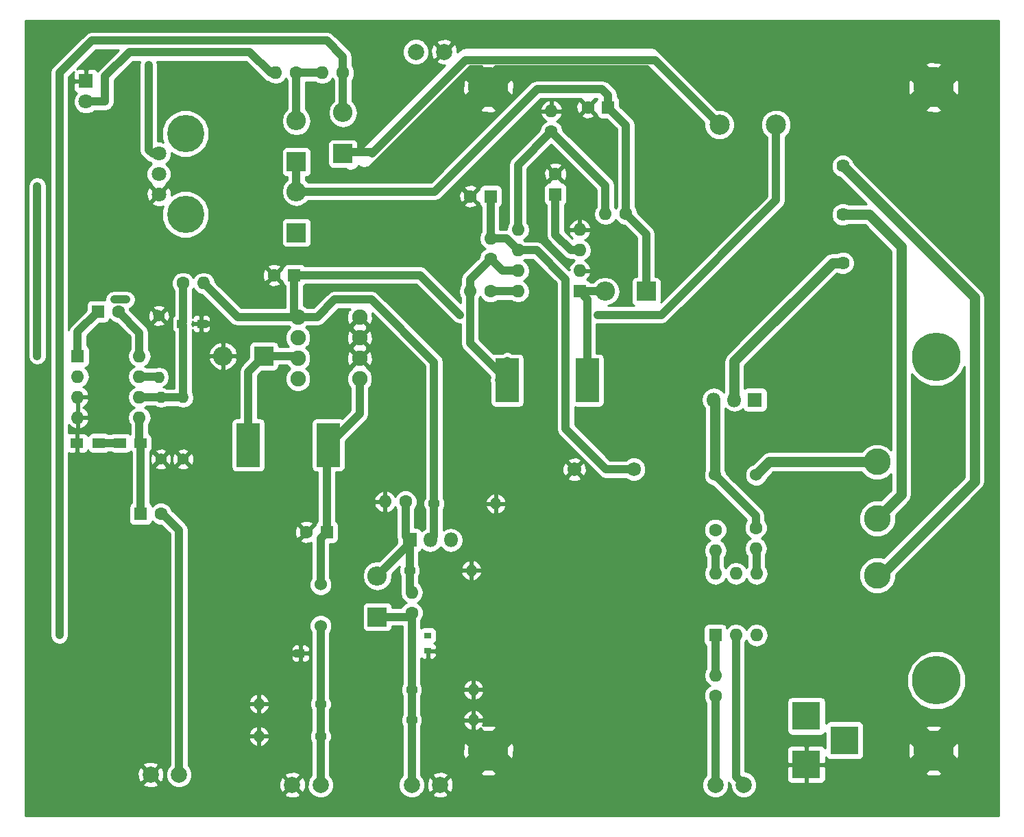
<source format=gbr>
G04 #@! TF.FileFunction,Copper,L1,Top,Signal*
%FSLAX46Y46*%
G04 Gerber Fmt 4.6, Leading zero omitted, Abs format (unit mm)*
G04 Created by KiCad (PCBNEW 4.0.5) date Friday, May 26, 2017 'AMt' 10:19:46 AM*
%MOMM*%
%LPD*%
G01*
G04 APERTURE LIST*
%ADD10C,0.100000*%
%ADD11R,1.600000X1.600000*%
%ADD12C,1.600000*%
%ADD13C,1.905000*%
%ADD14R,1.800000X1.800000*%
%ADD15C,1.800000*%
%ADD16C,1.400000*%
%ADD17O,1.400000X1.400000*%
%ADD18O,1.600000X1.600000*%
%ADD19R,1.500000X1.250000*%
%ADD20O,1.800000X1.800000*%
%ADD21R,0.900000X0.800000*%
%ADD22C,4.600000*%
%ADD23R,3.500000X3.500000*%
%ADD24R,1.000000X1.000000*%
%ADD25R,2.400000X2.400000*%
%ADD26O,2.400000X2.400000*%
%ADD27R,2.900680X5.400040*%
%ADD28C,2.000000*%
%ADD29C,1.724000*%
%ADD30R,1.500000X1.300000*%
%ADD31C,1.624000*%
%ADD32C,1.524000*%
%ADD33C,2.500000*%
%ADD34C,6.000000*%
%ADD35C,3.300000*%
%ADD36C,5.000000*%
%ADD37C,0.600000*%
%ADD38C,1.016000*%
%ADD39C,1.270000*%
%ADD40C,0.254000*%
G04 APERTURE END LIST*
D10*
D11*
X37296800Y35199200D03*
D12*
X34796800Y35199200D03*
D13*
X41356800Y54139200D03*
X41356800Y56679200D03*
X41356800Y59219200D03*
X41356800Y61759200D03*
X33736800Y61759200D03*
X33736800Y59219200D03*
X33736800Y56679200D03*
X33736800Y54139200D03*
D14*
X7546800Y90949200D03*
D15*
X7546800Y88409200D03*
D16*
X19546800Y44199200D03*
D17*
X19546800Y51819200D03*
D16*
X47796800Y15699200D03*
D17*
X55416800Y15699200D03*
D16*
X16796800Y44199200D03*
D17*
X16796800Y51819200D03*
D16*
X47796800Y11949200D03*
D17*
X55416800Y11949200D03*
D16*
X36546800Y13949200D03*
D17*
X28926800Y13949200D03*
D16*
X36546800Y9949200D03*
D17*
X28926800Y9949200D03*
D12*
X39296800Y91949200D03*
D18*
X36756800Y91949200D03*
D12*
X33546800Y91949200D03*
D18*
X31006800Y91949200D03*
D11*
X9046800Y62449200D03*
D12*
X11546800Y62449200D03*
D16*
X16546800Y61949200D03*
D17*
X16546800Y54329200D03*
D19*
X14296800Y46199200D03*
X11796800Y46199200D03*
D11*
X14296800Y37449200D03*
D12*
X16796800Y37449200D03*
D14*
X90196800Y51549200D03*
D20*
X87656800Y51549200D03*
X85116800Y51549200D03*
D21*
X49796800Y20499200D03*
X49796800Y22399200D03*
X47796800Y21449200D03*
D15*
X16546800Y76949200D03*
X16546800Y79449200D03*
X16546800Y81949200D03*
D22*
X19846800Y74449200D03*
X19846800Y84449200D03*
D11*
X6546800Y56949200D03*
D18*
X14166800Y49329200D03*
X6546800Y54409200D03*
X14166800Y51869200D03*
X6546800Y51869200D03*
X14166800Y54409200D03*
X6546800Y49329200D03*
X14166800Y56949200D03*
D11*
X33296800Y66949200D03*
D12*
X30796800Y66949200D03*
D23*
X96546800Y12449200D03*
X96546800Y6449200D03*
X101246800Y9449200D03*
D24*
X19296800Y60949200D03*
X21796800Y60949200D03*
X36546800Y20199200D03*
X34046800Y20199200D03*
D11*
X57546800Y76699200D03*
D12*
X55046800Y76699200D03*
D11*
X65546800Y76949200D03*
D12*
X65546800Y79449200D03*
D11*
X72046800Y87699200D03*
D12*
X69546800Y87699200D03*
D25*
X76756400Y64945000D03*
D26*
X71676400Y64945000D03*
D27*
X59596340Y53949200D03*
X69497260Y53949200D03*
D12*
X57546800Y68949200D03*
D18*
X57546800Y71489200D03*
D12*
X57546800Y64949200D03*
D18*
X55006800Y64949200D03*
D12*
X65046800Y84699200D03*
D18*
X65046800Y87239200D03*
D12*
X74269600Y74498200D03*
D18*
X71729600Y74498200D03*
D12*
X19546800Y65949200D03*
D18*
X22086800Y65949200D03*
D12*
X85296800Y35449200D03*
D18*
X85296800Y32909200D03*
D12*
X90296800Y35699200D03*
D18*
X90296800Y33159200D03*
D11*
X85296800Y22449200D03*
D18*
X90376800Y30069200D03*
X87836800Y22449200D03*
X87836800Y30069200D03*
X90376800Y22449200D03*
X85296800Y30069200D03*
D11*
X68546800Y64949200D03*
D18*
X60926800Y72569200D03*
X68546800Y67489200D03*
X60926800Y70029200D03*
X68546800Y70029200D03*
X60926800Y67489200D03*
X68546800Y72569200D03*
X60926800Y64949200D03*
D25*
X33546800Y80949200D03*
D26*
X33546800Y86029200D03*
D25*
X39296800Y81949200D03*
D26*
X39296800Y87029200D03*
D25*
X33546800Y72199200D03*
D26*
X33546800Y77279200D03*
D25*
X29546800Y56949200D03*
D26*
X24466800Y56949200D03*
D12*
X85296800Y14949200D03*
D18*
X85296800Y17489200D03*
D28*
X48296800Y94549200D03*
X51796800Y94549200D03*
X19046800Y5199200D03*
X15546800Y5199200D03*
D29*
X75216800Y42949200D03*
X67886800Y42949200D03*
D28*
X88796800Y3949200D03*
X85296800Y3949200D03*
D30*
X9146800Y46199200D03*
X6446800Y46199200D03*
D27*
X27596340Y45949200D03*
X37497260Y45949200D03*
D31*
X101046800Y74449200D03*
X101046800Y80449200D03*
X101046800Y68449200D03*
D32*
X36546800Y23599200D03*
X36546800Y28699200D03*
X85246800Y42249200D03*
X90346800Y42249200D03*
D28*
X47796800Y3949200D03*
X51296800Y3949200D03*
X36546800Y3949200D03*
X33046800Y3949200D03*
D16*
X50546800Y38699200D03*
D17*
X58166800Y38699200D03*
D16*
X47546800Y30449200D03*
D17*
X55166800Y30449200D03*
D25*
X43546800Y24699200D03*
D26*
X43546800Y29779200D03*
D12*
X47046800Y38949200D03*
D18*
X44506800Y38949200D03*
D12*
X47796800Y25199200D03*
D18*
X47796800Y27739200D03*
D14*
X47546800Y34199200D03*
D20*
X50086800Y34199200D03*
X52626800Y34199200D03*
D33*
X92796800Y85549200D03*
X85796800Y85549200D03*
D34*
X112596800Y56849200D03*
X112596800Y16849200D03*
D35*
X105296800Y36849200D03*
X105296800Y43849200D03*
X105296800Y29849200D03*
D36*
X57256800Y8169200D03*
X112256800Y8169200D03*
X112256800Y90169200D03*
X57256800Y90169200D03*
D37*
X33546800Y20199200D03*
X22296800Y60949200D03*
X70787400Y62024000D03*
X53744000Y62024000D03*
X4296800Y22449200D03*
X15296800Y92949200D03*
X1546800Y56949200D03*
X1546800Y77949200D03*
D38*
X11046800Y63949200D02*
X12546800Y63949200D01*
X34046800Y20199200D02*
X33546800Y20199200D01*
X21796800Y60949200D02*
X22296800Y60949200D01*
X16296800Y76699200D02*
X16546800Y76949200D01*
X16296800Y62199200D02*
X16546800Y61949200D01*
X33296800Y66949200D02*
X48818800Y66949200D01*
X92796800Y76210200D02*
X92796800Y85549200D01*
X78610600Y62024000D02*
X92796800Y76210200D01*
X70787400Y62024000D02*
X78610600Y62024000D01*
X48818800Y66949200D02*
X53744000Y62024000D01*
X33736800Y61759200D02*
X36106800Y61759200D01*
X50546800Y56199200D02*
X50546800Y38699200D01*
X42796800Y63949200D02*
X50546800Y56199200D01*
X38296800Y63949200D02*
X42796800Y63949200D01*
X36106800Y61759200D02*
X38296800Y63949200D01*
X33736800Y61759200D02*
X26276800Y61759200D01*
X26276800Y61759200D02*
X22086800Y65949200D01*
X33296800Y66949200D02*
X33296800Y62199200D01*
X33296800Y62199200D02*
X33736800Y61759200D01*
X50546800Y38699200D02*
X50546800Y34659200D01*
X50546800Y34659200D02*
X50086800Y34199200D01*
X33546800Y61949200D02*
X33736800Y61759200D01*
X37296800Y35199200D02*
X37296800Y45748740D01*
X37296800Y45748740D02*
X37497260Y45949200D01*
X36546800Y28699200D02*
X36546800Y34449200D01*
X36546800Y34449200D02*
X37296800Y35199200D01*
X41356800Y54139200D02*
X41356800Y49808740D01*
X41356800Y49808740D02*
X37497260Y45949200D01*
X47796800Y11949200D02*
X47796800Y3949200D01*
X47796800Y15699200D02*
X47796800Y11949200D01*
X47796800Y21449200D02*
X47796800Y15699200D01*
X47796800Y25199200D02*
X47796800Y21449200D01*
X43546800Y24699200D02*
X47296800Y24699200D01*
X47296800Y24699200D02*
X47796800Y25199200D01*
X31006800Y91949200D02*
X30346600Y91949200D01*
X30346600Y91949200D02*
X27785200Y94510600D01*
X27785200Y94510600D02*
X12900800Y94510600D01*
X12900800Y94510600D02*
X9929000Y91538800D01*
X9929000Y91538800D02*
X9929000Y88440000D01*
X9929000Y88440000D02*
X9898200Y88409200D01*
X9898200Y88409200D02*
X7546800Y88409200D01*
X36756800Y91949200D02*
X33546800Y91949200D01*
X33546800Y91949200D02*
X33546800Y86029200D01*
X27596340Y45949200D02*
X27596340Y54998740D01*
X27596340Y54998740D02*
X29546800Y56949200D01*
X29546800Y56949200D02*
X33466800Y56949200D01*
X33466800Y56949200D02*
X33736800Y56679200D01*
X36546800Y3949200D02*
X36546800Y9949200D01*
X36546800Y9949200D02*
X36546800Y13949200D01*
X36546800Y13949200D02*
X36546800Y20199200D01*
X36546800Y20199200D02*
X36546800Y23599200D01*
X39296800Y91949200D02*
X39296800Y87029200D01*
X39296800Y93949200D02*
X39296800Y91949200D01*
X37296800Y95949200D02*
X39296800Y93949200D01*
X8296800Y95949200D02*
X37296800Y95949200D01*
X4296800Y91949200D02*
X8296800Y95949200D01*
X4296800Y22449200D02*
X4296800Y91949200D01*
X6546800Y56949200D02*
X6546800Y59949200D01*
X6546800Y59949200D02*
X9046800Y62449200D01*
X14166800Y56949200D02*
X14166800Y59829200D01*
X14166800Y59829200D02*
X11546800Y62449200D01*
X14166800Y54409200D02*
X16466800Y54409200D01*
X16466800Y54409200D02*
X16546800Y54329200D01*
X14296800Y46199200D02*
X14296800Y37449200D01*
X14166800Y49329200D02*
X14166800Y46329200D01*
X14166800Y46329200D02*
X14296800Y46199200D01*
X11796800Y46199200D02*
X9146800Y46199200D01*
X16796800Y37449200D02*
X17046800Y37449200D01*
X17046800Y37449200D02*
X19046800Y35449200D01*
X19046800Y35449200D02*
X19046800Y5199200D01*
X90376800Y30069200D02*
X90376800Y33079200D01*
X90376800Y33079200D02*
X90296800Y33159200D01*
D39*
X85246800Y42249200D02*
X85246800Y51419200D01*
X85246800Y51419200D02*
X85116800Y51549200D01*
D38*
X90296800Y35699200D02*
X90296800Y37199200D01*
X90296800Y37199200D02*
X85246800Y42249200D01*
D39*
X105296800Y43849200D02*
X91946800Y43849200D01*
X91946800Y43849200D02*
X90346800Y42249200D01*
D38*
X16546800Y81949200D02*
X15796800Y81949200D01*
X15796800Y81949200D02*
X15296800Y82449200D01*
X15296800Y82449200D02*
X15296800Y92949200D01*
X85296800Y3949200D02*
X85296800Y14949200D01*
X1546800Y77949200D02*
X1546800Y56949200D01*
X19546800Y51819200D02*
X19546800Y60699200D01*
X19546800Y60699200D02*
X19296800Y60949200D01*
X19546800Y51819200D02*
X16796800Y51819200D01*
X16796800Y51819200D02*
X16746800Y51869200D01*
X16746800Y51869200D02*
X14166800Y51869200D01*
X14216800Y51819200D02*
X14166800Y51869200D01*
X19546800Y65949200D02*
X19546800Y61199200D01*
X19546800Y61199200D02*
X19296800Y60949200D01*
X60926800Y70029200D02*
X63216800Y70029200D01*
X71796800Y42949200D02*
X75216800Y42949200D01*
X66796800Y47949200D02*
X71796800Y42949200D01*
X66796800Y66449200D02*
X66796800Y47949200D01*
X63216800Y70029200D02*
X66796800Y66449200D01*
X57546800Y71489200D02*
X57546800Y76699200D01*
X57546800Y71489200D02*
X59466800Y71489200D01*
X59466800Y71489200D02*
X60926800Y70029200D01*
X68546800Y70029200D02*
X67466800Y70029200D01*
X65546800Y71949200D02*
X65546800Y76949200D01*
X67466800Y70029200D02*
X65546800Y71949200D01*
X76756400Y64945000D02*
X76756400Y72011400D01*
X76756400Y72011400D02*
X74269600Y74498200D01*
X74269600Y74498200D02*
X74269600Y76172000D01*
X74269600Y76172000D02*
X74269600Y85476400D01*
X74269600Y85476400D02*
X72046800Y87699200D01*
X74267200Y74495800D02*
X74269600Y74498200D01*
X72046800Y87699200D02*
X72046800Y89199200D01*
X50626800Y77279200D02*
X33546800Y77279200D01*
X63296800Y89949200D02*
X50626800Y77279200D01*
X71296800Y89949200D02*
X63296800Y89949200D01*
X72046800Y89199200D02*
X71296800Y89949200D01*
X33546800Y80949200D02*
X33546800Y77279200D01*
X68546800Y64949200D02*
X71672200Y64949200D01*
X71672200Y64949200D02*
X71676400Y64945000D01*
X69497260Y53949200D02*
X69497260Y63998740D01*
X69497260Y63998740D02*
X68546800Y64949200D01*
X87836800Y22449200D02*
X87836800Y4909200D01*
X87836800Y4909200D02*
X88796800Y3949200D01*
X55006800Y64949200D02*
X55006800Y58538740D01*
X55006800Y58538740D02*
X59596340Y53949200D01*
X55006800Y64949200D02*
X55006800Y66409200D01*
X55006800Y66409200D02*
X57546800Y68949200D01*
X60926800Y67489200D02*
X59006800Y67489200D01*
X59006800Y67489200D02*
X57546800Y68949200D01*
D39*
X59596340Y53949200D02*
X59596340Y55899660D01*
D38*
X59596340Y53949200D02*
X58546800Y53949200D01*
X59596340Y53949200D02*
X59596340Y56359660D01*
X85296800Y17489200D02*
X85296800Y22449200D01*
X60926800Y64949200D02*
X57546800Y64949200D01*
X71729600Y74498200D02*
X71729600Y78016400D01*
X71729600Y78016400D02*
X65046800Y84699200D01*
X60926800Y72569200D02*
X60926800Y80579200D01*
X60926800Y80579200D02*
X65046800Y84699200D01*
X85296800Y30069200D02*
X85296800Y32909200D01*
D39*
X101046800Y68449200D02*
X99796800Y68449200D01*
X87656800Y56309200D02*
X87656800Y51549200D01*
X99796800Y68449200D02*
X87656800Y56309200D01*
X101046800Y74449200D02*
X104296800Y74449200D01*
X108296800Y39849200D02*
X105296800Y36849200D01*
X108296800Y70449200D02*
X108296800Y39849200D01*
X104296800Y74449200D02*
X108296800Y70449200D01*
X105296800Y29849200D02*
X105696800Y29849200D01*
X105696800Y29849200D02*
X117296800Y41449200D01*
X117296800Y41449200D02*
X117296800Y64199200D01*
X117296800Y64199200D02*
X101046800Y80449200D01*
D38*
X47546800Y34199200D02*
X47546800Y33779200D01*
X47546800Y33779200D02*
X43546800Y29779200D01*
X47546800Y30449200D02*
X47546800Y27989200D01*
X47546800Y27989200D02*
X47796800Y27739200D01*
X47546800Y34199200D02*
X47546800Y30449200D01*
X47046800Y38949200D02*
X47046800Y34699200D01*
X47046800Y34699200D02*
X47546800Y34199200D01*
X39296800Y81949200D02*
X39496800Y82149200D01*
X39496800Y82149200D02*
X43076800Y82149200D01*
X85796800Y85549200D02*
X77876800Y93469200D01*
X54396800Y93469200D02*
X43076800Y82149200D01*
X43076800Y82149200D02*
X42886800Y81959200D01*
X77876800Y93469200D02*
X54396800Y93469200D01*
X85796800Y85549200D02*
X85796800Y85789200D01*
X33796800Y71949200D02*
X33546800Y72199200D01*
D40*
G36*
X120312320Y86100D02*
X78880Y86100D01*
X78880Y2796668D01*
X32073873Y2796668D01*
X32172536Y2529813D01*
X32782261Y2303292D01*
X33432260Y2327344D01*
X33921064Y2529813D01*
X34019727Y2796668D01*
X33046800Y3769595D01*
X32073873Y2796668D01*
X78880Y2796668D01*
X78880Y4046668D01*
X14573873Y4046668D01*
X14672536Y3779813D01*
X15282261Y3553292D01*
X15932260Y3577344D01*
X16421064Y3779813D01*
X16519727Y4046668D01*
X15546800Y5019595D01*
X14573873Y4046668D01*
X78880Y4046668D01*
X78880Y5463739D01*
X13900892Y5463739D01*
X13924944Y4813740D01*
X14127413Y4324936D01*
X14394268Y4226273D01*
X15367195Y5199200D01*
X15726405Y5199200D01*
X16699332Y4226273D01*
X16966187Y4324936D01*
X17192708Y4934661D01*
X17168656Y5584660D01*
X16966187Y6073464D01*
X16699332Y6172127D01*
X15726405Y5199200D01*
X15367195Y5199200D01*
X14394268Y6172127D01*
X14127413Y6073464D01*
X13900892Y5463739D01*
X78880Y5463739D01*
X78880Y6351732D01*
X14573873Y6351732D01*
X15546800Y5378805D01*
X16519727Y6351732D01*
X16421064Y6618587D01*
X15811339Y6845108D01*
X15161340Y6821056D01*
X14672536Y6618587D01*
X14573873Y6351732D01*
X78880Y6351732D01*
X78880Y77949200D01*
X403800Y77949200D01*
X403800Y56949200D01*
X490806Y56511793D01*
X738577Y56140977D01*
X1109393Y55893206D01*
X1546800Y55806200D01*
X1984207Y55893206D01*
X2355023Y56140977D01*
X2602794Y56511793D01*
X2689800Y56949200D01*
X2689800Y77949200D01*
X2602794Y78386607D01*
X2355023Y78757423D01*
X1984207Y79005194D01*
X1546800Y79092200D01*
X1109393Y79005194D01*
X738577Y78757423D01*
X490806Y78386607D01*
X403800Y77949200D01*
X78880Y77949200D01*
X78880Y91949200D01*
X3153800Y91949200D01*
X3153800Y22449200D01*
X3240806Y22011793D01*
X3488577Y21640977D01*
X3859393Y21393206D01*
X4296800Y21306200D01*
X4734207Y21393206D01*
X5105023Y21640977D01*
X5352794Y22011793D01*
X5439800Y22449200D01*
X5439800Y44968334D01*
X5570491Y44914200D01*
X6161050Y44914200D01*
X6319800Y45072950D01*
X6319800Y46072200D01*
X6299800Y46072200D01*
X6299800Y46326200D01*
X6319800Y46326200D01*
X6319800Y47325450D01*
X6161050Y47484200D01*
X5570491Y47484200D01*
X5439800Y47430066D01*
X5439800Y48454847D01*
X5691666Y48176811D01*
X6197759Y47937286D01*
X6419800Y48058571D01*
X6419800Y49202200D01*
X6673800Y49202200D01*
X6673800Y48058571D01*
X6895841Y47937286D01*
X7401934Y48176811D01*
X7777841Y48591777D01*
X7938704Y48980161D01*
X7816715Y49202200D01*
X6673800Y49202200D01*
X6419800Y49202200D01*
X6399800Y49202200D01*
X6399800Y49456200D01*
X6419800Y49456200D01*
X6419800Y51742200D01*
X6673800Y51742200D01*
X6673800Y49456200D01*
X7816715Y49456200D01*
X7938704Y49678239D01*
X7777841Y50066623D01*
X7401934Y50481589D01*
X7153433Y50599200D01*
X7401934Y50716811D01*
X7777841Y51131777D01*
X7938704Y51520161D01*
X7816715Y51742200D01*
X6673800Y51742200D01*
X6419800Y51742200D01*
X6399800Y51742200D01*
X6399800Y51996200D01*
X6419800Y51996200D01*
X6419800Y52016200D01*
X6673800Y52016200D01*
X6673800Y51996200D01*
X7816715Y51996200D01*
X7938704Y52218239D01*
X7777841Y52606623D01*
X7401934Y53021589D01*
X7185097Y53124214D01*
X7589611Y53394502D01*
X7900680Y53860049D01*
X8009913Y54409200D01*
X7900680Y54958351D01*
X7589611Y55423898D01*
X7445335Y55520301D01*
X7582117Y55546038D01*
X7798241Y55685110D01*
X7943231Y55897310D01*
X7994240Y56149200D01*
X7994240Y57749200D01*
X7949962Y57984517D01*
X7810890Y58200641D01*
X7689800Y58283378D01*
X7689800Y59475754D01*
X9215806Y61001760D01*
X9846800Y61001760D01*
X10082117Y61046038D01*
X10298241Y61185110D01*
X10443231Y61397310D01*
X10464480Y61502241D01*
X10732877Y61233376D01*
X11260109Y61014450D01*
X11365196Y61014358D01*
X13023800Y59355754D01*
X13023800Y57813955D01*
X12812920Y57498351D01*
X12703687Y56949200D01*
X12812920Y56400049D01*
X13123989Y55934502D01*
X13506075Y55679200D01*
X13123989Y55423898D01*
X12812920Y54958351D01*
X12703687Y54409200D01*
X12812920Y53860049D01*
X13123989Y53394502D01*
X13506075Y53139200D01*
X13123989Y52883898D01*
X12812920Y52418351D01*
X12703687Y51869200D01*
X12812920Y51320049D01*
X13123989Y50854502D01*
X13506075Y50599200D01*
X13123989Y50343898D01*
X12812920Y49878351D01*
X12703687Y49329200D01*
X12812920Y48780049D01*
X13023800Y48464445D01*
X13023800Y47255578D01*
X13010890Y47275641D01*
X12798690Y47420631D01*
X12546800Y47471640D01*
X11046800Y47471640D01*
X10811483Y47427362D01*
X10679138Y47342200D01*
X10300066Y47342200D01*
X10148690Y47445631D01*
X9896800Y47496640D01*
X8396800Y47496640D01*
X8161483Y47452362D01*
X7945359Y47313290D01*
X7800369Y47101090D01*
X7793609Y47067710D01*
X7735127Y47208899D01*
X7556498Y47387527D01*
X7323109Y47484200D01*
X6732550Y47484200D01*
X6573800Y47325450D01*
X6573800Y46326200D01*
X6593800Y46326200D01*
X6593800Y46072200D01*
X6573800Y46072200D01*
X6573800Y45072950D01*
X6732550Y44914200D01*
X7323109Y44914200D01*
X7556498Y45010873D01*
X7735127Y45189501D01*
X7791454Y45325487D01*
X7793638Y45313883D01*
X7932710Y45097759D01*
X8144910Y44952769D01*
X8396800Y44901760D01*
X9896800Y44901760D01*
X10132117Y44946038D01*
X10303314Y45056200D01*
X10680122Y45056200D01*
X10794910Y44977769D01*
X11046800Y44926760D01*
X12546800Y44926760D01*
X12782117Y44971038D01*
X12998241Y45110110D01*
X13045934Y45179911D01*
X13082710Y45122759D01*
X13153800Y45074185D01*
X13153800Y38783070D01*
X13045359Y38713290D01*
X12900369Y38501090D01*
X12849360Y38249200D01*
X12849360Y36649200D01*
X12893638Y36413883D01*
X13032710Y36197759D01*
X13244910Y36052769D01*
X13496800Y36001760D01*
X15096800Y36001760D01*
X15332117Y36046038D01*
X15548241Y36185110D01*
X15693231Y36397310D01*
X15714480Y36502241D01*
X15982877Y36233376D01*
X16510109Y36014450D01*
X16865414Y36014140D01*
X17903800Y34975754D01*
X17903800Y6368418D01*
X17661522Y6126563D01*
X17412084Y5525848D01*
X17411516Y4875405D01*
X17659906Y4274257D01*
X18119437Y3813922D01*
X18720152Y3564484D01*
X19370595Y3563916D01*
X19971743Y3812306D01*
X20373878Y4213739D01*
X31400892Y4213739D01*
X31424944Y3563740D01*
X31627413Y3074936D01*
X31894268Y2976273D01*
X32867195Y3949200D01*
X33226405Y3949200D01*
X34199332Y2976273D01*
X34466187Y3074936D01*
X34670693Y3625405D01*
X34911516Y3625405D01*
X35159906Y3024257D01*
X35619437Y2563922D01*
X36220152Y2314484D01*
X36870595Y2313916D01*
X37471743Y2562306D01*
X37932078Y3021837D01*
X38181516Y3622552D01*
X38182084Y4272995D01*
X37933694Y4874143D01*
X37689800Y5118464D01*
X37689800Y9220659D01*
X37881568Y9682487D01*
X37882031Y10213583D01*
X37689800Y10678819D01*
X37689800Y13220659D01*
X37881568Y13682487D01*
X37882031Y14213583D01*
X37689800Y14678819D01*
X37689800Y19677275D01*
X37694240Y19699200D01*
X37694240Y20699200D01*
X37689800Y20722797D01*
X37689800Y22766272D01*
X37730429Y22806830D01*
X37943557Y23320100D01*
X37944042Y23875861D01*
X37731810Y24389503D01*
X37339170Y24782829D01*
X36825900Y24995957D01*
X36270139Y24996442D01*
X35756497Y24784210D01*
X35363171Y24391570D01*
X35150043Y23878300D01*
X35149558Y23322539D01*
X35361790Y22808897D01*
X35403800Y22766814D01*
X35403800Y20721125D01*
X35399360Y20699200D01*
X35399360Y19699200D01*
X35403800Y19675603D01*
X35403800Y14677741D01*
X35212032Y14215913D01*
X35211569Y13684817D01*
X35403800Y13219581D01*
X35403800Y10677741D01*
X35212032Y10215913D01*
X35211569Y9684817D01*
X35403800Y9219581D01*
X35403800Y5118418D01*
X35161522Y4876563D01*
X34912084Y4275848D01*
X34911516Y3625405D01*
X34670693Y3625405D01*
X34692708Y3684661D01*
X34668656Y4334660D01*
X34466187Y4823464D01*
X34199332Y4922127D01*
X33226405Y3949200D01*
X32867195Y3949200D01*
X31894268Y4922127D01*
X31627413Y4823464D01*
X31400892Y4213739D01*
X20373878Y4213739D01*
X20432078Y4271837D01*
X20681516Y4872552D01*
X20681716Y5101732D01*
X32073873Y5101732D01*
X33046800Y4128805D01*
X34019727Y5101732D01*
X33921064Y5368587D01*
X33311339Y5595108D01*
X32661340Y5571056D01*
X32172536Y5368587D01*
X32073873Y5101732D01*
X20681716Y5101732D01*
X20682084Y5522995D01*
X20433694Y6124143D01*
X20189800Y6368464D01*
X20189800Y9615871D01*
X27634084Y9615871D01*
X27777003Y9270804D01*
X28124137Y8882436D01*
X28593469Y8656473D01*
X28799800Y8778994D01*
X28799800Y9822200D01*
X29053800Y9822200D01*
X29053800Y8778994D01*
X29260131Y8656473D01*
X29729463Y8882436D01*
X30076597Y9270804D01*
X30219516Y9615871D01*
X30096174Y9822200D01*
X29053800Y9822200D01*
X28799800Y9822200D01*
X27757426Y9822200D01*
X27634084Y9615871D01*
X20189800Y9615871D01*
X20189800Y10282529D01*
X27634084Y10282529D01*
X27757426Y10076200D01*
X28799800Y10076200D01*
X28799800Y11119406D01*
X29053800Y11119406D01*
X29053800Y10076200D01*
X30096174Y10076200D01*
X30219516Y10282529D01*
X30076597Y10627596D01*
X29729463Y11015964D01*
X29260131Y11241927D01*
X29053800Y11119406D01*
X28799800Y11119406D01*
X28593469Y11241927D01*
X28124137Y11015964D01*
X27777003Y10627596D01*
X27634084Y10282529D01*
X20189800Y10282529D01*
X20189800Y13615871D01*
X27634084Y13615871D01*
X27777003Y13270804D01*
X28124137Y12882436D01*
X28593469Y12656473D01*
X28799800Y12778994D01*
X28799800Y13822200D01*
X29053800Y13822200D01*
X29053800Y12778994D01*
X29260131Y12656473D01*
X29729463Y12882436D01*
X30076597Y13270804D01*
X30219516Y13615871D01*
X30096174Y13822200D01*
X29053800Y13822200D01*
X28799800Y13822200D01*
X27757426Y13822200D01*
X27634084Y13615871D01*
X20189800Y13615871D01*
X20189800Y14282529D01*
X27634084Y14282529D01*
X27757426Y14076200D01*
X28799800Y14076200D01*
X28799800Y15119406D01*
X29053800Y15119406D01*
X29053800Y14076200D01*
X30096174Y14076200D01*
X30219516Y14282529D01*
X30076597Y14627596D01*
X29729463Y15015964D01*
X29260131Y15241927D01*
X29053800Y15119406D01*
X28799800Y15119406D01*
X28593469Y15241927D01*
X28124137Y15015964D01*
X27777003Y14627596D01*
X27634084Y14282529D01*
X20189800Y14282529D01*
X20189800Y19913450D01*
X32911800Y19913450D01*
X32911800Y19572890D01*
X33008473Y19339501D01*
X33187102Y19160873D01*
X33420491Y19064200D01*
X33761050Y19064200D01*
X33919800Y19222950D01*
X33919800Y20072200D01*
X34173800Y20072200D01*
X34173800Y19222950D01*
X34332550Y19064200D01*
X34673109Y19064200D01*
X34906498Y19160873D01*
X35085127Y19339501D01*
X35181800Y19572890D01*
X35181800Y19913450D01*
X35023050Y20072200D01*
X34173800Y20072200D01*
X33919800Y20072200D01*
X33070550Y20072200D01*
X32911800Y19913450D01*
X20189800Y19913450D01*
X20189800Y20825510D01*
X32911800Y20825510D01*
X32911800Y20484950D01*
X33070550Y20326200D01*
X33919800Y20326200D01*
X33919800Y21175450D01*
X34173800Y21175450D01*
X34173800Y20326200D01*
X35023050Y20326200D01*
X35181800Y20484950D01*
X35181800Y20825510D01*
X35085127Y21058899D01*
X34906498Y21237527D01*
X34673109Y21334200D01*
X34332550Y21334200D01*
X34173800Y21175450D01*
X33919800Y21175450D01*
X33761050Y21334200D01*
X33420491Y21334200D01*
X33187102Y21237527D01*
X33008473Y21058899D01*
X32911800Y20825510D01*
X20189800Y20825510D01*
X20189800Y34191455D01*
X33968661Y34191455D01*
X34042795Y33945336D01*
X34580023Y33752235D01*
X35150254Y33779422D01*
X35403800Y33884444D01*
X35403800Y29532128D01*
X35363171Y29491570D01*
X35150043Y28978300D01*
X35149558Y28422539D01*
X35361790Y27908897D01*
X35754430Y27515571D01*
X36267700Y27302443D01*
X36823461Y27301958D01*
X37337103Y27514190D01*
X37730429Y27906830D01*
X37943557Y28420100D01*
X37944042Y28975861D01*
X37731810Y29489503D01*
X37689800Y29531586D01*
X37689800Y33751760D01*
X38096800Y33751760D01*
X38332117Y33796038D01*
X38548241Y33935110D01*
X38693231Y34147310D01*
X38744240Y34399200D01*
X38744240Y35999200D01*
X38699962Y36234517D01*
X38560890Y36450641D01*
X38439800Y36533378D01*
X38439800Y38600161D01*
X43114896Y38600161D01*
X43275759Y38211777D01*
X43651666Y37796811D01*
X44157759Y37557286D01*
X44379800Y37678571D01*
X44379800Y38822200D01*
X43236885Y38822200D01*
X43114896Y38600161D01*
X38439800Y38600161D01*
X38439800Y39298239D01*
X43114896Y39298239D01*
X43236885Y39076200D01*
X44379800Y39076200D01*
X44379800Y40219829D01*
X44157759Y40341114D01*
X43651666Y40101589D01*
X43275759Y39686623D01*
X43114896Y39298239D01*
X38439800Y39298239D01*
X38439800Y42601740D01*
X38947600Y42601740D01*
X39182917Y42646018D01*
X39399041Y42785090D01*
X39544031Y42997290D01*
X39595040Y43249180D01*
X39595040Y46430534D01*
X42165023Y49000517D01*
X42412794Y49371333D01*
X42499800Y49808740D01*
X42499800Y53037099D01*
X42701832Y53238779D01*
X42944024Y53822041D01*
X42944575Y54453588D01*
X42703402Y55037272D01*
X42265271Y55476168D01*
X42295354Y55561041D01*
X41356800Y56499595D01*
X40418246Y55561041D01*
X40448525Y55475617D01*
X40011768Y55039621D01*
X39769576Y54456359D01*
X39769025Y53824812D01*
X40010198Y53241128D01*
X40213800Y53037171D01*
X40213800Y50282186D01*
X39181008Y49249394D01*
X38947600Y49296660D01*
X36046920Y49296660D01*
X35811603Y49252382D01*
X35595479Y49113310D01*
X35450489Y48901110D01*
X35399480Y48649220D01*
X35399480Y43249180D01*
X35443758Y43013863D01*
X35582830Y42797739D01*
X35795030Y42652749D01*
X36046920Y42601740D01*
X36153800Y42601740D01*
X36153800Y36533070D01*
X36045359Y36463290D01*
X35900369Y36251090D01*
X35852154Y36012999D01*
X35804545Y36027339D01*
X34976405Y35199200D01*
X34990548Y35185058D01*
X34810942Y35005452D01*
X34796800Y35019595D01*
X33968661Y34191455D01*
X20189800Y34191455D01*
X20189800Y35415977D01*
X33349835Y35415977D01*
X33377022Y34845746D01*
X33542936Y34445195D01*
X33789055Y34371061D01*
X34617195Y35199200D01*
X33789055Y36027339D01*
X33542936Y35953205D01*
X33349835Y35415977D01*
X20189800Y35415977D01*
X20189800Y35449200D01*
X20102794Y35886607D01*
X19888752Y36206945D01*
X33968661Y36206945D01*
X34796800Y35378805D01*
X35624939Y36206945D01*
X35550805Y36453064D01*
X35013577Y36646165D01*
X34443346Y36618978D01*
X34042795Y36453064D01*
X33968661Y36206945D01*
X19888752Y36206945D01*
X19855023Y36257423D01*
X18128533Y37983913D01*
X18014043Y38261000D01*
X17610723Y38665024D01*
X17083491Y38883950D01*
X16512613Y38884448D01*
X15985000Y38666443D01*
X15716217Y38398128D01*
X15699962Y38484517D01*
X15560890Y38700641D01*
X15439800Y38783378D01*
X15439800Y43263925D01*
X16041131Y43263925D01*
X16102969Y43028158D01*
X16603922Y42851781D01*
X17134240Y42880536D01*
X17490631Y43028158D01*
X17552469Y43263925D01*
X18791131Y43263925D01*
X18852969Y43028158D01*
X19353922Y42851781D01*
X19884240Y42880536D01*
X20240631Y43028158D01*
X20302469Y43263925D01*
X19546800Y44019595D01*
X18791131Y43263925D01*
X17552469Y43263925D01*
X16796800Y44019595D01*
X16041131Y43263925D01*
X15439800Y43263925D01*
X15439800Y44392078D01*
X15449381Y44392078D01*
X15478136Y43861760D01*
X15625758Y43505369D01*
X15861525Y43443531D01*
X16617195Y44199200D01*
X16976405Y44199200D01*
X17732075Y43443531D01*
X17967842Y43505369D01*
X18144219Y44006322D01*
X18123303Y44392078D01*
X18199381Y44392078D01*
X18228136Y43861760D01*
X18375758Y43505369D01*
X18611525Y43443531D01*
X19367195Y44199200D01*
X19726405Y44199200D01*
X20482075Y43443531D01*
X20717842Y43505369D01*
X20894219Y44006322D01*
X20865464Y44536640D01*
X20717842Y44893031D01*
X20482075Y44954869D01*
X19726405Y44199200D01*
X19367195Y44199200D01*
X18611525Y44954869D01*
X18375758Y44893031D01*
X18199381Y44392078D01*
X18123303Y44392078D01*
X18115464Y44536640D01*
X17967842Y44893031D01*
X17732075Y44954869D01*
X16976405Y44199200D01*
X16617195Y44199200D01*
X15861525Y44954869D01*
X15625758Y44893031D01*
X15449381Y44392078D01*
X15439800Y44392078D01*
X15439800Y45072504D01*
X15498241Y45110110D01*
X15514888Y45134475D01*
X16041131Y45134475D01*
X16796800Y44378805D01*
X17552469Y45134475D01*
X18791131Y45134475D01*
X19546800Y44378805D01*
X20302469Y45134475D01*
X20240631Y45370242D01*
X19739678Y45546619D01*
X19209360Y45517864D01*
X18852969Y45370242D01*
X18791131Y45134475D01*
X17552469Y45134475D01*
X17490631Y45370242D01*
X16989678Y45546619D01*
X16459360Y45517864D01*
X16102969Y45370242D01*
X16041131Y45134475D01*
X15514888Y45134475D01*
X15643231Y45322310D01*
X15694240Y45574200D01*
X15694240Y46824200D01*
X15649962Y47059517D01*
X15510890Y47275641D01*
X15309800Y47413040D01*
X15309800Y48464445D01*
X15520680Y48780049D01*
X15629913Y49329200D01*
X15520680Y49878351D01*
X15209611Y50343898D01*
X14827525Y50599200D01*
X15017594Y50726200D01*
X16036683Y50726200D01*
X16285918Y50559667D01*
X16796800Y50458046D01*
X17307682Y50559667D01*
X17482087Y50676200D01*
X18861513Y50676200D01*
X19035918Y50559667D01*
X19546800Y50458046D01*
X20057682Y50559667D01*
X20490788Y50849058D01*
X20780179Y51282164D01*
X20881800Y51793046D01*
X20881800Y51845354D01*
X20780179Y52356236D01*
X20689800Y52491498D01*
X20689800Y56537395D01*
X22678605Y56537395D01*
X22911158Y55975942D01*
X23402024Y55454708D01*
X24054993Y55160997D01*
X24339800Y55277342D01*
X24339800Y56822200D01*
X24593800Y56822200D01*
X24593800Y55277342D01*
X24878607Y55160997D01*
X25531576Y55454708D01*
X26022442Y55975942D01*
X26254995Y56537395D01*
X26138232Y56822200D01*
X24593800Y56822200D01*
X24339800Y56822200D01*
X22795368Y56822200D01*
X22678605Y56537395D01*
X20689800Y56537395D01*
X20689800Y57361005D01*
X22678605Y57361005D01*
X22795368Y57076200D01*
X24339800Y57076200D01*
X24339800Y58621058D01*
X24593800Y58621058D01*
X24593800Y57076200D01*
X26138232Y57076200D01*
X26254995Y57361005D01*
X26022442Y57922458D01*
X25531576Y58443692D01*
X24878607Y58737403D01*
X24593800Y58621058D01*
X24339800Y58621058D01*
X24054993Y58737403D01*
X23402024Y58443692D01*
X22911158Y57922458D01*
X22678605Y57361005D01*
X20689800Y57361005D01*
X20689800Y60255292D01*
X20758473Y60089501D01*
X20937102Y59910873D01*
X21170491Y59814200D01*
X21511050Y59814200D01*
X21669800Y59972950D01*
X21669800Y60822200D01*
X21923800Y60822200D01*
X21923800Y59972950D01*
X22082550Y59814200D01*
X22423109Y59814200D01*
X22656498Y59910873D01*
X22835127Y60089501D01*
X22931800Y60322890D01*
X22931800Y60663450D01*
X22773050Y60822200D01*
X21923800Y60822200D01*
X21669800Y60822200D01*
X20820550Y60822200D01*
X20689800Y60691450D01*
X20689800Y60699200D01*
X20640072Y60949200D01*
X20689800Y61199200D01*
X20689800Y61206950D01*
X20820550Y61076200D01*
X21669800Y61076200D01*
X21669800Y61925450D01*
X21923800Y61925450D01*
X21923800Y61076200D01*
X22773050Y61076200D01*
X22931800Y61234950D01*
X22931800Y61575510D01*
X22835127Y61808899D01*
X22656498Y61987527D01*
X22423109Y62084200D01*
X22082550Y62084200D01*
X21923800Y61925450D01*
X21669800Y61925450D01*
X21511050Y62084200D01*
X21170491Y62084200D01*
X20937102Y61987527D01*
X20758473Y61808899D01*
X20689800Y61643108D01*
X20689800Y65062580D01*
X20762624Y65135277D01*
X20819045Y65271154D01*
X21043989Y64934502D01*
X21509536Y64623433D01*
X21867281Y64552273D01*
X25468577Y60950977D01*
X25839393Y60703206D01*
X26276800Y60616200D01*
X32634699Y60616200D01*
X32761735Y60488943D01*
X32391768Y60119621D01*
X32149576Y59536359D01*
X32149025Y58904812D01*
X32390198Y58321128D01*
X32618727Y58092200D01*
X31394240Y58092200D01*
X31394240Y58149200D01*
X31349962Y58384517D01*
X31210890Y58600641D01*
X30998690Y58745631D01*
X30746800Y58796640D01*
X28346800Y58796640D01*
X28111483Y58752362D01*
X27895359Y58613290D01*
X27750369Y58401090D01*
X27699360Y58149200D01*
X27699360Y56718206D01*
X26788117Y55806963D01*
X26540346Y55436147D01*
X26453340Y54998740D01*
X26453340Y49296660D01*
X26146000Y49296660D01*
X25910683Y49252382D01*
X25694559Y49113310D01*
X25549569Y48901110D01*
X25498560Y48649220D01*
X25498560Y43249180D01*
X25542838Y43013863D01*
X25681910Y42797739D01*
X25894110Y42652749D01*
X26146000Y42601740D01*
X29046680Y42601740D01*
X29281997Y42646018D01*
X29498121Y42785090D01*
X29643111Y42997290D01*
X29694120Y43249180D01*
X29694120Y48649220D01*
X29649842Y48884537D01*
X29510770Y49100661D01*
X29298570Y49245651D01*
X29046680Y49296660D01*
X28739340Y49296660D01*
X28739340Y54525294D01*
X29315806Y55101760D01*
X30746800Y55101760D01*
X30982117Y55146038D01*
X31198241Y55285110D01*
X31343231Y55497310D01*
X31394240Y55749200D01*
X31394240Y55806200D01*
X32379838Y55806200D01*
X32390198Y55781128D01*
X32761735Y55408943D01*
X32391768Y55039621D01*
X32149576Y54456359D01*
X32149025Y53824812D01*
X32390198Y53241128D01*
X32836379Y52794168D01*
X33419641Y52551976D01*
X34051188Y52551425D01*
X34634872Y52792598D01*
X35081832Y53238779D01*
X35324024Y53822041D01*
X35324575Y54453588D01*
X35083402Y55037272D01*
X34711865Y55409457D01*
X35081832Y55778779D01*
X35324024Y56362041D01*
X35324521Y56932399D01*
X39758125Y56932399D01*
X39782922Y56301339D01*
X39976712Y55833488D01*
X40238641Y55740646D01*
X41177195Y56679200D01*
X41536405Y56679200D01*
X42474959Y55740646D01*
X42736888Y55833488D01*
X42955475Y56426001D01*
X42930678Y57057061D01*
X42736888Y57524912D01*
X42474959Y57617754D01*
X41536405Y56679200D01*
X41177195Y56679200D01*
X40238641Y57617754D01*
X39976712Y57524912D01*
X39758125Y56932399D01*
X35324521Y56932399D01*
X35324575Y56993588D01*
X35083402Y57577272D01*
X34711865Y57949457D01*
X34863713Y58101041D01*
X40418246Y58101041D01*
X40472067Y57949200D01*
X40418246Y57797359D01*
X41356800Y56858805D01*
X42295354Y57797359D01*
X42241533Y57949200D01*
X42295354Y58101041D01*
X41356800Y59039595D01*
X40418246Y58101041D01*
X34863713Y58101041D01*
X35081832Y58318779D01*
X35324024Y58902041D01*
X35324521Y59472399D01*
X39758125Y59472399D01*
X39782922Y58841339D01*
X39976712Y58373488D01*
X40238641Y58280646D01*
X41177195Y59219200D01*
X41536405Y59219200D01*
X42474959Y58280646D01*
X42736888Y58373488D01*
X42955475Y58966001D01*
X42930678Y59597061D01*
X42736888Y60064912D01*
X42474959Y60157754D01*
X41536405Y59219200D01*
X41177195Y59219200D01*
X40238641Y60157754D01*
X39976712Y60064912D01*
X39758125Y59472399D01*
X35324521Y59472399D01*
X35324575Y59533588D01*
X35083402Y60117272D01*
X34711865Y60489457D01*
X34838829Y60616200D01*
X36106800Y60616200D01*
X36231683Y60641041D01*
X40418246Y60641041D01*
X40472067Y60489200D01*
X40418246Y60337359D01*
X41356800Y59398805D01*
X42295354Y60337359D01*
X42241533Y60489200D01*
X42295354Y60641041D01*
X41356800Y61579595D01*
X40418246Y60641041D01*
X36231683Y60641041D01*
X36544207Y60703206D01*
X36915023Y60950977D01*
X38770246Y62806200D01*
X40130192Y62806200D01*
X40238639Y62697753D01*
X39976712Y62604912D01*
X39758125Y62012399D01*
X39782922Y61381339D01*
X39976712Y60913488D01*
X40238641Y60820646D01*
X41177195Y61759200D01*
X41163053Y61773342D01*
X41342658Y61952947D01*
X41356800Y61938805D01*
X41370943Y61952947D01*
X41550548Y61773342D01*
X41536405Y61759200D01*
X42474959Y60820646D01*
X42736888Y60913488D01*
X42955475Y61506001D01*
X42930678Y62137061D01*
X42886968Y62242586D01*
X49403800Y55725754D01*
X49403800Y39427741D01*
X49212032Y38965913D01*
X49211569Y38434817D01*
X49403800Y37969581D01*
X49403800Y35573583D01*
X49048774Y35336363D01*
X48910890Y35550641D01*
X48698690Y35695631D01*
X48446800Y35746640D01*
X48189800Y35746640D01*
X48189800Y38062580D01*
X48262624Y38135277D01*
X48481550Y38662509D01*
X48482048Y39233387D01*
X48264043Y39761000D01*
X47860723Y40165024D01*
X47333491Y40383950D01*
X46762613Y40384448D01*
X46235000Y40166443D01*
X45830976Y39763123D01*
X45768487Y39612632D01*
X45737841Y39686623D01*
X45361934Y40101589D01*
X44855841Y40341114D01*
X44633800Y40219829D01*
X44633800Y39076200D01*
X44653800Y39076200D01*
X44653800Y38822200D01*
X44633800Y38822200D01*
X44633800Y37678571D01*
X44855841Y37557286D01*
X45361934Y37796811D01*
X45737841Y38211777D01*
X45768370Y38285485D01*
X45829557Y38137400D01*
X45903800Y38063027D01*
X45903800Y34699200D01*
X45990806Y34261793D01*
X45999360Y34248991D01*
X45999360Y33848206D01*
X43759079Y31607925D01*
X43546800Y31650150D01*
X42844576Y31510469D01*
X42249259Y31112691D01*
X41851481Y30517374D01*
X41711800Y29815150D01*
X41711800Y29743250D01*
X41851481Y29041026D01*
X42249259Y28445709D01*
X42844576Y28047931D01*
X43546800Y27908250D01*
X44249024Y28047931D01*
X44844341Y28445709D01*
X45242119Y29041026D01*
X45381800Y29743250D01*
X45381800Y29815150D01*
X45351504Y29967458D01*
X46291614Y30907568D01*
X46212032Y30715913D01*
X46211569Y30184817D01*
X46403800Y29719581D01*
X46403800Y27989200D01*
X46404868Y27983831D01*
X46361800Y27767313D01*
X46361800Y27711087D01*
X46471033Y27161936D01*
X46782102Y26696389D01*
X47118510Y26471608D01*
X46985000Y26416443D01*
X46580976Y26013123D01*
X46510003Y25842200D01*
X45394240Y25842200D01*
X45394240Y25899200D01*
X45349962Y26134517D01*
X45210890Y26350641D01*
X44998690Y26495631D01*
X44746800Y26546640D01*
X42346800Y26546640D01*
X42111483Y26502362D01*
X41895359Y26363290D01*
X41750369Y26151090D01*
X41699360Y25899200D01*
X41699360Y23499200D01*
X41743638Y23263883D01*
X41882710Y23047759D01*
X42094910Y22902769D01*
X42346800Y22851760D01*
X44746800Y22851760D01*
X44982117Y22896038D01*
X45198241Y23035110D01*
X45343231Y23247310D01*
X45394240Y23499200D01*
X45394240Y23556200D01*
X46653800Y23556200D01*
X46653800Y16427741D01*
X46462032Y15965913D01*
X46461569Y15434817D01*
X46653800Y14969581D01*
X46653800Y12677741D01*
X46462032Y12215913D01*
X46461569Y11684817D01*
X46653800Y11219581D01*
X46653800Y5118418D01*
X46411522Y4876563D01*
X46162084Y4275848D01*
X46161516Y3625405D01*
X46409906Y3024257D01*
X46869437Y2563922D01*
X47470152Y2314484D01*
X48120595Y2313916D01*
X48721743Y2562306D01*
X48956515Y2796668D01*
X50323873Y2796668D01*
X50422536Y2529813D01*
X51032261Y2303292D01*
X51682260Y2327344D01*
X52171064Y2529813D01*
X52269727Y2796668D01*
X51296800Y3769595D01*
X50323873Y2796668D01*
X48956515Y2796668D01*
X49182078Y3021837D01*
X49431516Y3622552D01*
X49432032Y4213739D01*
X49650892Y4213739D01*
X49674944Y3563740D01*
X49877413Y3074936D01*
X50144268Y2976273D01*
X51117195Y3949200D01*
X51476405Y3949200D01*
X52449332Y2976273D01*
X52716187Y3074936D01*
X52920693Y3625405D01*
X83661516Y3625405D01*
X83909906Y3024257D01*
X84369437Y2563922D01*
X84970152Y2314484D01*
X85620595Y2313916D01*
X86221743Y2562306D01*
X86682078Y3021837D01*
X86931516Y3622552D01*
X86932060Y4245425D01*
X87028577Y4100977D01*
X87161815Y3967739D01*
X87161516Y3625405D01*
X87409906Y3024257D01*
X87869437Y2563922D01*
X88470152Y2314484D01*
X89120595Y2313916D01*
X89721743Y2562306D01*
X90182078Y3021837D01*
X90431516Y3622552D01*
X90432084Y4272995D01*
X90183694Y4874143D01*
X89724163Y5334478D01*
X89123448Y5583916D01*
X88979800Y5584041D01*
X88979800Y6163450D01*
X94161800Y6163450D01*
X94161800Y4572891D01*
X94258473Y4339502D01*
X94437101Y4160873D01*
X94670490Y4064200D01*
X96261050Y4064200D01*
X96419800Y4222950D01*
X96419800Y6322200D01*
X96673800Y6322200D01*
X96673800Y4222950D01*
X96832550Y4064200D01*
X98423110Y4064200D01*
X98656499Y4160873D01*
X98835127Y4339502D01*
X98931800Y4572891D01*
X98931800Y5327649D01*
X111183016Y5327649D01*
X111538884Y5054447D01*
X112785497Y5016809D01*
X112974716Y5054447D01*
X113330584Y5327649D01*
X112256800Y6401433D01*
X111183016Y5327649D01*
X98931800Y5327649D01*
X98931800Y6163450D01*
X98773050Y6322200D01*
X96673800Y6322200D01*
X96419800Y6322200D01*
X94320550Y6322200D01*
X94161800Y6163450D01*
X88979800Y6163450D01*
X88979800Y8325509D01*
X94161800Y8325509D01*
X94161800Y6734950D01*
X94320550Y6576200D01*
X96419800Y6576200D01*
X96419800Y8675450D01*
X96261050Y8834200D01*
X94670490Y8834200D01*
X94437101Y8737527D01*
X94258473Y8558898D01*
X94161800Y8325509D01*
X88979800Y8325509D01*
X88979800Y14199200D01*
X94149360Y14199200D01*
X94149360Y10699200D01*
X94193638Y10463883D01*
X94332710Y10247759D01*
X94544910Y10102769D01*
X94796800Y10051760D01*
X98296800Y10051760D01*
X98532117Y10096038D01*
X98748241Y10235110D01*
X98849360Y10383103D01*
X98849360Y8524537D01*
X98835127Y8558898D01*
X98656499Y8737527D01*
X98423110Y8834200D01*
X96832550Y8834200D01*
X96673800Y8675450D01*
X96673800Y6576200D01*
X98773050Y6576200D01*
X98931800Y6734950D01*
X98931800Y7404578D01*
X99032710Y7247759D01*
X99244910Y7102769D01*
X99496800Y7051760D01*
X102996800Y7051760D01*
X103232117Y7096038D01*
X103448241Y7235110D01*
X103593231Y7447310D01*
X103632353Y7640503D01*
X109104409Y7640503D01*
X109142047Y7451284D01*
X109415249Y7095416D01*
X110489033Y8169200D01*
X114024567Y8169200D01*
X115098351Y7095416D01*
X115371553Y7451284D01*
X115409191Y8697897D01*
X115371553Y8887116D01*
X115098351Y9242984D01*
X114024567Y8169200D01*
X110489033Y8169200D01*
X109415249Y9242984D01*
X109142047Y8887116D01*
X109104409Y7640503D01*
X103632353Y7640503D01*
X103644240Y7699200D01*
X103644240Y11010751D01*
X111183016Y11010751D01*
X112256800Y9936967D01*
X113330584Y11010751D01*
X112974716Y11283953D01*
X111728103Y11321591D01*
X111538884Y11283953D01*
X111183016Y11010751D01*
X103644240Y11010751D01*
X103644240Y11199200D01*
X103599962Y11434517D01*
X103460890Y11650641D01*
X103248690Y11795631D01*
X102996800Y11846640D01*
X99496800Y11846640D01*
X99261483Y11802362D01*
X99045359Y11663290D01*
X98944240Y11515297D01*
X98944240Y14199200D01*
X98899962Y14434517D01*
X98760890Y14650641D01*
X98548690Y14795631D01*
X98296800Y14846640D01*
X94796800Y14846640D01*
X94561483Y14802362D01*
X94345359Y14663290D01*
X94200369Y14451090D01*
X94149360Y14199200D01*
X88979800Y14199200D01*
X88979800Y16129326D01*
X108961170Y16129326D01*
X109513400Y14792828D01*
X110535049Y13769394D01*
X111870582Y13214832D01*
X113316674Y13213570D01*
X114653172Y13765800D01*
X115676606Y14787449D01*
X116231168Y16122982D01*
X116232430Y17569074D01*
X115680200Y18905572D01*
X114658551Y19929006D01*
X113323018Y20483568D01*
X111876926Y20484830D01*
X110540428Y19932600D01*
X109516994Y18910951D01*
X108962432Y17575418D01*
X108961170Y16129326D01*
X88979800Y16129326D01*
X88979800Y21598406D01*
X89106800Y21788475D01*
X89362102Y21406389D01*
X89827649Y21095320D01*
X90376800Y20986087D01*
X90925951Y21095320D01*
X91391498Y21406389D01*
X91702567Y21871936D01*
X91811800Y22421087D01*
X91811800Y22477313D01*
X91702567Y23026464D01*
X91391498Y23492011D01*
X90925951Y23803080D01*
X90376800Y23912313D01*
X89827649Y23803080D01*
X89362102Y23492011D01*
X89106800Y23109925D01*
X88851498Y23492011D01*
X88385951Y23803080D01*
X87836800Y23912313D01*
X87287649Y23803080D01*
X86822102Y23492011D01*
X86725699Y23347735D01*
X86699962Y23484517D01*
X86560890Y23700641D01*
X86348690Y23845631D01*
X86096800Y23896640D01*
X84496800Y23896640D01*
X84261483Y23852362D01*
X84045359Y23713290D01*
X83900369Y23501090D01*
X83849360Y23249200D01*
X83849360Y21649200D01*
X83893638Y21413883D01*
X84032710Y21197759D01*
X84153800Y21115022D01*
X84153800Y18339994D01*
X83971033Y18066464D01*
X83861800Y17517313D01*
X83861800Y17461087D01*
X83971033Y16911936D01*
X84282102Y16446389D01*
X84618510Y16221608D01*
X84485000Y16166443D01*
X84080976Y15763123D01*
X83862050Y15235891D01*
X83861552Y14665013D01*
X84079557Y14137400D01*
X84153800Y14063027D01*
X84153800Y5118418D01*
X83911522Y4876563D01*
X83662084Y4275848D01*
X83661516Y3625405D01*
X52920693Y3625405D01*
X52942708Y3684661D01*
X52918656Y4334660D01*
X52716187Y4823464D01*
X52449332Y4922127D01*
X51476405Y3949200D01*
X51117195Y3949200D01*
X50144268Y4922127D01*
X49877413Y4823464D01*
X49650892Y4213739D01*
X49432032Y4213739D01*
X49432084Y4272995D01*
X49183694Y4874143D01*
X48956503Y5101732D01*
X50323873Y5101732D01*
X51296800Y4128805D01*
X52269727Y5101732D01*
X52186200Y5327649D01*
X56183016Y5327649D01*
X56538884Y5054447D01*
X57785497Y5016809D01*
X57974716Y5054447D01*
X58330584Y5327649D01*
X57256800Y6401433D01*
X56183016Y5327649D01*
X52186200Y5327649D01*
X52171064Y5368587D01*
X51561339Y5595108D01*
X50911340Y5571056D01*
X50422536Y5368587D01*
X50323873Y5101732D01*
X48956503Y5101732D01*
X48939800Y5118464D01*
X48939800Y7640503D01*
X54104409Y7640503D01*
X54142047Y7451284D01*
X54415249Y7095416D01*
X55489033Y8169200D01*
X59024567Y8169200D01*
X60098351Y7095416D01*
X60371553Y7451284D01*
X60409191Y8697897D01*
X60371553Y8887116D01*
X60098351Y9242984D01*
X59024567Y8169200D01*
X55489033Y8169200D01*
X54415249Y9242984D01*
X54142047Y8887116D01*
X54104409Y7640503D01*
X48939800Y7640503D01*
X48939800Y11220659D01*
X49103906Y11615871D01*
X54124084Y11615871D01*
X54267003Y11270804D01*
X54614137Y10882436D01*
X55083469Y10656473D01*
X55289800Y10778994D01*
X55289800Y11822200D01*
X55543800Y11822200D01*
X55543800Y10778994D01*
X55750131Y10656473D01*
X56219463Y10882436D01*
X56262822Y10930945D01*
X57256800Y9936967D01*
X58330584Y11010751D01*
X57974716Y11283953D01*
X56728103Y11321591D01*
X56575020Y11291141D01*
X56709516Y11615871D01*
X56586174Y11822200D01*
X55543800Y11822200D01*
X55289800Y11822200D01*
X54247426Y11822200D01*
X54124084Y11615871D01*
X49103906Y11615871D01*
X49131568Y11682487D01*
X49132031Y12213583D01*
X49103544Y12282529D01*
X54124084Y12282529D01*
X54247426Y12076200D01*
X55289800Y12076200D01*
X55289800Y13119406D01*
X55543800Y13119406D01*
X55543800Y12076200D01*
X56586174Y12076200D01*
X56709516Y12282529D01*
X56566597Y12627596D01*
X56219463Y13015964D01*
X55750131Y13241927D01*
X55543800Y13119406D01*
X55289800Y13119406D01*
X55083469Y13241927D01*
X54614137Y13015964D01*
X54267003Y12627596D01*
X54124084Y12282529D01*
X49103544Y12282529D01*
X48939800Y12678819D01*
X48939800Y14970659D01*
X49103906Y15365871D01*
X54124084Y15365871D01*
X54267003Y15020804D01*
X54614137Y14632436D01*
X55083469Y14406473D01*
X55289800Y14528994D01*
X55289800Y15572200D01*
X55543800Y15572200D01*
X55543800Y14528994D01*
X55750131Y14406473D01*
X56219463Y14632436D01*
X56566597Y15020804D01*
X56709516Y15365871D01*
X56586174Y15572200D01*
X55543800Y15572200D01*
X55289800Y15572200D01*
X54247426Y15572200D01*
X54124084Y15365871D01*
X49103906Y15365871D01*
X49131568Y15432487D01*
X49132031Y15963583D01*
X49103544Y16032529D01*
X54124084Y16032529D01*
X54247426Y15826200D01*
X55289800Y15826200D01*
X55289800Y16869406D01*
X55543800Y16869406D01*
X55543800Y15826200D01*
X56586174Y15826200D01*
X56709516Y16032529D01*
X56566597Y16377596D01*
X56219463Y16765964D01*
X55750131Y16991927D01*
X55543800Y16869406D01*
X55289800Y16869406D01*
X55083469Y16991927D01*
X54614137Y16765964D01*
X54267003Y16377596D01*
X54124084Y16032529D01*
X49103544Y16032529D01*
X48939800Y16428819D01*
X48939800Y19608175D01*
X48987102Y19560873D01*
X49220491Y19464200D01*
X49511050Y19464200D01*
X49669800Y19622950D01*
X49669800Y20372200D01*
X49923800Y20372200D01*
X49923800Y19622950D01*
X50082550Y19464200D01*
X50373109Y19464200D01*
X50606498Y19560873D01*
X50785127Y19739501D01*
X50881800Y19972890D01*
X50881800Y20213450D01*
X50723050Y20372200D01*
X49923800Y20372200D01*
X49669800Y20372200D01*
X49649800Y20372200D01*
X49649800Y20626200D01*
X49669800Y20626200D01*
X49669800Y20646200D01*
X49923800Y20646200D01*
X49923800Y20626200D01*
X50723050Y20626200D01*
X50881800Y20784950D01*
X50881800Y21025510D01*
X50785127Y21258899D01*
X50606498Y21437527D01*
X50570053Y21452623D01*
X50698241Y21535110D01*
X50843231Y21747310D01*
X50894240Y21999200D01*
X50894240Y22799200D01*
X50849962Y23034517D01*
X50710890Y23250641D01*
X50498690Y23395631D01*
X50246800Y23446640D01*
X49346800Y23446640D01*
X49111483Y23402362D01*
X48939800Y23291887D01*
X48939800Y24312580D01*
X49012624Y24385277D01*
X49231550Y24912509D01*
X49232048Y25483387D01*
X49014043Y26011000D01*
X48610723Y26415024D01*
X48474846Y26471445D01*
X48811498Y26696389D01*
X49122567Y27161936D01*
X49231800Y27711087D01*
X49231800Y27767313D01*
X49122567Y28316464D01*
X48811498Y28782011D01*
X48689800Y28863327D01*
X48689800Y29720659D01*
X48853906Y30115871D01*
X53874084Y30115871D01*
X54017003Y29770804D01*
X54364137Y29382436D01*
X54833469Y29156473D01*
X55039800Y29278994D01*
X55039800Y30322200D01*
X55293800Y30322200D01*
X55293800Y29278994D01*
X55500131Y29156473D01*
X55969463Y29382436D01*
X56316597Y29770804D01*
X56459516Y30115871D01*
X56336174Y30322200D01*
X55293800Y30322200D01*
X55039800Y30322200D01*
X53997426Y30322200D01*
X53874084Y30115871D01*
X48853906Y30115871D01*
X48881568Y30182487D01*
X48882031Y30713583D01*
X48853544Y30782529D01*
X53874084Y30782529D01*
X53997426Y30576200D01*
X55039800Y30576200D01*
X55039800Y31619406D01*
X55293800Y31619406D01*
X55293800Y30576200D01*
X56336174Y30576200D01*
X56459516Y30782529D01*
X56316597Y31127596D01*
X55969463Y31515964D01*
X55500131Y31741927D01*
X55293800Y31619406D01*
X55039800Y31619406D01*
X54833469Y31741927D01*
X54364137Y31515964D01*
X54017003Y31127596D01*
X53874084Y30782529D01*
X48853544Y30782529D01*
X48689800Y31178819D01*
X48689800Y32700982D01*
X48898241Y32835110D01*
X49043231Y33047310D01*
X49046519Y33063544D01*
X49469309Y32781045D01*
X50056728Y32664200D01*
X50116872Y32664200D01*
X50704291Y32781045D01*
X51202281Y33113791D01*
X51356800Y33345045D01*
X51511319Y33113791D01*
X52009309Y32781045D01*
X52596728Y32664200D01*
X52656872Y32664200D01*
X53244291Y32781045D01*
X53742281Y33113791D01*
X54075027Y33611781D01*
X54191872Y34199200D01*
X54075027Y34786619D01*
X53742281Y35284609D01*
X53244291Y35617355D01*
X52656872Y35734200D01*
X52596728Y35734200D01*
X52009309Y35617355D01*
X51689800Y35403866D01*
X51689800Y37970659D01*
X51853906Y38365871D01*
X56874084Y38365871D01*
X57017003Y38020804D01*
X57364137Y37632436D01*
X57833469Y37406473D01*
X58039800Y37528994D01*
X58039800Y38572200D01*
X58293800Y38572200D01*
X58293800Y37528994D01*
X58500131Y37406473D01*
X58969463Y37632436D01*
X59316597Y38020804D01*
X59459516Y38365871D01*
X59336174Y38572200D01*
X58293800Y38572200D01*
X58039800Y38572200D01*
X56997426Y38572200D01*
X56874084Y38365871D01*
X51853906Y38365871D01*
X51881568Y38432487D01*
X51882031Y38963583D01*
X51853544Y39032529D01*
X56874084Y39032529D01*
X56997426Y38826200D01*
X58039800Y38826200D01*
X58039800Y39869406D01*
X58293800Y39869406D01*
X58293800Y38826200D01*
X59336174Y38826200D01*
X59459516Y39032529D01*
X59316597Y39377596D01*
X58969463Y39765964D01*
X58500131Y39991927D01*
X58293800Y39869406D01*
X58039800Y39869406D01*
X57833469Y39991927D01*
X57364137Y39765964D01*
X57017003Y39377596D01*
X56874084Y39032529D01*
X51853544Y39032529D01*
X51689800Y39428819D01*
X51689800Y41896553D01*
X67013758Y41896553D01*
X67095504Y41644008D01*
X67655213Y41440544D01*
X68250179Y41466758D01*
X68678096Y41644008D01*
X68759842Y41896553D01*
X67886800Y42769595D01*
X67013758Y41896553D01*
X51689800Y41896553D01*
X51689800Y43180787D01*
X66378144Y43180787D01*
X66404358Y42585821D01*
X66581608Y42157904D01*
X66834153Y42076158D01*
X67707195Y42949200D01*
X68066405Y42949200D01*
X68939447Y42076158D01*
X69191992Y42157904D01*
X69395456Y42717613D01*
X69369242Y43312579D01*
X69191992Y43740496D01*
X68939447Y43822242D01*
X68066405Y42949200D01*
X67707195Y42949200D01*
X66834153Y43822242D01*
X66581608Y43740496D01*
X66378144Y43180787D01*
X51689800Y43180787D01*
X51689800Y44001847D01*
X67013758Y44001847D01*
X67886800Y43128805D01*
X68759842Y44001847D01*
X68678096Y44254392D01*
X68118387Y44457856D01*
X67523421Y44431642D01*
X67095504Y44254392D01*
X67013758Y44001847D01*
X51689800Y44001847D01*
X51689800Y56199200D01*
X51602794Y56636607D01*
X51355023Y57007423D01*
X43605023Y64757423D01*
X43234207Y65005194D01*
X42796800Y65092200D01*
X38296800Y65092200D01*
X37859393Y65005194D01*
X37488577Y64757423D01*
X35633354Y62902200D01*
X34838901Y62902200D01*
X34637221Y63104232D01*
X34439800Y63186209D01*
X34439800Y65615330D01*
X34548241Y65685110D01*
X34630978Y65806200D01*
X48345354Y65806200D01*
X52935777Y61215777D01*
X53306593Y60968006D01*
X53744000Y60881000D01*
X53863800Y60904830D01*
X53863800Y58538740D01*
X53950806Y58101333D01*
X54198577Y57730517D01*
X57498560Y54430534D01*
X57498560Y54398212D01*
X57490806Y54386607D01*
X57403800Y53949200D01*
X57490806Y53511793D01*
X57498560Y53500188D01*
X57498560Y51249180D01*
X57542838Y51013863D01*
X57681910Y50797739D01*
X57894110Y50652749D01*
X58146000Y50601740D01*
X61046680Y50601740D01*
X61281997Y50646018D01*
X61498121Y50785090D01*
X61643111Y50997290D01*
X61694120Y51249180D01*
X61694120Y56649220D01*
X61649842Y56884537D01*
X61510770Y57100661D01*
X61298570Y57245651D01*
X61046680Y57296660D01*
X60211834Y57296660D01*
X60033747Y57415654D01*
X59596340Y57502660D01*
X59158933Y57415654D01*
X58980846Y57296660D01*
X58146000Y57296660D01*
X57910683Y57252382D01*
X57910026Y57251960D01*
X56149800Y59012186D01*
X56149800Y64084445D01*
X56274392Y64270910D01*
X56329557Y64137400D01*
X56732877Y63733376D01*
X57260109Y63514450D01*
X57830987Y63513952D01*
X58358600Y63731957D01*
X58432973Y63806200D01*
X60076006Y63806200D01*
X60349536Y63623433D01*
X60898687Y63514200D01*
X60954913Y63514200D01*
X61504064Y63623433D01*
X61969611Y63934502D01*
X62280680Y64400049D01*
X62389913Y64949200D01*
X62280680Y65498351D01*
X61969611Y65963898D01*
X61587525Y66219200D01*
X61969611Y66474502D01*
X62280680Y66940049D01*
X62389913Y67489200D01*
X62280680Y68038351D01*
X61969611Y68503898D01*
X61587525Y68759200D01*
X61777594Y68886200D01*
X62743354Y68886200D01*
X65653800Y65975754D01*
X65653800Y47949200D01*
X65740806Y47511793D01*
X65988577Y47140977D01*
X70988577Y42140977D01*
X71359393Y41893206D01*
X71796800Y41806200D01*
X74242574Y41806200D01*
X74367710Y41680845D01*
X74917722Y41452460D01*
X75513265Y41451941D01*
X76063675Y41679365D01*
X76485155Y42100110D01*
X76713540Y42650122D01*
X76714059Y43245665D01*
X76486635Y43796075D01*
X76065890Y44217555D01*
X75515878Y44445940D01*
X74920335Y44446459D01*
X74369925Y44219035D01*
X74242868Y44092200D01*
X72270246Y44092200D01*
X67939800Y48422646D01*
X67939800Y50623432D01*
X68046920Y50601740D01*
X70947600Y50601740D01*
X71182917Y50646018D01*
X71399041Y50785090D01*
X71544031Y50997290D01*
X71595040Y51249180D01*
X71595040Y51549200D01*
X83551728Y51549200D01*
X83668573Y50961781D01*
X83976800Y50500486D01*
X83976800Y42833565D01*
X83850043Y42528300D01*
X83849558Y41972539D01*
X84061790Y41458897D01*
X84454430Y41065571D01*
X84967700Y40852443D01*
X85027163Y40852391D01*
X89153800Y36725754D01*
X89153800Y36585820D01*
X89080976Y36513123D01*
X88862050Y35985891D01*
X88861552Y35415013D01*
X89079557Y34887400D01*
X89482877Y34483376D01*
X89618754Y34426955D01*
X89282102Y34202011D01*
X88971033Y33736464D01*
X88861800Y33187313D01*
X88861800Y33131087D01*
X88971033Y32581936D01*
X89233800Y32188678D01*
X89233800Y30919994D01*
X89106800Y30729925D01*
X88851498Y31112011D01*
X88385951Y31423080D01*
X87836800Y31532313D01*
X87287649Y31423080D01*
X86822102Y31112011D01*
X86566800Y30729925D01*
X86439800Y30919994D01*
X86439800Y32058406D01*
X86622567Y32331936D01*
X86731800Y32881087D01*
X86731800Y32937313D01*
X86622567Y33486464D01*
X86311498Y33952011D01*
X85975090Y34176792D01*
X86108600Y34231957D01*
X86512624Y34635277D01*
X86731550Y35162509D01*
X86732048Y35733387D01*
X86514043Y36261000D01*
X86110723Y36665024D01*
X85583491Y36883950D01*
X85012613Y36884448D01*
X84485000Y36666443D01*
X84080976Y36263123D01*
X83862050Y35735891D01*
X83861552Y35165013D01*
X84079557Y34637400D01*
X84482877Y34233376D01*
X84618754Y34176955D01*
X84282102Y33952011D01*
X83971033Y33486464D01*
X83861800Y32937313D01*
X83861800Y32881087D01*
X83971033Y32331936D01*
X84153800Y32058406D01*
X84153800Y30919994D01*
X83971033Y30646464D01*
X83861800Y30097313D01*
X83861800Y30041087D01*
X83971033Y29491936D01*
X84282102Y29026389D01*
X84747649Y28715320D01*
X85296800Y28606087D01*
X85845951Y28715320D01*
X86311498Y29026389D01*
X86566800Y29408475D01*
X86822102Y29026389D01*
X87287649Y28715320D01*
X87836800Y28606087D01*
X88385951Y28715320D01*
X88851498Y29026389D01*
X89106800Y29408475D01*
X89362102Y29026389D01*
X89827649Y28715320D01*
X90376800Y28606087D01*
X90925951Y28715320D01*
X91391498Y29026389D01*
X91702567Y29491936D01*
X91811800Y30041087D01*
X91811800Y30097313D01*
X91702567Y30646464D01*
X91519800Y30919994D01*
X91519800Y32428135D01*
X91622567Y32581936D01*
X91731800Y33131087D01*
X91731800Y33187313D01*
X91622567Y33736464D01*
X91311498Y34202011D01*
X90975090Y34426792D01*
X91108600Y34481957D01*
X91512624Y34885277D01*
X91731550Y35412509D01*
X91732048Y35983387D01*
X91514043Y36511000D01*
X91439800Y36585373D01*
X91439800Y37199200D01*
X91352794Y37636607D01*
X91105023Y38007423D01*
X87139907Y41972539D01*
X88949558Y41972539D01*
X89161790Y41458897D01*
X89554430Y41065571D01*
X90067700Y40852443D01*
X90623461Y40851958D01*
X91137103Y41064190D01*
X91530429Y41456830D01*
X91658208Y41764556D01*
X92472851Y42579200D01*
X103349180Y42579200D01*
X103358542Y42556542D01*
X104000761Y41913201D01*
X104840291Y41564597D01*
X105749321Y41563804D01*
X106589458Y41910942D01*
X107026800Y42347521D01*
X107026800Y40375251D01*
X105775950Y39124402D01*
X105753309Y39133803D01*
X104844279Y39134596D01*
X104004142Y38787458D01*
X103360801Y38145239D01*
X103012197Y37305709D01*
X103011404Y36396679D01*
X103358542Y35556542D01*
X104000761Y34913201D01*
X104840291Y34564597D01*
X105749321Y34563804D01*
X106589458Y34910942D01*
X107232799Y35553161D01*
X107581403Y36392691D01*
X107582196Y37301721D01*
X107571429Y37327778D01*
X109194823Y38951172D01*
X109194826Y38951174D01*
X109470127Y39363192D01*
X109488668Y39456404D01*
X109566801Y39849200D01*
X109566800Y39849205D01*
X109566800Y54739335D01*
X110535049Y53769394D01*
X111870582Y53214832D01*
X113316674Y53213570D01*
X114653172Y53765800D01*
X115676606Y54787449D01*
X116026800Y55630809D01*
X116026800Y41975251D01*
X106058588Y32007040D01*
X105753309Y32133803D01*
X104844279Y32134596D01*
X104004142Y31787458D01*
X103360801Y31145239D01*
X103012197Y30305709D01*
X103011404Y29396679D01*
X103358542Y28556542D01*
X104000761Y27913201D01*
X104840291Y27564597D01*
X105749321Y27563804D01*
X106589458Y27910942D01*
X107232799Y28553161D01*
X107581403Y29392691D01*
X107581879Y29938227D01*
X118194823Y40551172D01*
X118194826Y40551174D01*
X118470127Y40963192D01*
X118566800Y41449200D01*
X118566800Y64199200D01*
X118470127Y64685208D01*
X118194826Y65097226D01*
X118194823Y65097228D01*
X102450226Y80841826D01*
X102274222Y81267789D01*
X101867530Y81675191D01*
X101335889Y81895948D01*
X100760237Y81896450D01*
X100228211Y81676622D01*
X99820809Y81269930D01*
X99600052Y80738289D01*
X99599550Y80162637D01*
X99819378Y79630611D01*
X100226070Y79223209D01*
X100654738Y79045210D01*
X103980748Y75719200D01*
X101761545Y75719200D01*
X101335889Y75895948D01*
X100760237Y75896450D01*
X100228211Y75676622D01*
X99820809Y75269930D01*
X99600052Y74738289D01*
X99599550Y74162637D01*
X99819378Y73630611D01*
X100226070Y73223209D01*
X100757711Y73002452D01*
X101333363Y73001950D01*
X101762342Y73179200D01*
X103770748Y73179200D01*
X107026800Y69923149D01*
X107026800Y45350480D01*
X106592839Y45785199D01*
X105753309Y46133803D01*
X104844279Y46134596D01*
X104004142Y45787458D01*
X103360801Y45145239D01*
X103349989Y45119200D01*
X91946805Y45119200D01*
X91946800Y45119201D01*
X91460792Y45022527D01*
X91048774Y44747226D01*
X91048772Y44747223D01*
X89861982Y43560433D01*
X89556497Y43434210D01*
X89163171Y43041570D01*
X88950043Y42528300D01*
X88949558Y41972539D01*
X87139907Y41972539D01*
X86643992Y42468454D01*
X86644042Y42525861D01*
X86516800Y42833811D01*
X86516800Y50500486D01*
X86541319Y50463791D01*
X87039309Y50131045D01*
X87626728Y50014200D01*
X87686872Y50014200D01*
X88274291Y50131045D01*
X88694826Y50412037D01*
X88832710Y50197759D01*
X89044910Y50052769D01*
X89296800Y50001760D01*
X91096800Y50001760D01*
X91332117Y50046038D01*
X91548241Y50185110D01*
X91693231Y50397310D01*
X91744240Y50649200D01*
X91744240Y52449200D01*
X91699962Y52684517D01*
X91560890Y52900641D01*
X91348690Y53045631D01*
X91096800Y53096640D01*
X89296800Y53096640D01*
X89061483Y53052362D01*
X88926800Y52965696D01*
X88926800Y55783148D01*
X100322851Y67179200D01*
X100332055Y67179200D01*
X100757711Y67002452D01*
X101333363Y67001950D01*
X101865389Y67221778D01*
X102272791Y67628470D01*
X102493548Y68160111D01*
X102494050Y68735763D01*
X102274222Y69267789D01*
X101867530Y69675191D01*
X101335889Y69895948D01*
X100760237Y69896450D01*
X100331258Y69719200D01*
X99796805Y69719200D01*
X99796800Y69719201D01*
X99310792Y69622527D01*
X98898774Y69347226D01*
X98898772Y69347223D01*
X86758774Y57207226D01*
X86483473Y56795208D01*
X86386799Y56309200D01*
X86386800Y56309195D01*
X86386800Y52403355D01*
X86232281Y52634609D01*
X85734291Y52967355D01*
X85146872Y53084200D01*
X85086728Y53084200D01*
X84499309Y52967355D01*
X84001319Y52634609D01*
X83668573Y52136619D01*
X83551728Y51549200D01*
X71595040Y51549200D01*
X71595040Y56649220D01*
X71550762Y56884537D01*
X71411690Y57100661D01*
X71199490Y57245651D01*
X70947600Y57296660D01*
X70640260Y57296660D01*
X70640260Y60910268D01*
X70787400Y60881000D01*
X78610600Y60881000D01*
X79048007Y60968006D01*
X79418823Y61215777D01*
X93605023Y75401977D01*
X93852794Y75772793D01*
X93939800Y76210200D01*
X93939800Y84026737D01*
X94393893Y84480039D01*
X94681472Y85172605D01*
X94682126Y85922505D01*
X94395757Y86615572D01*
X93865961Y87146293D01*
X93429208Y87327649D01*
X111183016Y87327649D01*
X111538884Y87054447D01*
X112785497Y87016809D01*
X112974716Y87054447D01*
X113330584Y87327649D01*
X112256800Y88401433D01*
X111183016Y87327649D01*
X93429208Y87327649D01*
X93173395Y87433872D01*
X92423495Y87434526D01*
X91730428Y87148157D01*
X91199707Y86618361D01*
X90912128Y85925795D01*
X90911474Y85175895D01*
X91197843Y84482828D01*
X91653800Y84026075D01*
X91653800Y76683646D01*
X78575574Y63605420D01*
X78603840Y63745000D01*
X78603840Y66145000D01*
X78559562Y66380317D01*
X78420490Y66596441D01*
X78208290Y66741431D01*
X77956400Y66792440D01*
X77899400Y66792440D01*
X77899400Y72011400D01*
X77812394Y72448807D01*
X77564623Y72819623D01*
X75704758Y74679488D01*
X75704848Y74782387D01*
X75486843Y75310000D01*
X75412600Y75384373D01*
X75412600Y85476400D01*
X75325594Y85913807D01*
X75077823Y86284623D01*
X73494240Y87868206D01*
X73494240Y88499200D01*
X73449962Y88734517D01*
X73310890Y88950641D01*
X73189800Y89033378D01*
X73189800Y89199200D01*
X73102794Y89636607D01*
X72855023Y90007423D01*
X72105023Y90757423D01*
X71734207Y91005194D01*
X71296800Y91092200D01*
X63296800Y91092200D01*
X62859393Y91005194D01*
X62488577Y90757423D01*
X50153354Y78422200D01*
X34971623Y78422200D01*
X34844341Y78612691D01*
X34689800Y78715952D01*
X34689800Y79101760D01*
X34746800Y79101760D01*
X34982117Y79146038D01*
X35198241Y79285110D01*
X35343231Y79497310D01*
X35394240Y79749200D01*
X35394240Y82149200D01*
X35349962Y82384517D01*
X35210890Y82600641D01*
X34998690Y82745631D01*
X34746800Y82796640D01*
X32346800Y82796640D01*
X32111483Y82752362D01*
X31895359Y82613290D01*
X31750369Y82401090D01*
X31699360Y82149200D01*
X31699360Y79749200D01*
X31743638Y79513883D01*
X31882710Y79297759D01*
X32094910Y79152769D01*
X32346800Y79101760D01*
X32403800Y79101760D01*
X32403800Y78715952D01*
X32249259Y78612691D01*
X31851481Y78017374D01*
X31711800Y77315150D01*
X31711800Y77243250D01*
X31851481Y76541026D01*
X32249259Y75945709D01*
X32844576Y75547931D01*
X33546800Y75408250D01*
X34249024Y75547931D01*
X34463822Y75691455D01*
X54218661Y75691455D01*
X54292795Y75445336D01*
X54830023Y75252235D01*
X55400254Y75279422D01*
X55800805Y75445336D01*
X55874939Y75691455D01*
X55046800Y76519595D01*
X54218661Y75691455D01*
X34463822Y75691455D01*
X34844341Y75945709D01*
X34971623Y76136200D01*
X50626800Y76136200D01*
X51064207Y76223206D01*
X51435023Y76470977D01*
X51880023Y76915977D01*
X53599835Y76915977D01*
X53627022Y76345746D01*
X53792936Y75945195D01*
X54039055Y75871061D01*
X54867195Y76699200D01*
X54039055Y77527339D01*
X53792936Y77453205D01*
X53599835Y76915977D01*
X51880023Y76915977D01*
X52670991Y77706945D01*
X54218661Y77706945D01*
X55046800Y76878805D01*
X55874939Y77706945D01*
X55800805Y77953064D01*
X55263577Y78146165D01*
X54693346Y78118978D01*
X54292795Y77953064D01*
X54218661Y77706945D01*
X52670991Y77706945D01*
X62552287Y87588241D01*
X63654886Y87588241D01*
X63776171Y87366200D01*
X64919800Y87366200D01*
X64919800Y88509115D01*
X65173800Y88509115D01*
X65173800Y87366200D01*
X66317429Y87366200D01*
X66438714Y87588241D01*
X66283603Y87915977D01*
X68099835Y87915977D01*
X68127022Y87345746D01*
X68292936Y86945195D01*
X68539055Y86871061D01*
X69367195Y87699200D01*
X68539055Y88527339D01*
X68292936Y88453205D01*
X68099835Y87915977D01*
X66283603Y87915977D01*
X66199189Y88094334D01*
X65784223Y88470241D01*
X65395839Y88631104D01*
X65173800Y88509115D01*
X64919800Y88509115D01*
X64697761Y88631104D01*
X64309377Y88470241D01*
X63894411Y88094334D01*
X63654886Y87588241D01*
X62552287Y87588241D01*
X63770246Y88806200D01*
X68748558Y88806200D01*
X68718661Y88706945D01*
X69546800Y87878805D01*
X70374939Y88706945D01*
X70345042Y88806200D01*
X70688024Y88806200D01*
X70650369Y88751090D01*
X70602154Y88512999D01*
X70554545Y88527339D01*
X69726405Y87699200D01*
X70554545Y86871061D01*
X70601967Y86885345D01*
X70643638Y86663883D01*
X70782710Y86447759D01*
X70994910Y86302769D01*
X71246800Y86251760D01*
X71877794Y86251760D01*
X73126600Y85002954D01*
X73126600Y75384820D01*
X73053776Y75312123D01*
X72997355Y75176246D01*
X72872600Y75362955D01*
X72872600Y78016400D01*
X72785594Y78453807D01*
X72537823Y78824623D01*
X66481958Y84880488D01*
X66482048Y84983387D01*
X66264043Y85511000D01*
X65860723Y85915024D01*
X65710232Y85977513D01*
X65784223Y86008159D01*
X66199189Y86384066D01*
X66344670Y86691455D01*
X68718661Y86691455D01*
X68792795Y86445336D01*
X69330023Y86252235D01*
X69900254Y86279422D01*
X70300805Y86445336D01*
X70374939Y86691455D01*
X69546800Y87519595D01*
X68718661Y86691455D01*
X66344670Y86691455D01*
X66438714Y86890159D01*
X66317429Y87112200D01*
X65173800Y87112200D01*
X65173800Y87092200D01*
X64919800Y87092200D01*
X64919800Y87112200D01*
X63776171Y87112200D01*
X63654886Y86890159D01*
X63894411Y86384066D01*
X64309377Y86008159D01*
X64383085Y85977630D01*
X64235000Y85916443D01*
X63830976Y85513123D01*
X63612050Y84985891D01*
X63611958Y84880804D01*
X60118577Y81387423D01*
X59870806Y81016607D01*
X59783800Y80579200D01*
X59783800Y73433955D01*
X59572920Y73118351D01*
X59475860Y72630398D01*
X59466800Y72632200D01*
X58689800Y72632200D01*
X58689800Y75365330D01*
X58798241Y75435110D01*
X58943231Y75647310D01*
X58994240Y75899200D01*
X58994240Y77499200D01*
X58949962Y77734517D01*
X58810890Y77950641D01*
X58598690Y78095631D01*
X58346800Y78146640D01*
X56746800Y78146640D01*
X56511483Y78102362D01*
X56295359Y77963290D01*
X56150369Y77751090D01*
X56102154Y77512999D01*
X56054545Y77527339D01*
X55226405Y76699200D01*
X56054545Y75871061D01*
X56101967Y75885345D01*
X56143638Y75663883D01*
X56282710Y75447759D01*
X56403800Y75365022D01*
X56403800Y72339994D01*
X56221033Y72066464D01*
X56111800Y71517313D01*
X56111800Y71461087D01*
X56221033Y70911936D01*
X56532102Y70446389D01*
X56868510Y70221608D01*
X56735000Y70166443D01*
X56330976Y69763123D01*
X56112050Y69235891D01*
X56111958Y69130804D01*
X54198577Y67217423D01*
X53950806Y66846607D01*
X53863800Y66409200D01*
X53863800Y65813955D01*
X53652920Y65498351D01*
X53543687Y64949200D01*
X53652920Y64400049D01*
X53863800Y64084445D01*
X53863800Y63520646D01*
X49627023Y67757423D01*
X49256207Y68005194D01*
X48818800Y68092200D01*
X34630670Y68092200D01*
X34560890Y68200641D01*
X34348690Y68345631D01*
X34096800Y68396640D01*
X32496800Y68396640D01*
X32261483Y68352362D01*
X32045359Y68213290D01*
X31900369Y68001090D01*
X31852154Y67762999D01*
X31804545Y67777339D01*
X30976405Y66949200D01*
X31804545Y66121061D01*
X31851967Y66135345D01*
X31893638Y65913883D01*
X32032710Y65697759D01*
X32153800Y65615022D01*
X32153800Y62902200D01*
X26750246Y62902200D01*
X23710991Y65941455D01*
X29968661Y65941455D01*
X30042795Y65695336D01*
X30580023Y65502235D01*
X31150254Y65529422D01*
X31550805Y65695336D01*
X31624939Y65941455D01*
X30796800Y66769595D01*
X29968661Y65941455D01*
X23710991Y65941455D01*
X23511840Y66140606D01*
X23440680Y66498351D01*
X23129611Y66963898D01*
X22827179Y67165977D01*
X29349835Y67165977D01*
X29377022Y66595746D01*
X29542936Y66195195D01*
X29789055Y66121061D01*
X30617195Y66949200D01*
X29789055Y67777339D01*
X29542936Y67703205D01*
X29349835Y67165977D01*
X22827179Y67165977D01*
X22664064Y67274967D01*
X22114913Y67384200D01*
X22058687Y67384200D01*
X21509536Y67274967D01*
X21043989Y66963898D01*
X20819208Y66627490D01*
X20764043Y66761000D01*
X20360723Y67165024D01*
X19833491Y67383950D01*
X19262613Y67384448D01*
X18735000Y67166443D01*
X18330976Y66763123D01*
X18112050Y66235891D01*
X18111552Y65665013D01*
X18329557Y65137400D01*
X18403800Y65063027D01*
X18403800Y61950896D01*
X18345359Y61913290D01*
X18200369Y61701090D01*
X18149360Y61449200D01*
X18149360Y60449200D01*
X18193638Y60213883D01*
X18332710Y59997759D01*
X18403800Y59949185D01*
X18403800Y52962200D01*
X17482087Y52962200D01*
X17307682Y53078733D01*
X17125488Y53114974D01*
X17490788Y53359058D01*
X17780179Y53792164D01*
X17881800Y54303046D01*
X17881800Y54355354D01*
X17780179Y54866236D01*
X17490788Y55299342D01*
X17057682Y55588733D01*
X16546800Y55690354D01*
X16035918Y55588733D01*
X15981242Y55552200D01*
X15017594Y55552200D01*
X14827525Y55679200D01*
X15209611Y55934502D01*
X15520680Y56400049D01*
X15629913Y56949200D01*
X15520680Y57498351D01*
X15309800Y57813955D01*
X15309800Y59829200D01*
X15222794Y60266607D01*
X14975023Y60637423D01*
X14598521Y61013925D01*
X15791131Y61013925D01*
X15852969Y60778158D01*
X16353922Y60601781D01*
X16884240Y60630536D01*
X17240631Y60778158D01*
X17302469Y61013925D01*
X16546800Y61769595D01*
X15791131Y61013925D01*
X14598521Y61013925D01*
X13470368Y62142078D01*
X15199381Y62142078D01*
X15228136Y61611760D01*
X15375758Y61255369D01*
X15611525Y61193531D01*
X16367195Y61949200D01*
X16726405Y61949200D01*
X17482075Y61193531D01*
X17717842Y61255369D01*
X17894219Y61756322D01*
X17865464Y62286640D01*
X17717842Y62643031D01*
X17482075Y62704869D01*
X16726405Y61949200D01*
X16367195Y61949200D01*
X15611525Y62704869D01*
X15375758Y62643031D01*
X15199381Y62142078D01*
X13470368Y62142078D01*
X12981958Y62630488D01*
X12982048Y62733387D01*
X12921191Y62880671D01*
X12940314Y62884475D01*
X15791131Y62884475D01*
X16546800Y62128805D01*
X17302469Y62884475D01*
X17240631Y63120242D01*
X16739678Y63296619D01*
X16209360Y63267864D01*
X15852969Y63120242D01*
X15791131Y62884475D01*
X12940314Y62884475D01*
X12984207Y62893206D01*
X13355023Y63140977D01*
X13602794Y63511793D01*
X13689800Y63949200D01*
X13602794Y64386607D01*
X13355023Y64757423D01*
X12984207Y65005194D01*
X12546800Y65092200D01*
X11046800Y65092200D01*
X10609393Y65005194D01*
X10238577Y64757423D01*
X9990806Y64386607D01*
X9903800Y63949200D01*
X9917086Y63882407D01*
X9846800Y63896640D01*
X8246800Y63896640D01*
X8011483Y63852362D01*
X7795359Y63713290D01*
X7650369Y63501090D01*
X7599360Y63249200D01*
X7599360Y62618206D01*
X5738577Y60757423D01*
X5490806Y60386607D01*
X5439800Y60130184D01*
X5439800Y67956945D01*
X29968661Y67956945D01*
X30796800Y67128805D01*
X31624939Y67956945D01*
X31550805Y68203064D01*
X31013577Y68396165D01*
X30443346Y68368978D01*
X30042795Y68203064D01*
X29968661Y67956945D01*
X5439800Y67956945D01*
X5439800Y75869041D01*
X15646246Y75869041D01*
X15732652Y75612557D01*
X16306136Y75402742D01*
X16916260Y75428361D01*
X17108472Y75507978D01*
X16912311Y75035569D01*
X16911292Y73867954D01*
X17357177Y72788828D01*
X18182085Y71962479D01*
X19260431Y71514711D01*
X20428046Y71513692D01*
X21507172Y71959577D01*
X22333521Y72784485D01*
X22588772Y73399200D01*
X31699360Y73399200D01*
X31699360Y70999200D01*
X31743638Y70763883D01*
X31882710Y70547759D01*
X32094910Y70402769D01*
X32346800Y70351760D01*
X34746800Y70351760D01*
X34982117Y70396038D01*
X35198241Y70535110D01*
X35343231Y70747310D01*
X35394240Y70999200D01*
X35394240Y73399200D01*
X35349962Y73634517D01*
X35210890Y73850641D01*
X34998690Y73995631D01*
X34746800Y74046640D01*
X32346800Y74046640D01*
X32111483Y74002362D01*
X31895359Y73863290D01*
X31750369Y73651090D01*
X31699360Y73399200D01*
X22588772Y73399200D01*
X22781289Y73862831D01*
X22782308Y75030446D01*
X22336423Y76109572D01*
X21511515Y76935921D01*
X20433169Y77383689D01*
X19265554Y77384708D01*
X18186428Y76938823D01*
X18087726Y76840293D01*
X18067639Y77318660D01*
X17883443Y77763348D01*
X17626959Y77849754D01*
X16726405Y76949200D01*
X16740548Y76935057D01*
X16560943Y76755452D01*
X16546800Y76769595D01*
X15646246Y75869041D01*
X5439800Y75869041D01*
X5439800Y77189864D01*
X15000342Y77189864D01*
X15025961Y76579740D01*
X15210157Y76135052D01*
X15466641Y76048646D01*
X16367195Y76949200D01*
X15466641Y77849754D01*
X15210157Y77763348D01*
X15000342Y77189864D01*
X5439800Y77189864D01*
X5439800Y91475754D01*
X6062885Y92098839D01*
X6011800Y91975509D01*
X6011800Y91234950D01*
X6170550Y91076200D01*
X7419800Y91076200D01*
X7419800Y92325450D01*
X7261050Y92484200D01*
X6520490Y92484200D01*
X6397162Y92433116D01*
X8770246Y94806200D01*
X11579954Y94806200D01*
X9120777Y92347023D01*
X9001719Y92168840D01*
X8985127Y92208898D01*
X8806499Y92387527D01*
X8573110Y92484200D01*
X7832550Y92484200D01*
X7673800Y92325450D01*
X7673800Y91076200D01*
X7693800Y91076200D01*
X7693800Y90822200D01*
X7673800Y90822200D01*
X7673800Y90802200D01*
X7419800Y90802200D01*
X7419800Y90822200D01*
X6170550Y90822200D01*
X6011800Y90663450D01*
X6011800Y89922891D01*
X6108473Y89689502D01*
X6287101Y89510873D01*
X6421794Y89455081D01*
X6246249Y89279843D01*
X6012067Y88715870D01*
X6011535Y88105209D01*
X6244732Y87540829D01*
X6676157Y87108649D01*
X7240130Y86874467D01*
X7850791Y86873935D01*
X8415171Y87107132D01*
X8574517Y87266200D01*
X9898200Y87266200D01*
X10335607Y87353206D01*
X10706423Y87600977D01*
X10737223Y87631777D01*
X10984994Y88002593D01*
X11072000Y88440000D01*
X11072000Y91065354D01*
X13374246Y93367600D01*
X14237025Y93367600D01*
X14153800Y92949200D01*
X14153800Y82449200D01*
X14240806Y82011793D01*
X14488577Y81640977D01*
X14988577Y81140977D01*
X15359393Y80893206D01*
X15450023Y80875178D01*
X15625982Y80698912D01*
X15246249Y80319843D01*
X15012067Y79755870D01*
X15011535Y79145209D01*
X15244732Y78580829D01*
X15676157Y78148649D01*
X15685172Y78144906D01*
X15646246Y78029359D01*
X16546800Y77128805D01*
X17447354Y78029359D01*
X17408593Y78144414D01*
X17415171Y78147132D01*
X17847351Y78578557D01*
X18081533Y79142530D01*
X18082065Y79753191D01*
X17848868Y80317571D01*
X17467618Y80699488D01*
X17847351Y81078557D01*
X18081533Y81642530D01*
X18081899Y82062840D01*
X18182085Y81962479D01*
X19260431Y81514711D01*
X20428046Y81513692D01*
X21507172Y81959577D01*
X22333521Y82784485D01*
X22484963Y83149200D01*
X37449360Y83149200D01*
X37449360Y80749200D01*
X37493638Y80513883D01*
X37632710Y80297759D01*
X37844910Y80152769D01*
X38096800Y80101760D01*
X39586998Y80101760D01*
X39779393Y79973206D01*
X40216800Y79886200D01*
X40654207Y79973206D01*
X41025023Y80220977D01*
X41214045Y80503869D01*
X41499393Y80313206D01*
X41936800Y80226200D01*
X42374207Y80313206D01*
X42745023Y80560977D01*
X49511695Y87327649D01*
X56183016Y87327649D01*
X56538884Y87054447D01*
X57785497Y87016809D01*
X57974716Y87054447D01*
X58330584Y87327649D01*
X57256800Y88401433D01*
X56183016Y87327649D01*
X49511695Y87327649D01*
X51824549Y89640503D01*
X54104409Y89640503D01*
X54142047Y89451284D01*
X54415249Y89095416D01*
X55489033Y90169200D01*
X59024567Y90169200D01*
X60098351Y89095416D01*
X60371553Y89451284D01*
X60409191Y90697897D01*
X60371553Y90887116D01*
X60098351Y91242984D01*
X59024567Y90169200D01*
X55489033Y90169200D01*
X54415249Y91242984D01*
X54142047Y90887116D01*
X54104409Y89640503D01*
X51824549Y89640503D01*
X55030246Y92846200D01*
X56347567Y92846200D01*
X57256800Y91936967D01*
X58166033Y92846200D01*
X76883354Y92846200D01*
X83912034Y85817520D01*
X83911474Y85175895D01*
X84197843Y84482828D01*
X84727639Y83952107D01*
X85420205Y83664528D01*
X86170105Y83663874D01*
X86863172Y83950243D01*
X87393893Y84480039D01*
X87681472Y85172605D01*
X87682126Y85922505D01*
X87395757Y86615572D01*
X86865961Y87146293D01*
X86173395Y87433872D01*
X85528011Y87434435D01*
X83321943Y89640503D01*
X109104409Y89640503D01*
X109142047Y89451284D01*
X109415249Y89095416D01*
X110489033Y90169200D01*
X114024567Y90169200D01*
X115098351Y89095416D01*
X115371553Y89451284D01*
X115409191Y90697897D01*
X115371553Y90887116D01*
X115098351Y91242984D01*
X114024567Y90169200D01*
X110489033Y90169200D01*
X109415249Y91242984D01*
X109142047Y90887116D01*
X109104409Y89640503D01*
X83321943Y89640503D01*
X79951695Y93010751D01*
X111183016Y93010751D01*
X112256800Y91936967D01*
X113330584Y93010751D01*
X112974716Y93283953D01*
X111728103Y93321591D01*
X111538884Y93283953D01*
X111183016Y93010751D01*
X79951695Y93010751D01*
X78165023Y94797423D01*
X77794207Y95045194D01*
X77356800Y95132200D01*
X54556800Y95132200D01*
X54119393Y95045194D01*
X53748577Y94797423D01*
X53435325Y94484171D01*
X53418656Y94934660D01*
X53216187Y95423464D01*
X52949332Y95522127D01*
X51976405Y94549200D01*
X51990548Y94535057D01*
X51810943Y94355452D01*
X51796800Y94369595D01*
X50823873Y93396668D01*
X50922536Y93129813D01*
X51532261Y92903292D01*
X51866826Y92915672D01*
X41144240Y82193086D01*
X41144240Y83149200D01*
X41099962Y83384517D01*
X40960890Y83600641D01*
X40748690Y83745631D01*
X40496800Y83796640D01*
X38096800Y83796640D01*
X37861483Y83752362D01*
X37645359Y83613290D01*
X37500369Y83401090D01*
X37449360Y83149200D01*
X22484963Y83149200D01*
X22781289Y83862831D01*
X22782308Y85030446D01*
X22336423Y86109572D01*
X21511515Y86935921D01*
X20433169Y87383689D01*
X19265554Y87384708D01*
X18186428Y86938823D01*
X17360079Y86113915D01*
X16912311Y85035569D01*
X16911292Y83867954D01*
X17114803Y83375418D01*
X16853470Y83483933D01*
X16439800Y83484293D01*
X16439800Y92949200D01*
X16356575Y93367600D01*
X27311754Y93367600D01*
X29538377Y91140977D01*
X29909193Y90893206D01*
X30075217Y90860182D01*
X30429536Y90623433D01*
X30978687Y90514200D01*
X31034913Y90514200D01*
X31584064Y90623433D01*
X32049611Y90934502D01*
X32274392Y91270910D01*
X32329557Y91137400D01*
X32403800Y91063027D01*
X32403800Y87465952D01*
X32249259Y87362691D01*
X31851481Y86767374D01*
X31711800Y86065150D01*
X31711800Y85993250D01*
X31851481Y85291026D01*
X32249259Y84695709D01*
X32844576Y84297931D01*
X33546800Y84158250D01*
X34249024Y84297931D01*
X34844341Y84695709D01*
X35242119Y85291026D01*
X35381800Y85993250D01*
X35381800Y86065150D01*
X35242119Y86767374D01*
X34844341Y87362691D01*
X34689800Y87465952D01*
X34689800Y90806200D01*
X35906006Y90806200D01*
X36179536Y90623433D01*
X36728687Y90514200D01*
X36784913Y90514200D01*
X37334064Y90623433D01*
X37799611Y90934502D01*
X38024392Y91270910D01*
X38079557Y91137400D01*
X38153800Y91063027D01*
X38153800Y88465952D01*
X37999259Y88362691D01*
X37601481Y87767374D01*
X37461800Y87065150D01*
X37461800Y86993250D01*
X37601481Y86291026D01*
X37999259Y85695709D01*
X38594576Y85297931D01*
X39296800Y85158250D01*
X39999024Y85297931D01*
X40594341Y85695709D01*
X40992119Y86291026D01*
X41131800Y86993250D01*
X41131800Y87065150D01*
X40992119Y87767374D01*
X40594341Y88362691D01*
X40439800Y88465952D01*
X40439800Y91062580D01*
X40512624Y91135277D01*
X40731550Y91662509D01*
X40732048Y92233387D01*
X40514043Y92761000D01*
X40439800Y92835373D01*
X40439800Y93949200D01*
X40384860Y94225405D01*
X46661516Y94225405D01*
X46909906Y93624257D01*
X47369437Y93163922D01*
X47970152Y92914484D01*
X48620595Y92913916D01*
X49221743Y93162306D01*
X49682078Y93621837D01*
X49931516Y94222552D01*
X49932032Y94813739D01*
X50150892Y94813739D01*
X50174944Y94163740D01*
X50377413Y93674936D01*
X50644268Y93576273D01*
X51617195Y94549200D01*
X50644268Y95522127D01*
X50377413Y95423464D01*
X50150892Y94813739D01*
X49932032Y94813739D01*
X49932084Y94872995D01*
X49683694Y95474143D01*
X49456503Y95701732D01*
X50823873Y95701732D01*
X51796800Y94728805D01*
X52769727Y95701732D01*
X52671064Y95968587D01*
X52061339Y96195108D01*
X51411340Y96171056D01*
X50922536Y95968587D01*
X50823873Y95701732D01*
X49456503Y95701732D01*
X49224163Y95934478D01*
X48623448Y96183916D01*
X47973005Y96184484D01*
X47371857Y95936094D01*
X46911522Y95476563D01*
X46662084Y94875848D01*
X46661516Y94225405D01*
X40384860Y94225405D01*
X40352794Y94386607D01*
X40105023Y94757423D01*
X38105023Y96757423D01*
X37734207Y97005194D01*
X37296800Y97092200D01*
X8296800Y97092200D01*
X7859393Y97005194D01*
X7488577Y96757423D01*
X3488577Y92757423D01*
X3240806Y92386607D01*
X3153800Y91949200D01*
X78880Y91949200D01*
X78880Y98422200D01*
X120312320Y98422200D01*
X120312320Y86100D01*
X120312320Y86100D01*
G37*
X120312320Y86100D02*
X78880Y86100D01*
X78880Y2796668D01*
X32073873Y2796668D01*
X32172536Y2529813D01*
X32782261Y2303292D01*
X33432260Y2327344D01*
X33921064Y2529813D01*
X34019727Y2796668D01*
X33046800Y3769595D01*
X32073873Y2796668D01*
X78880Y2796668D01*
X78880Y4046668D01*
X14573873Y4046668D01*
X14672536Y3779813D01*
X15282261Y3553292D01*
X15932260Y3577344D01*
X16421064Y3779813D01*
X16519727Y4046668D01*
X15546800Y5019595D01*
X14573873Y4046668D01*
X78880Y4046668D01*
X78880Y5463739D01*
X13900892Y5463739D01*
X13924944Y4813740D01*
X14127413Y4324936D01*
X14394268Y4226273D01*
X15367195Y5199200D01*
X15726405Y5199200D01*
X16699332Y4226273D01*
X16966187Y4324936D01*
X17192708Y4934661D01*
X17168656Y5584660D01*
X16966187Y6073464D01*
X16699332Y6172127D01*
X15726405Y5199200D01*
X15367195Y5199200D01*
X14394268Y6172127D01*
X14127413Y6073464D01*
X13900892Y5463739D01*
X78880Y5463739D01*
X78880Y6351732D01*
X14573873Y6351732D01*
X15546800Y5378805D01*
X16519727Y6351732D01*
X16421064Y6618587D01*
X15811339Y6845108D01*
X15161340Y6821056D01*
X14672536Y6618587D01*
X14573873Y6351732D01*
X78880Y6351732D01*
X78880Y77949200D01*
X403800Y77949200D01*
X403800Y56949200D01*
X490806Y56511793D01*
X738577Y56140977D01*
X1109393Y55893206D01*
X1546800Y55806200D01*
X1984207Y55893206D01*
X2355023Y56140977D01*
X2602794Y56511793D01*
X2689800Y56949200D01*
X2689800Y77949200D01*
X2602794Y78386607D01*
X2355023Y78757423D01*
X1984207Y79005194D01*
X1546800Y79092200D01*
X1109393Y79005194D01*
X738577Y78757423D01*
X490806Y78386607D01*
X403800Y77949200D01*
X78880Y77949200D01*
X78880Y91949200D01*
X3153800Y91949200D01*
X3153800Y22449200D01*
X3240806Y22011793D01*
X3488577Y21640977D01*
X3859393Y21393206D01*
X4296800Y21306200D01*
X4734207Y21393206D01*
X5105023Y21640977D01*
X5352794Y22011793D01*
X5439800Y22449200D01*
X5439800Y44968334D01*
X5570491Y44914200D01*
X6161050Y44914200D01*
X6319800Y45072950D01*
X6319800Y46072200D01*
X6299800Y46072200D01*
X6299800Y46326200D01*
X6319800Y46326200D01*
X6319800Y47325450D01*
X6161050Y47484200D01*
X5570491Y47484200D01*
X5439800Y47430066D01*
X5439800Y48454847D01*
X5691666Y48176811D01*
X6197759Y47937286D01*
X6419800Y48058571D01*
X6419800Y49202200D01*
X6673800Y49202200D01*
X6673800Y48058571D01*
X6895841Y47937286D01*
X7401934Y48176811D01*
X7777841Y48591777D01*
X7938704Y48980161D01*
X7816715Y49202200D01*
X6673800Y49202200D01*
X6419800Y49202200D01*
X6399800Y49202200D01*
X6399800Y49456200D01*
X6419800Y49456200D01*
X6419800Y51742200D01*
X6673800Y51742200D01*
X6673800Y49456200D01*
X7816715Y49456200D01*
X7938704Y49678239D01*
X7777841Y50066623D01*
X7401934Y50481589D01*
X7153433Y50599200D01*
X7401934Y50716811D01*
X7777841Y51131777D01*
X7938704Y51520161D01*
X7816715Y51742200D01*
X6673800Y51742200D01*
X6419800Y51742200D01*
X6399800Y51742200D01*
X6399800Y51996200D01*
X6419800Y51996200D01*
X6419800Y52016200D01*
X6673800Y52016200D01*
X6673800Y51996200D01*
X7816715Y51996200D01*
X7938704Y52218239D01*
X7777841Y52606623D01*
X7401934Y53021589D01*
X7185097Y53124214D01*
X7589611Y53394502D01*
X7900680Y53860049D01*
X8009913Y54409200D01*
X7900680Y54958351D01*
X7589611Y55423898D01*
X7445335Y55520301D01*
X7582117Y55546038D01*
X7798241Y55685110D01*
X7943231Y55897310D01*
X7994240Y56149200D01*
X7994240Y57749200D01*
X7949962Y57984517D01*
X7810890Y58200641D01*
X7689800Y58283378D01*
X7689800Y59475754D01*
X9215806Y61001760D01*
X9846800Y61001760D01*
X10082117Y61046038D01*
X10298241Y61185110D01*
X10443231Y61397310D01*
X10464480Y61502241D01*
X10732877Y61233376D01*
X11260109Y61014450D01*
X11365196Y61014358D01*
X13023800Y59355754D01*
X13023800Y57813955D01*
X12812920Y57498351D01*
X12703687Y56949200D01*
X12812920Y56400049D01*
X13123989Y55934502D01*
X13506075Y55679200D01*
X13123989Y55423898D01*
X12812920Y54958351D01*
X12703687Y54409200D01*
X12812920Y53860049D01*
X13123989Y53394502D01*
X13506075Y53139200D01*
X13123989Y52883898D01*
X12812920Y52418351D01*
X12703687Y51869200D01*
X12812920Y51320049D01*
X13123989Y50854502D01*
X13506075Y50599200D01*
X13123989Y50343898D01*
X12812920Y49878351D01*
X12703687Y49329200D01*
X12812920Y48780049D01*
X13023800Y48464445D01*
X13023800Y47255578D01*
X13010890Y47275641D01*
X12798690Y47420631D01*
X12546800Y47471640D01*
X11046800Y47471640D01*
X10811483Y47427362D01*
X10679138Y47342200D01*
X10300066Y47342200D01*
X10148690Y47445631D01*
X9896800Y47496640D01*
X8396800Y47496640D01*
X8161483Y47452362D01*
X7945359Y47313290D01*
X7800369Y47101090D01*
X7793609Y47067710D01*
X7735127Y47208899D01*
X7556498Y47387527D01*
X7323109Y47484200D01*
X6732550Y47484200D01*
X6573800Y47325450D01*
X6573800Y46326200D01*
X6593800Y46326200D01*
X6593800Y46072200D01*
X6573800Y46072200D01*
X6573800Y45072950D01*
X6732550Y44914200D01*
X7323109Y44914200D01*
X7556498Y45010873D01*
X7735127Y45189501D01*
X7791454Y45325487D01*
X7793638Y45313883D01*
X7932710Y45097759D01*
X8144910Y44952769D01*
X8396800Y44901760D01*
X9896800Y44901760D01*
X10132117Y44946038D01*
X10303314Y45056200D01*
X10680122Y45056200D01*
X10794910Y44977769D01*
X11046800Y44926760D01*
X12546800Y44926760D01*
X12782117Y44971038D01*
X12998241Y45110110D01*
X13045934Y45179911D01*
X13082710Y45122759D01*
X13153800Y45074185D01*
X13153800Y38783070D01*
X13045359Y38713290D01*
X12900369Y38501090D01*
X12849360Y38249200D01*
X12849360Y36649200D01*
X12893638Y36413883D01*
X13032710Y36197759D01*
X13244910Y36052769D01*
X13496800Y36001760D01*
X15096800Y36001760D01*
X15332117Y36046038D01*
X15548241Y36185110D01*
X15693231Y36397310D01*
X15714480Y36502241D01*
X15982877Y36233376D01*
X16510109Y36014450D01*
X16865414Y36014140D01*
X17903800Y34975754D01*
X17903800Y6368418D01*
X17661522Y6126563D01*
X17412084Y5525848D01*
X17411516Y4875405D01*
X17659906Y4274257D01*
X18119437Y3813922D01*
X18720152Y3564484D01*
X19370595Y3563916D01*
X19971743Y3812306D01*
X20373878Y4213739D01*
X31400892Y4213739D01*
X31424944Y3563740D01*
X31627413Y3074936D01*
X31894268Y2976273D01*
X32867195Y3949200D01*
X33226405Y3949200D01*
X34199332Y2976273D01*
X34466187Y3074936D01*
X34670693Y3625405D01*
X34911516Y3625405D01*
X35159906Y3024257D01*
X35619437Y2563922D01*
X36220152Y2314484D01*
X36870595Y2313916D01*
X37471743Y2562306D01*
X37932078Y3021837D01*
X38181516Y3622552D01*
X38182084Y4272995D01*
X37933694Y4874143D01*
X37689800Y5118464D01*
X37689800Y9220659D01*
X37881568Y9682487D01*
X37882031Y10213583D01*
X37689800Y10678819D01*
X37689800Y13220659D01*
X37881568Y13682487D01*
X37882031Y14213583D01*
X37689800Y14678819D01*
X37689800Y19677275D01*
X37694240Y19699200D01*
X37694240Y20699200D01*
X37689800Y20722797D01*
X37689800Y22766272D01*
X37730429Y22806830D01*
X37943557Y23320100D01*
X37944042Y23875861D01*
X37731810Y24389503D01*
X37339170Y24782829D01*
X36825900Y24995957D01*
X36270139Y24996442D01*
X35756497Y24784210D01*
X35363171Y24391570D01*
X35150043Y23878300D01*
X35149558Y23322539D01*
X35361790Y22808897D01*
X35403800Y22766814D01*
X35403800Y20721125D01*
X35399360Y20699200D01*
X35399360Y19699200D01*
X35403800Y19675603D01*
X35403800Y14677741D01*
X35212032Y14215913D01*
X35211569Y13684817D01*
X35403800Y13219581D01*
X35403800Y10677741D01*
X35212032Y10215913D01*
X35211569Y9684817D01*
X35403800Y9219581D01*
X35403800Y5118418D01*
X35161522Y4876563D01*
X34912084Y4275848D01*
X34911516Y3625405D01*
X34670693Y3625405D01*
X34692708Y3684661D01*
X34668656Y4334660D01*
X34466187Y4823464D01*
X34199332Y4922127D01*
X33226405Y3949200D01*
X32867195Y3949200D01*
X31894268Y4922127D01*
X31627413Y4823464D01*
X31400892Y4213739D01*
X20373878Y4213739D01*
X20432078Y4271837D01*
X20681516Y4872552D01*
X20681716Y5101732D01*
X32073873Y5101732D01*
X33046800Y4128805D01*
X34019727Y5101732D01*
X33921064Y5368587D01*
X33311339Y5595108D01*
X32661340Y5571056D01*
X32172536Y5368587D01*
X32073873Y5101732D01*
X20681716Y5101732D01*
X20682084Y5522995D01*
X20433694Y6124143D01*
X20189800Y6368464D01*
X20189800Y9615871D01*
X27634084Y9615871D01*
X27777003Y9270804D01*
X28124137Y8882436D01*
X28593469Y8656473D01*
X28799800Y8778994D01*
X28799800Y9822200D01*
X29053800Y9822200D01*
X29053800Y8778994D01*
X29260131Y8656473D01*
X29729463Y8882436D01*
X30076597Y9270804D01*
X30219516Y9615871D01*
X30096174Y9822200D01*
X29053800Y9822200D01*
X28799800Y9822200D01*
X27757426Y9822200D01*
X27634084Y9615871D01*
X20189800Y9615871D01*
X20189800Y10282529D01*
X27634084Y10282529D01*
X27757426Y10076200D01*
X28799800Y10076200D01*
X28799800Y11119406D01*
X29053800Y11119406D01*
X29053800Y10076200D01*
X30096174Y10076200D01*
X30219516Y10282529D01*
X30076597Y10627596D01*
X29729463Y11015964D01*
X29260131Y11241927D01*
X29053800Y11119406D01*
X28799800Y11119406D01*
X28593469Y11241927D01*
X28124137Y11015964D01*
X27777003Y10627596D01*
X27634084Y10282529D01*
X20189800Y10282529D01*
X20189800Y13615871D01*
X27634084Y13615871D01*
X27777003Y13270804D01*
X28124137Y12882436D01*
X28593469Y12656473D01*
X28799800Y12778994D01*
X28799800Y13822200D01*
X29053800Y13822200D01*
X29053800Y12778994D01*
X29260131Y12656473D01*
X29729463Y12882436D01*
X30076597Y13270804D01*
X30219516Y13615871D01*
X30096174Y13822200D01*
X29053800Y13822200D01*
X28799800Y13822200D01*
X27757426Y13822200D01*
X27634084Y13615871D01*
X20189800Y13615871D01*
X20189800Y14282529D01*
X27634084Y14282529D01*
X27757426Y14076200D01*
X28799800Y14076200D01*
X28799800Y15119406D01*
X29053800Y15119406D01*
X29053800Y14076200D01*
X30096174Y14076200D01*
X30219516Y14282529D01*
X30076597Y14627596D01*
X29729463Y15015964D01*
X29260131Y15241927D01*
X29053800Y15119406D01*
X28799800Y15119406D01*
X28593469Y15241927D01*
X28124137Y15015964D01*
X27777003Y14627596D01*
X27634084Y14282529D01*
X20189800Y14282529D01*
X20189800Y19913450D01*
X32911800Y19913450D01*
X32911800Y19572890D01*
X33008473Y19339501D01*
X33187102Y19160873D01*
X33420491Y19064200D01*
X33761050Y19064200D01*
X33919800Y19222950D01*
X33919800Y20072200D01*
X34173800Y20072200D01*
X34173800Y19222950D01*
X34332550Y19064200D01*
X34673109Y19064200D01*
X34906498Y19160873D01*
X35085127Y19339501D01*
X35181800Y19572890D01*
X35181800Y19913450D01*
X35023050Y20072200D01*
X34173800Y20072200D01*
X33919800Y20072200D01*
X33070550Y20072200D01*
X32911800Y19913450D01*
X20189800Y19913450D01*
X20189800Y20825510D01*
X32911800Y20825510D01*
X32911800Y20484950D01*
X33070550Y20326200D01*
X33919800Y20326200D01*
X33919800Y21175450D01*
X34173800Y21175450D01*
X34173800Y20326200D01*
X35023050Y20326200D01*
X35181800Y20484950D01*
X35181800Y20825510D01*
X35085127Y21058899D01*
X34906498Y21237527D01*
X34673109Y21334200D01*
X34332550Y21334200D01*
X34173800Y21175450D01*
X33919800Y21175450D01*
X33761050Y21334200D01*
X33420491Y21334200D01*
X33187102Y21237527D01*
X33008473Y21058899D01*
X32911800Y20825510D01*
X20189800Y20825510D01*
X20189800Y34191455D01*
X33968661Y34191455D01*
X34042795Y33945336D01*
X34580023Y33752235D01*
X35150254Y33779422D01*
X35403800Y33884444D01*
X35403800Y29532128D01*
X35363171Y29491570D01*
X35150043Y28978300D01*
X35149558Y28422539D01*
X35361790Y27908897D01*
X35754430Y27515571D01*
X36267700Y27302443D01*
X36823461Y27301958D01*
X37337103Y27514190D01*
X37730429Y27906830D01*
X37943557Y28420100D01*
X37944042Y28975861D01*
X37731810Y29489503D01*
X37689800Y29531586D01*
X37689800Y33751760D01*
X38096800Y33751760D01*
X38332117Y33796038D01*
X38548241Y33935110D01*
X38693231Y34147310D01*
X38744240Y34399200D01*
X38744240Y35999200D01*
X38699962Y36234517D01*
X38560890Y36450641D01*
X38439800Y36533378D01*
X38439800Y38600161D01*
X43114896Y38600161D01*
X43275759Y38211777D01*
X43651666Y37796811D01*
X44157759Y37557286D01*
X44379800Y37678571D01*
X44379800Y38822200D01*
X43236885Y38822200D01*
X43114896Y38600161D01*
X38439800Y38600161D01*
X38439800Y39298239D01*
X43114896Y39298239D01*
X43236885Y39076200D01*
X44379800Y39076200D01*
X44379800Y40219829D01*
X44157759Y40341114D01*
X43651666Y40101589D01*
X43275759Y39686623D01*
X43114896Y39298239D01*
X38439800Y39298239D01*
X38439800Y42601740D01*
X38947600Y42601740D01*
X39182917Y42646018D01*
X39399041Y42785090D01*
X39544031Y42997290D01*
X39595040Y43249180D01*
X39595040Y46430534D01*
X42165023Y49000517D01*
X42412794Y49371333D01*
X42499800Y49808740D01*
X42499800Y53037099D01*
X42701832Y53238779D01*
X42944024Y53822041D01*
X42944575Y54453588D01*
X42703402Y55037272D01*
X42265271Y55476168D01*
X42295354Y55561041D01*
X41356800Y56499595D01*
X40418246Y55561041D01*
X40448525Y55475617D01*
X40011768Y55039621D01*
X39769576Y54456359D01*
X39769025Y53824812D01*
X40010198Y53241128D01*
X40213800Y53037171D01*
X40213800Y50282186D01*
X39181008Y49249394D01*
X38947600Y49296660D01*
X36046920Y49296660D01*
X35811603Y49252382D01*
X35595479Y49113310D01*
X35450489Y48901110D01*
X35399480Y48649220D01*
X35399480Y43249180D01*
X35443758Y43013863D01*
X35582830Y42797739D01*
X35795030Y42652749D01*
X36046920Y42601740D01*
X36153800Y42601740D01*
X36153800Y36533070D01*
X36045359Y36463290D01*
X35900369Y36251090D01*
X35852154Y36012999D01*
X35804545Y36027339D01*
X34976405Y35199200D01*
X34990548Y35185058D01*
X34810942Y35005452D01*
X34796800Y35019595D01*
X33968661Y34191455D01*
X20189800Y34191455D01*
X20189800Y35415977D01*
X33349835Y35415977D01*
X33377022Y34845746D01*
X33542936Y34445195D01*
X33789055Y34371061D01*
X34617195Y35199200D01*
X33789055Y36027339D01*
X33542936Y35953205D01*
X33349835Y35415977D01*
X20189800Y35415977D01*
X20189800Y35449200D01*
X20102794Y35886607D01*
X19888752Y36206945D01*
X33968661Y36206945D01*
X34796800Y35378805D01*
X35624939Y36206945D01*
X35550805Y36453064D01*
X35013577Y36646165D01*
X34443346Y36618978D01*
X34042795Y36453064D01*
X33968661Y36206945D01*
X19888752Y36206945D01*
X19855023Y36257423D01*
X18128533Y37983913D01*
X18014043Y38261000D01*
X17610723Y38665024D01*
X17083491Y38883950D01*
X16512613Y38884448D01*
X15985000Y38666443D01*
X15716217Y38398128D01*
X15699962Y38484517D01*
X15560890Y38700641D01*
X15439800Y38783378D01*
X15439800Y43263925D01*
X16041131Y43263925D01*
X16102969Y43028158D01*
X16603922Y42851781D01*
X17134240Y42880536D01*
X17490631Y43028158D01*
X17552469Y43263925D01*
X18791131Y43263925D01*
X18852969Y43028158D01*
X19353922Y42851781D01*
X19884240Y42880536D01*
X20240631Y43028158D01*
X20302469Y43263925D01*
X19546800Y44019595D01*
X18791131Y43263925D01*
X17552469Y43263925D01*
X16796800Y44019595D01*
X16041131Y43263925D01*
X15439800Y43263925D01*
X15439800Y44392078D01*
X15449381Y44392078D01*
X15478136Y43861760D01*
X15625758Y43505369D01*
X15861525Y43443531D01*
X16617195Y44199200D01*
X16976405Y44199200D01*
X17732075Y43443531D01*
X17967842Y43505369D01*
X18144219Y44006322D01*
X18123303Y44392078D01*
X18199381Y44392078D01*
X18228136Y43861760D01*
X18375758Y43505369D01*
X18611525Y43443531D01*
X19367195Y44199200D01*
X19726405Y44199200D01*
X20482075Y43443531D01*
X20717842Y43505369D01*
X20894219Y44006322D01*
X20865464Y44536640D01*
X20717842Y44893031D01*
X20482075Y44954869D01*
X19726405Y44199200D01*
X19367195Y44199200D01*
X18611525Y44954869D01*
X18375758Y44893031D01*
X18199381Y44392078D01*
X18123303Y44392078D01*
X18115464Y44536640D01*
X17967842Y44893031D01*
X17732075Y44954869D01*
X16976405Y44199200D01*
X16617195Y44199200D01*
X15861525Y44954869D01*
X15625758Y44893031D01*
X15449381Y44392078D01*
X15439800Y44392078D01*
X15439800Y45072504D01*
X15498241Y45110110D01*
X15514888Y45134475D01*
X16041131Y45134475D01*
X16796800Y44378805D01*
X17552469Y45134475D01*
X18791131Y45134475D01*
X19546800Y44378805D01*
X20302469Y45134475D01*
X20240631Y45370242D01*
X19739678Y45546619D01*
X19209360Y45517864D01*
X18852969Y45370242D01*
X18791131Y45134475D01*
X17552469Y45134475D01*
X17490631Y45370242D01*
X16989678Y45546619D01*
X16459360Y45517864D01*
X16102969Y45370242D01*
X16041131Y45134475D01*
X15514888Y45134475D01*
X15643231Y45322310D01*
X15694240Y45574200D01*
X15694240Y46824200D01*
X15649962Y47059517D01*
X15510890Y47275641D01*
X15309800Y47413040D01*
X15309800Y48464445D01*
X15520680Y48780049D01*
X15629913Y49329200D01*
X15520680Y49878351D01*
X15209611Y50343898D01*
X14827525Y50599200D01*
X15017594Y50726200D01*
X16036683Y50726200D01*
X16285918Y50559667D01*
X16796800Y50458046D01*
X17307682Y50559667D01*
X17482087Y50676200D01*
X18861513Y50676200D01*
X19035918Y50559667D01*
X19546800Y50458046D01*
X20057682Y50559667D01*
X20490788Y50849058D01*
X20780179Y51282164D01*
X20881800Y51793046D01*
X20881800Y51845354D01*
X20780179Y52356236D01*
X20689800Y52491498D01*
X20689800Y56537395D01*
X22678605Y56537395D01*
X22911158Y55975942D01*
X23402024Y55454708D01*
X24054993Y55160997D01*
X24339800Y55277342D01*
X24339800Y56822200D01*
X24593800Y56822200D01*
X24593800Y55277342D01*
X24878607Y55160997D01*
X25531576Y55454708D01*
X26022442Y55975942D01*
X26254995Y56537395D01*
X26138232Y56822200D01*
X24593800Y56822200D01*
X24339800Y56822200D01*
X22795368Y56822200D01*
X22678605Y56537395D01*
X20689800Y56537395D01*
X20689800Y57361005D01*
X22678605Y57361005D01*
X22795368Y57076200D01*
X24339800Y57076200D01*
X24339800Y58621058D01*
X24593800Y58621058D01*
X24593800Y57076200D01*
X26138232Y57076200D01*
X26254995Y57361005D01*
X26022442Y57922458D01*
X25531576Y58443692D01*
X24878607Y58737403D01*
X24593800Y58621058D01*
X24339800Y58621058D01*
X24054993Y58737403D01*
X23402024Y58443692D01*
X22911158Y57922458D01*
X22678605Y57361005D01*
X20689800Y57361005D01*
X20689800Y60255292D01*
X20758473Y60089501D01*
X20937102Y59910873D01*
X21170491Y59814200D01*
X21511050Y59814200D01*
X21669800Y59972950D01*
X21669800Y60822200D01*
X21923800Y60822200D01*
X21923800Y59972950D01*
X22082550Y59814200D01*
X22423109Y59814200D01*
X22656498Y59910873D01*
X22835127Y60089501D01*
X22931800Y60322890D01*
X22931800Y60663450D01*
X22773050Y60822200D01*
X21923800Y60822200D01*
X21669800Y60822200D01*
X20820550Y60822200D01*
X20689800Y60691450D01*
X20689800Y60699200D01*
X20640072Y60949200D01*
X20689800Y61199200D01*
X20689800Y61206950D01*
X20820550Y61076200D01*
X21669800Y61076200D01*
X21669800Y61925450D01*
X21923800Y61925450D01*
X21923800Y61076200D01*
X22773050Y61076200D01*
X22931800Y61234950D01*
X22931800Y61575510D01*
X22835127Y61808899D01*
X22656498Y61987527D01*
X22423109Y62084200D01*
X22082550Y62084200D01*
X21923800Y61925450D01*
X21669800Y61925450D01*
X21511050Y62084200D01*
X21170491Y62084200D01*
X20937102Y61987527D01*
X20758473Y61808899D01*
X20689800Y61643108D01*
X20689800Y65062580D01*
X20762624Y65135277D01*
X20819045Y65271154D01*
X21043989Y64934502D01*
X21509536Y64623433D01*
X21867281Y64552273D01*
X25468577Y60950977D01*
X25839393Y60703206D01*
X26276800Y60616200D01*
X32634699Y60616200D01*
X32761735Y60488943D01*
X32391768Y60119621D01*
X32149576Y59536359D01*
X32149025Y58904812D01*
X32390198Y58321128D01*
X32618727Y58092200D01*
X31394240Y58092200D01*
X31394240Y58149200D01*
X31349962Y58384517D01*
X31210890Y58600641D01*
X30998690Y58745631D01*
X30746800Y58796640D01*
X28346800Y58796640D01*
X28111483Y58752362D01*
X27895359Y58613290D01*
X27750369Y58401090D01*
X27699360Y58149200D01*
X27699360Y56718206D01*
X26788117Y55806963D01*
X26540346Y55436147D01*
X26453340Y54998740D01*
X26453340Y49296660D01*
X26146000Y49296660D01*
X25910683Y49252382D01*
X25694559Y49113310D01*
X25549569Y48901110D01*
X25498560Y48649220D01*
X25498560Y43249180D01*
X25542838Y43013863D01*
X25681910Y42797739D01*
X25894110Y42652749D01*
X26146000Y42601740D01*
X29046680Y42601740D01*
X29281997Y42646018D01*
X29498121Y42785090D01*
X29643111Y42997290D01*
X29694120Y43249180D01*
X29694120Y48649220D01*
X29649842Y48884537D01*
X29510770Y49100661D01*
X29298570Y49245651D01*
X29046680Y49296660D01*
X28739340Y49296660D01*
X28739340Y54525294D01*
X29315806Y55101760D01*
X30746800Y55101760D01*
X30982117Y55146038D01*
X31198241Y55285110D01*
X31343231Y55497310D01*
X31394240Y55749200D01*
X31394240Y55806200D01*
X32379838Y55806200D01*
X32390198Y55781128D01*
X32761735Y55408943D01*
X32391768Y55039621D01*
X32149576Y54456359D01*
X32149025Y53824812D01*
X32390198Y53241128D01*
X32836379Y52794168D01*
X33419641Y52551976D01*
X34051188Y52551425D01*
X34634872Y52792598D01*
X35081832Y53238779D01*
X35324024Y53822041D01*
X35324575Y54453588D01*
X35083402Y55037272D01*
X34711865Y55409457D01*
X35081832Y55778779D01*
X35324024Y56362041D01*
X35324521Y56932399D01*
X39758125Y56932399D01*
X39782922Y56301339D01*
X39976712Y55833488D01*
X40238641Y55740646D01*
X41177195Y56679200D01*
X41536405Y56679200D01*
X42474959Y55740646D01*
X42736888Y55833488D01*
X42955475Y56426001D01*
X42930678Y57057061D01*
X42736888Y57524912D01*
X42474959Y57617754D01*
X41536405Y56679200D01*
X41177195Y56679200D01*
X40238641Y57617754D01*
X39976712Y57524912D01*
X39758125Y56932399D01*
X35324521Y56932399D01*
X35324575Y56993588D01*
X35083402Y57577272D01*
X34711865Y57949457D01*
X34863713Y58101041D01*
X40418246Y58101041D01*
X40472067Y57949200D01*
X40418246Y57797359D01*
X41356800Y56858805D01*
X42295354Y57797359D01*
X42241533Y57949200D01*
X42295354Y58101041D01*
X41356800Y59039595D01*
X40418246Y58101041D01*
X34863713Y58101041D01*
X35081832Y58318779D01*
X35324024Y58902041D01*
X35324521Y59472399D01*
X39758125Y59472399D01*
X39782922Y58841339D01*
X39976712Y58373488D01*
X40238641Y58280646D01*
X41177195Y59219200D01*
X41536405Y59219200D01*
X42474959Y58280646D01*
X42736888Y58373488D01*
X42955475Y58966001D01*
X42930678Y59597061D01*
X42736888Y60064912D01*
X42474959Y60157754D01*
X41536405Y59219200D01*
X41177195Y59219200D01*
X40238641Y60157754D01*
X39976712Y60064912D01*
X39758125Y59472399D01*
X35324521Y59472399D01*
X35324575Y59533588D01*
X35083402Y60117272D01*
X34711865Y60489457D01*
X34838829Y60616200D01*
X36106800Y60616200D01*
X36231683Y60641041D01*
X40418246Y60641041D01*
X40472067Y60489200D01*
X40418246Y60337359D01*
X41356800Y59398805D01*
X42295354Y60337359D01*
X42241533Y60489200D01*
X42295354Y60641041D01*
X41356800Y61579595D01*
X40418246Y60641041D01*
X36231683Y60641041D01*
X36544207Y60703206D01*
X36915023Y60950977D01*
X38770246Y62806200D01*
X40130192Y62806200D01*
X40238639Y62697753D01*
X39976712Y62604912D01*
X39758125Y62012399D01*
X39782922Y61381339D01*
X39976712Y60913488D01*
X40238641Y60820646D01*
X41177195Y61759200D01*
X41163053Y61773342D01*
X41342658Y61952947D01*
X41356800Y61938805D01*
X41370943Y61952947D01*
X41550548Y61773342D01*
X41536405Y61759200D01*
X42474959Y60820646D01*
X42736888Y60913488D01*
X42955475Y61506001D01*
X42930678Y62137061D01*
X42886968Y62242586D01*
X49403800Y55725754D01*
X49403800Y39427741D01*
X49212032Y38965913D01*
X49211569Y38434817D01*
X49403800Y37969581D01*
X49403800Y35573583D01*
X49048774Y35336363D01*
X48910890Y35550641D01*
X48698690Y35695631D01*
X48446800Y35746640D01*
X48189800Y35746640D01*
X48189800Y38062580D01*
X48262624Y38135277D01*
X48481550Y38662509D01*
X48482048Y39233387D01*
X48264043Y39761000D01*
X47860723Y40165024D01*
X47333491Y40383950D01*
X46762613Y40384448D01*
X46235000Y40166443D01*
X45830976Y39763123D01*
X45768487Y39612632D01*
X45737841Y39686623D01*
X45361934Y40101589D01*
X44855841Y40341114D01*
X44633800Y40219829D01*
X44633800Y39076200D01*
X44653800Y39076200D01*
X44653800Y38822200D01*
X44633800Y38822200D01*
X44633800Y37678571D01*
X44855841Y37557286D01*
X45361934Y37796811D01*
X45737841Y38211777D01*
X45768370Y38285485D01*
X45829557Y38137400D01*
X45903800Y38063027D01*
X45903800Y34699200D01*
X45990806Y34261793D01*
X45999360Y34248991D01*
X45999360Y33848206D01*
X43759079Y31607925D01*
X43546800Y31650150D01*
X42844576Y31510469D01*
X42249259Y31112691D01*
X41851481Y30517374D01*
X41711800Y29815150D01*
X41711800Y29743250D01*
X41851481Y29041026D01*
X42249259Y28445709D01*
X42844576Y28047931D01*
X43546800Y27908250D01*
X44249024Y28047931D01*
X44844341Y28445709D01*
X45242119Y29041026D01*
X45381800Y29743250D01*
X45381800Y29815150D01*
X45351504Y29967458D01*
X46291614Y30907568D01*
X46212032Y30715913D01*
X46211569Y30184817D01*
X46403800Y29719581D01*
X46403800Y27989200D01*
X46404868Y27983831D01*
X46361800Y27767313D01*
X46361800Y27711087D01*
X46471033Y27161936D01*
X46782102Y26696389D01*
X47118510Y26471608D01*
X46985000Y26416443D01*
X46580976Y26013123D01*
X46510003Y25842200D01*
X45394240Y25842200D01*
X45394240Y25899200D01*
X45349962Y26134517D01*
X45210890Y26350641D01*
X44998690Y26495631D01*
X44746800Y26546640D01*
X42346800Y26546640D01*
X42111483Y26502362D01*
X41895359Y26363290D01*
X41750369Y26151090D01*
X41699360Y25899200D01*
X41699360Y23499200D01*
X41743638Y23263883D01*
X41882710Y23047759D01*
X42094910Y22902769D01*
X42346800Y22851760D01*
X44746800Y22851760D01*
X44982117Y22896038D01*
X45198241Y23035110D01*
X45343231Y23247310D01*
X45394240Y23499200D01*
X45394240Y23556200D01*
X46653800Y23556200D01*
X46653800Y16427741D01*
X46462032Y15965913D01*
X46461569Y15434817D01*
X46653800Y14969581D01*
X46653800Y12677741D01*
X46462032Y12215913D01*
X46461569Y11684817D01*
X46653800Y11219581D01*
X46653800Y5118418D01*
X46411522Y4876563D01*
X46162084Y4275848D01*
X46161516Y3625405D01*
X46409906Y3024257D01*
X46869437Y2563922D01*
X47470152Y2314484D01*
X48120595Y2313916D01*
X48721743Y2562306D01*
X48956515Y2796668D01*
X50323873Y2796668D01*
X50422536Y2529813D01*
X51032261Y2303292D01*
X51682260Y2327344D01*
X52171064Y2529813D01*
X52269727Y2796668D01*
X51296800Y3769595D01*
X50323873Y2796668D01*
X48956515Y2796668D01*
X49182078Y3021837D01*
X49431516Y3622552D01*
X49432032Y4213739D01*
X49650892Y4213739D01*
X49674944Y3563740D01*
X49877413Y3074936D01*
X50144268Y2976273D01*
X51117195Y3949200D01*
X51476405Y3949200D01*
X52449332Y2976273D01*
X52716187Y3074936D01*
X52920693Y3625405D01*
X83661516Y3625405D01*
X83909906Y3024257D01*
X84369437Y2563922D01*
X84970152Y2314484D01*
X85620595Y2313916D01*
X86221743Y2562306D01*
X86682078Y3021837D01*
X86931516Y3622552D01*
X86932060Y4245425D01*
X87028577Y4100977D01*
X87161815Y3967739D01*
X87161516Y3625405D01*
X87409906Y3024257D01*
X87869437Y2563922D01*
X88470152Y2314484D01*
X89120595Y2313916D01*
X89721743Y2562306D01*
X90182078Y3021837D01*
X90431516Y3622552D01*
X90432084Y4272995D01*
X90183694Y4874143D01*
X89724163Y5334478D01*
X89123448Y5583916D01*
X88979800Y5584041D01*
X88979800Y6163450D01*
X94161800Y6163450D01*
X94161800Y4572891D01*
X94258473Y4339502D01*
X94437101Y4160873D01*
X94670490Y4064200D01*
X96261050Y4064200D01*
X96419800Y4222950D01*
X96419800Y6322200D01*
X96673800Y6322200D01*
X96673800Y4222950D01*
X96832550Y4064200D01*
X98423110Y4064200D01*
X98656499Y4160873D01*
X98835127Y4339502D01*
X98931800Y4572891D01*
X98931800Y5327649D01*
X111183016Y5327649D01*
X111538884Y5054447D01*
X112785497Y5016809D01*
X112974716Y5054447D01*
X113330584Y5327649D01*
X112256800Y6401433D01*
X111183016Y5327649D01*
X98931800Y5327649D01*
X98931800Y6163450D01*
X98773050Y6322200D01*
X96673800Y6322200D01*
X96419800Y6322200D01*
X94320550Y6322200D01*
X94161800Y6163450D01*
X88979800Y6163450D01*
X88979800Y8325509D01*
X94161800Y8325509D01*
X94161800Y6734950D01*
X94320550Y6576200D01*
X96419800Y6576200D01*
X96419800Y8675450D01*
X96261050Y8834200D01*
X94670490Y8834200D01*
X94437101Y8737527D01*
X94258473Y8558898D01*
X94161800Y8325509D01*
X88979800Y8325509D01*
X88979800Y14199200D01*
X94149360Y14199200D01*
X94149360Y10699200D01*
X94193638Y10463883D01*
X94332710Y10247759D01*
X94544910Y10102769D01*
X94796800Y10051760D01*
X98296800Y10051760D01*
X98532117Y10096038D01*
X98748241Y10235110D01*
X98849360Y10383103D01*
X98849360Y8524537D01*
X98835127Y8558898D01*
X98656499Y8737527D01*
X98423110Y8834200D01*
X96832550Y8834200D01*
X96673800Y8675450D01*
X96673800Y6576200D01*
X98773050Y6576200D01*
X98931800Y6734950D01*
X98931800Y7404578D01*
X99032710Y7247759D01*
X99244910Y7102769D01*
X99496800Y7051760D01*
X102996800Y7051760D01*
X103232117Y7096038D01*
X103448241Y7235110D01*
X103593231Y7447310D01*
X103632353Y7640503D01*
X109104409Y7640503D01*
X109142047Y7451284D01*
X109415249Y7095416D01*
X110489033Y8169200D01*
X114024567Y8169200D01*
X115098351Y7095416D01*
X115371553Y7451284D01*
X115409191Y8697897D01*
X115371553Y8887116D01*
X115098351Y9242984D01*
X114024567Y8169200D01*
X110489033Y8169200D01*
X109415249Y9242984D01*
X109142047Y8887116D01*
X109104409Y7640503D01*
X103632353Y7640503D01*
X103644240Y7699200D01*
X103644240Y11010751D01*
X111183016Y11010751D01*
X112256800Y9936967D01*
X113330584Y11010751D01*
X112974716Y11283953D01*
X111728103Y11321591D01*
X111538884Y11283953D01*
X111183016Y11010751D01*
X103644240Y11010751D01*
X103644240Y11199200D01*
X103599962Y11434517D01*
X103460890Y11650641D01*
X103248690Y11795631D01*
X102996800Y11846640D01*
X99496800Y11846640D01*
X99261483Y11802362D01*
X99045359Y11663290D01*
X98944240Y11515297D01*
X98944240Y14199200D01*
X98899962Y14434517D01*
X98760890Y14650641D01*
X98548690Y14795631D01*
X98296800Y14846640D01*
X94796800Y14846640D01*
X94561483Y14802362D01*
X94345359Y14663290D01*
X94200369Y14451090D01*
X94149360Y14199200D01*
X88979800Y14199200D01*
X88979800Y16129326D01*
X108961170Y16129326D01*
X109513400Y14792828D01*
X110535049Y13769394D01*
X111870582Y13214832D01*
X113316674Y13213570D01*
X114653172Y13765800D01*
X115676606Y14787449D01*
X116231168Y16122982D01*
X116232430Y17569074D01*
X115680200Y18905572D01*
X114658551Y19929006D01*
X113323018Y20483568D01*
X111876926Y20484830D01*
X110540428Y19932600D01*
X109516994Y18910951D01*
X108962432Y17575418D01*
X108961170Y16129326D01*
X88979800Y16129326D01*
X88979800Y21598406D01*
X89106800Y21788475D01*
X89362102Y21406389D01*
X89827649Y21095320D01*
X90376800Y20986087D01*
X90925951Y21095320D01*
X91391498Y21406389D01*
X91702567Y21871936D01*
X91811800Y22421087D01*
X91811800Y22477313D01*
X91702567Y23026464D01*
X91391498Y23492011D01*
X90925951Y23803080D01*
X90376800Y23912313D01*
X89827649Y23803080D01*
X89362102Y23492011D01*
X89106800Y23109925D01*
X88851498Y23492011D01*
X88385951Y23803080D01*
X87836800Y23912313D01*
X87287649Y23803080D01*
X86822102Y23492011D01*
X86725699Y23347735D01*
X86699962Y23484517D01*
X86560890Y23700641D01*
X86348690Y23845631D01*
X86096800Y23896640D01*
X84496800Y23896640D01*
X84261483Y23852362D01*
X84045359Y23713290D01*
X83900369Y23501090D01*
X83849360Y23249200D01*
X83849360Y21649200D01*
X83893638Y21413883D01*
X84032710Y21197759D01*
X84153800Y21115022D01*
X84153800Y18339994D01*
X83971033Y18066464D01*
X83861800Y17517313D01*
X83861800Y17461087D01*
X83971033Y16911936D01*
X84282102Y16446389D01*
X84618510Y16221608D01*
X84485000Y16166443D01*
X84080976Y15763123D01*
X83862050Y15235891D01*
X83861552Y14665013D01*
X84079557Y14137400D01*
X84153800Y14063027D01*
X84153800Y5118418D01*
X83911522Y4876563D01*
X83662084Y4275848D01*
X83661516Y3625405D01*
X52920693Y3625405D01*
X52942708Y3684661D01*
X52918656Y4334660D01*
X52716187Y4823464D01*
X52449332Y4922127D01*
X51476405Y3949200D01*
X51117195Y3949200D01*
X50144268Y4922127D01*
X49877413Y4823464D01*
X49650892Y4213739D01*
X49432032Y4213739D01*
X49432084Y4272995D01*
X49183694Y4874143D01*
X48956503Y5101732D01*
X50323873Y5101732D01*
X51296800Y4128805D01*
X52269727Y5101732D01*
X52186200Y5327649D01*
X56183016Y5327649D01*
X56538884Y5054447D01*
X57785497Y5016809D01*
X57974716Y5054447D01*
X58330584Y5327649D01*
X57256800Y6401433D01*
X56183016Y5327649D01*
X52186200Y5327649D01*
X52171064Y5368587D01*
X51561339Y5595108D01*
X50911340Y5571056D01*
X50422536Y5368587D01*
X50323873Y5101732D01*
X48956503Y5101732D01*
X48939800Y5118464D01*
X48939800Y7640503D01*
X54104409Y7640503D01*
X54142047Y7451284D01*
X54415249Y7095416D01*
X55489033Y8169200D01*
X59024567Y8169200D01*
X60098351Y7095416D01*
X60371553Y7451284D01*
X60409191Y8697897D01*
X60371553Y8887116D01*
X60098351Y9242984D01*
X59024567Y8169200D01*
X55489033Y8169200D01*
X54415249Y9242984D01*
X54142047Y8887116D01*
X54104409Y7640503D01*
X48939800Y7640503D01*
X48939800Y11220659D01*
X49103906Y11615871D01*
X54124084Y11615871D01*
X54267003Y11270804D01*
X54614137Y10882436D01*
X55083469Y10656473D01*
X55289800Y10778994D01*
X55289800Y11822200D01*
X55543800Y11822200D01*
X55543800Y10778994D01*
X55750131Y10656473D01*
X56219463Y10882436D01*
X56262822Y10930945D01*
X57256800Y9936967D01*
X58330584Y11010751D01*
X57974716Y11283953D01*
X56728103Y11321591D01*
X56575020Y11291141D01*
X56709516Y11615871D01*
X56586174Y11822200D01*
X55543800Y11822200D01*
X55289800Y11822200D01*
X54247426Y11822200D01*
X54124084Y11615871D01*
X49103906Y11615871D01*
X49131568Y11682487D01*
X49132031Y12213583D01*
X49103544Y12282529D01*
X54124084Y12282529D01*
X54247426Y12076200D01*
X55289800Y12076200D01*
X55289800Y13119406D01*
X55543800Y13119406D01*
X55543800Y12076200D01*
X56586174Y12076200D01*
X56709516Y12282529D01*
X56566597Y12627596D01*
X56219463Y13015964D01*
X55750131Y13241927D01*
X55543800Y13119406D01*
X55289800Y13119406D01*
X55083469Y13241927D01*
X54614137Y13015964D01*
X54267003Y12627596D01*
X54124084Y12282529D01*
X49103544Y12282529D01*
X48939800Y12678819D01*
X48939800Y14970659D01*
X49103906Y15365871D01*
X54124084Y15365871D01*
X54267003Y15020804D01*
X54614137Y14632436D01*
X55083469Y14406473D01*
X55289800Y14528994D01*
X55289800Y15572200D01*
X55543800Y15572200D01*
X55543800Y14528994D01*
X55750131Y14406473D01*
X56219463Y14632436D01*
X56566597Y15020804D01*
X56709516Y15365871D01*
X56586174Y15572200D01*
X55543800Y15572200D01*
X55289800Y15572200D01*
X54247426Y15572200D01*
X54124084Y15365871D01*
X49103906Y15365871D01*
X49131568Y15432487D01*
X49132031Y15963583D01*
X49103544Y16032529D01*
X54124084Y16032529D01*
X54247426Y15826200D01*
X55289800Y15826200D01*
X55289800Y16869406D01*
X55543800Y16869406D01*
X55543800Y15826200D01*
X56586174Y15826200D01*
X56709516Y16032529D01*
X56566597Y16377596D01*
X56219463Y16765964D01*
X55750131Y16991927D01*
X55543800Y16869406D01*
X55289800Y16869406D01*
X55083469Y16991927D01*
X54614137Y16765964D01*
X54267003Y16377596D01*
X54124084Y16032529D01*
X49103544Y16032529D01*
X48939800Y16428819D01*
X48939800Y19608175D01*
X48987102Y19560873D01*
X49220491Y19464200D01*
X49511050Y19464200D01*
X49669800Y19622950D01*
X49669800Y20372200D01*
X49923800Y20372200D01*
X49923800Y19622950D01*
X50082550Y19464200D01*
X50373109Y19464200D01*
X50606498Y19560873D01*
X50785127Y19739501D01*
X50881800Y19972890D01*
X50881800Y20213450D01*
X50723050Y20372200D01*
X49923800Y20372200D01*
X49669800Y20372200D01*
X49649800Y20372200D01*
X49649800Y20626200D01*
X49669800Y20626200D01*
X49669800Y20646200D01*
X49923800Y20646200D01*
X49923800Y20626200D01*
X50723050Y20626200D01*
X50881800Y20784950D01*
X50881800Y21025510D01*
X50785127Y21258899D01*
X50606498Y21437527D01*
X50570053Y21452623D01*
X50698241Y21535110D01*
X50843231Y21747310D01*
X50894240Y21999200D01*
X50894240Y22799200D01*
X50849962Y23034517D01*
X50710890Y23250641D01*
X50498690Y23395631D01*
X50246800Y23446640D01*
X49346800Y23446640D01*
X49111483Y23402362D01*
X48939800Y23291887D01*
X48939800Y24312580D01*
X49012624Y24385277D01*
X49231550Y24912509D01*
X49232048Y25483387D01*
X49014043Y26011000D01*
X48610723Y26415024D01*
X48474846Y26471445D01*
X48811498Y26696389D01*
X49122567Y27161936D01*
X49231800Y27711087D01*
X49231800Y27767313D01*
X49122567Y28316464D01*
X48811498Y28782011D01*
X48689800Y28863327D01*
X48689800Y29720659D01*
X48853906Y30115871D01*
X53874084Y30115871D01*
X54017003Y29770804D01*
X54364137Y29382436D01*
X54833469Y29156473D01*
X55039800Y29278994D01*
X55039800Y30322200D01*
X55293800Y30322200D01*
X55293800Y29278994D01*
X55500131Y29156473D01*
X55969463Y29382436D01*
X56316597Y29770804D01*
X56459516Y30115871D01*
X56336174Y30322200D01*
X55293800Y30322200D01*
X55039800Y30322200D01*
X53997426Y30322200D01*
X53874084Y30115871D01*
X48853906Y30115871D01*
X48881568Y30182487D01*
X48882031Y30713583D01*
X48853544Y30782529D01*
X53874084Y30782529D01*
X53997426Y30576200D01*
X55039800Y30576200D01*
X55039800Y31619406D01*
X55293800Y31619406D01*
X55293800Y30576200D01*
X56336174Y30576200D01*
X56459516Y30782529D01*
X56316597Y31127596D01*
X55969463Y31515964D01*
X55500131Y31741927D01*
X55293800Y31619406D01*
X55039800Y31619406D01*
X54833469Y31741927D01*
X54364137Y31515964D01*
X54017003Y31127596D01*
X53874084Y30782529D01*
X48853544Y30782529D01*
X48689800Y31178819D01*
X48689800Y32700982D01*
X48898241Y32835110D01*
X49043231Y33047310D01*
X49046519Y33063544D01*
X49469309Y32781045D01*
X50056728Y32664200D01*
X50116872Y32664200D01*
X50704291Y32781045D01*
X51202281Y33113791D01*
X51356800Y33345045D01*
X51511319Y33113791D01*
X52009309Y32781045D01*
X52596728Y32664200D01*
X52656872Y32664200D01*
X53244291Y32781045D01*
X53742281Y33113791D01*
X54075027Y33611781D01*
X54191872Y34199200D01*
X54075027Y34786619D01*
X53742281Y35284609D01*
X53244291Y35617355D01*
X52656872Y35734200D01*
X52596728Y35734200D01*
X52009309Y35617355D01*
X51689800Y35403866D01*
X51689800Y37970659D01*
X51853906Y38365871D01*
X56874084Y38365871D01*
X57017003Y38020804D01*
X57364137Y37632436D01*
X57833469Y37406473D01*
X58039800Y37528994D01*
X58039800Y38572200D01*
X58293800Y38572200D01*
X58293800Y37528994D01*
X58500131Y37406473D01*
X58969463Y37632436D01*
X59316597Y38020804D01*
X59459516Y38365871D01*
X59336174Y38572200D01*
X58293800Y38572200D01*
X58039800Y38572200D01*
X56997426Y38572200D01*
X56874084Y38365871D01*
X51853906Y38365871D01*
X51881568Y38432487D01*
X51882031Y38963583D01*
X51853544Y39032529D01*
X56874084Y39032529D01*
X56997426Y38826200D01*
X58039800Y38826200D01*
X58039800Y39869406D01*
X58293800Y39869406D01*
X58293800Y38826200D01*
X59336174Y38826200D01*
X59459516Y39032529D01*
X59316597Y39377596D01*
X58969463Y39765964D01*
X58500131Y39991927D01*
X58293800Y39869406D01*
X58039800Y39869406D01*
X57833469Y39991927D01*
X57364137Y39765964D01*
X57017003Y39377596D01*
X56874084Y39032529D01*
X51853544Y39032529D01*
X51689800Y39428819D01*
X51689800Y41896553D01*
X67013758Y41896553D01*
X67095504Y41644008D01*
X67655213Y41440544D01*
X68250179Y41466758D01*
X68678096Y41644008D01*
X68759842Y41896553D01*
X67886800Y42769595D01*
X67013758Y41896553D01*
X51689800Y41896553D01*
X51689800Y43180787D01*
X66378144Y43180787D01*
X66404358Y42585821D01*
X66581608Y42157904D01*
X66834153Y42076158D01*
X67707195Y42949200D01*
X68066405Y42949200D01*
X68939447Y42076158D01*
X69191992Y42157904D01*
X69395456Y42717613D01*
X69369242Y43312579D01*
X69191992Y43740496D01*
X68939447Y43822242D01*
X68066405Y42949200D01*
X67707195Y42949200D01*
X66834153Y43822242D01*
X66581608Y43740496D01*
X66378144Y43180787D01*
X51689800Y43180787D01*
X51689800Y44001847D01*
X67013758Y44001847D01*
X67886800Y43128805D01*
X68759842Y44001847D01*
X68678096Y44254392D01*
X68118387Y44457856D01*
X67523421Y44431642D01*
X67095504Y44254392D01*
X67013758Y44001847D01*
X51689800Y44001847D01*
X51689800Y56199200D01*
X51602794Y56636607D01*
X51355023Y57007423D01*
X43605023Y64757423D01*
X43234207Y65005194D01*
X42796800Y65092200D01*
X38296800Y65092200D01*
X37859393Y65005194D01*
X37488577Y64757423D01*
X35633354Y62902200D01*
X34838901Y62902200D01*
X34637221Y63104232D01*
X34439800Y63186209D01*
X34439800Y65615330D01*
X34548241Y65685110D01*
X34630978Y65806200D01*
X48345354Y65806200D01*
X52935777Y61215777D01*
X53306593Y60968006D01*
X53744000Y60881000D01*
X53863800Y60904830D01*
X53863800Y58538740D01*
X53950806Y58101333D01*
X54198577Y57730517D01*
X57498560Y54430534D01*
X57498560Y54398212D01*
X57490806Y54386607D01*
X57403800Y53949200D01*
X57490806Y53511793D01*
X57498560Y53500188D01*
X57498560Y51249180D01*
X57542838Y51013863D01*
X57681910Y50797739D01*
X57894110Y50652749D01*
X58146000Y50601740D01*
X61046680Y50601740D01*
X61281997Y50646018D01*
X61498121Y50785090D01*
X61643111Y50997290D01*
X61694120Y51249180D01*
X61694120Y56649220D01*
X61649842Y56884537D01*
X61510770Y57100661D01*
X61298570Y57245651D01*
X61046680Y57296660D01*
X60211834Y57296660D01*
X60033747Y57415654D01*
X59596340Y57502660D01*
X59158933Y57415654D01*
X58980846Y57296660D01*
X58146000Y57296660D01*
X57910683Y57252382D01*
X57910026Y57251960D01*
X56149800Y59012186D01*
X56149800Y64084445D01*
X56274392Y64270910D01*
X56329557Y64137400D01*
X56732877Y63733376D01*
X57260109Y63514450D01*
X57830987Y63513952D01*
X58358600Y63731957D01*
X58432973Y63806200D01*
X60076006Y63806200D01*
X60349536Y63623433D01*
X60898687Y63514200D01*
X60954913Y63514200D01*
X61504064Y63623433D01*
X61969611Y63934502D01*
X62280680Y64400049D01*
X62389913Y64949200D01*
X62280680Y65498351D01*
X61969611Y65963898D01*
X61587525Y66219200D01*
X61969611Y66474502D01*
X62280680Y66940049D01*
X62389913Y67489200D01*
X62280680Y68038351D01*
X61969611Y68503898D01*
X61587525Y68759200D01*
X61777594Y68886200D01*
X62743354Y68886200D01*
X65653800Y65975754D01*
X65653800Y47949200D01*
X65740806Y47511793D01*
X65988577Y47140977D01*
X70988577Y42140977D01*
X71359393Y41893206D01*
X71796800Y41806200D01*
X74242574Y41806200D01*
X74367710Y41680845D01*
X74917722Y41452460D01*
X75513265Y41451941D01*
X76063675Y41679365D01*
X76485155Y42100110D01*
X76713540Y42650122D01*
X76714059Y43245665D01*
X76486635Y43796075D01*
X76065890Y44217555D01*
X75515878Y44445940D01*
X74920335Y44446459D01*
X74369925Y44219035D01*
X74242868Y44092200D01*
X72270246Y44092200D01*
X67939800Y48422646D01*
X67939800Y50623432D01*
X68046920Y50601740D01*
X70947600Y50601740D01*
X71182917Y50646018D01*
X71399041Y50785090D01*
X71544031Y50997290D01*
X71595040Y51249180D01*
X71595040Y51549200D01*
X83551728Y51549200D01*
X83668573Y50961781D01*
X83976800Y50500486D01*
X83976800Y42833565D01*
X83850043Y42528300D01*
X83849558Y41972539D01*
X84061790Y41458897D01*
X84454430Y41065571D01*
X84967700Y40852443D01*
X85027163Y40852391D01*
X89153800Y36725754D01*
X89153800Y36585820D01*
X89080976Y36513123D01*
X88862050Y35985891D01*
X88861552Y35415013D01*
X89079557Y34887400D01*
X89482877Y34483376D01*
X89618754Y34426955D01*
X89282102Y34202011D01*
X88971033Y33736464D01*
X88861800Y33187313D01*
X88861800Y33131087D01*
X88971033Y32581936D01*
X89233800Y32188678D01*
X89233800Y30919994D01*
X89106800Y30729925D01*
X88851498Y31112011D01*
X88385951Y31423080D01*
X87836800Y31532313D01*
X87287649Y31423080D01*
X86822102Y31112011D01*
X86566800Y30729925D01*
X86439800Y30919994D01*
X86439800Y32058406D01*
X86622567Y32331936D01*
X86731800Y32881087D01*
X86731800Y32937313D01*
X86622567Y33486464D01*
X86311498Y33952011D01*
X85975090Y34176792D01*
X86108600Y34231957D01*
X86512624Y34635277D01*
X86731550Y35162509D01*
X86732048Y35733387D01*
X86514043Y36261000D01*
X86110723Y36665024D01*
X85583491Y36883950D01*
X85012613Y36884448D01*
X84485000Y36666443D01*
X84080976Y36263123D01*
X83862050Y35735891D01*
X83861552Y35165013D01*
X84079557Y34637400D01*
X84482877Y34233376D01*
X84618754Y34176955D01*
X84282102Y33952011D01*
X83971033Y33486464D01*
X83861800Y32937313D01*
X83861800Y32881087D01*
X83971033Y32331936D01*
X84153800Y32058406D01*
X84153800Y30919994D01*
X83971033Y30646464D01*
X83861800Y30097313D01*
X83861800Y30041087D01*
X83971033Y29491936D01*
X84282102Y29026389D01*
X84747649Y28715320D01*
X85296800Y28606087D01*
X85845951Y28715320D01*
X86311498Y29026389D01*
X86566800Y29408475D01*
X86822102Y29026389D01*
X87287649Y28715320D01*
X87836800Y28606087D01*
X88385951Y28715320D01*
X88851498Y29026389D01*
X89106800Y29408475D01*
X89362102Y29026389D01*
X89827649Y28715320D01*
X90376800Y28606087D01*
X90925951Y28715320D01*
X91391498Y29026389D01*
X91702567Y29491936D01*
X91811800Y30041087D01*
X91811800Y30097313D01*
X91702567Y30646464D01*
X91519800Y30919994D01*
X91519800Y32428135D01*
X91622567Y32581936D01*
X91731800Y33131087D01*
X91731800Y33187313D01*
X91622567Y33736464D01*
X91311498Y34202011D01*
X90975090Y34426792D01*
X91108600Y34481957D01*
X91512624Y34885277D01*
X91731550Y35412509D01*
X91732048Y35983387D01*
X91514043Y36511000D01*
X91439800Y36585373D01*
X91439800Y37199200D01*
X91352794Y37636607D01*
X91105023Y38007423D01*
X87139907Y41972539D01*
X88949558Y41972539D01*
X89161790Y41458897D01*
X89554430Y41065571D01*
X90067700Y40852443D01*
X90623461Y40851958D01*
X91137103Y41064190D01*
X91530429Y41456830D01*
X91658208Y41764556D01*
X92472851Y42579200D01*
X103349180Y42579200D01*
X103358542Y42556542D01*
X104000761Y41913201D01*
X104840291Y41564597D01*
X105749321Y41563804D01*
X106589458Y41910942D01*
X107026800Y42347521D01*
X107026800Y40375251D01*
X105775950Y39124402D01*
X105753309Y39133803D01*
X104844279Y39134596D01*
X104004142Y38787458D01*
X103360801Y38145239D01*
X103012197Y37305709D01*
X103011404Y36396679D01*
X103358542Y35556542D01*
X104000761Y34913201D01*
X104840291Y34564597D01*
X105749321Y34563804D01*
X106589458Y34910942D01*
X107232799Y35553161D01*
X107581403Y36392691D01*
X107582196Y37301721D01*
X107571429Y37327778D01*
X109194823Y38951172D01*
X109194826Y38951174D01*
X109470127Y39363192D01*
X109488668Y39456404D01*
X109566801Y39849200D01*
X109566800Y39849205D01*
X109566800Y54739335D01*
X110535049Y53769394D01*
X111870582Y53214832D01*
X113316674Y53213570D01*
X114653172Y53765800D01*
X115676606Y54787449D01*
X116026800Y55630809D01*
X116026800Y41975251D01*
X106058588Y32007040D01*
X105753309Y32133803D01*
X104844279Y32134596D01*
X104004142Y31787458D01*
X103360801Y31145239D01*
X103012197Y30305709D01*
X103011404Y29396679D01*
X103358542Y28556542D01*
X104000761Y27913201D01*
X104840291Y27564597D01*
X105749321Y27563804D01*
X106589458Y27910942D01*
X107232799Y28553161D01*
X107581403Y29392691D01*
X107581879Y29938227D01*
X118194823Y40551172D01*
X118194826Y40551174D01*
X118470127Y40963192D01*
X118566800Y41449200D01*
X118566800Y64199200D01*
X118470127Y64685208D01*
X118194826Y65097226D01*
X118194823Y65097228D01*
X102450226Y80841826D01*
X102274222Y81267789D01*
X101867530Y81675191D01*
X101335889Y81895948D01*
X100760237Y81896450D01*
X100228211Y81676622D01*
X99820809Y81269930D01*
X99600052Y80738289D01*
X99599550Y80162637D01*
X99819378Y79630611D01*
X100226070Y79223209D01*
X100654738Y79045210D01*
X103980748Y75719200D01*
X101761545Y75719200D01*
X101335889Y75895948D01*
X100760237Y75896450D01*
X100228211Y75676622D01*
X99820809Y75269930D01*
X99600052Y74738289D01*
X99599550Y74162637D01*
X99819378Y73630611D01*
X100226070Y73223209D01*
X100757711Y73002452D01*
X101333363Y73001950D01*
X101762342Y73179200D01*
X103770748Y73179200D01*
X107026800Y69923149D01*
X107026800Y45350480D01*
X106592839Y45785199D01*
X105753309Y46133803D01*
X104844279Y46134596D01*
X104004142Y45787458D01*
X103360801Y45145239D01*
X103349989Y45119200D01*
X91946805Y45119200D01*
X91946800Y45119201D01*
X91460792Y45022527D01*
X91048774Y44747226D01*
X91048772Y44747223D01*
X89861982Y43560433D01*
X89556497Y43434210D01*
X89163171Y43041570D01*
X88950043Y42528300D01*
X88949558Y41972539D01*
X87139907Y41972539D01*
X86643992Y42468454D01*
X86644042Y42525861D01*
X86516800Y42833811D01*
X86516800Y50500486D01*
X86541319Y50463791D01*
X87039309Y50131045D01*
X87626728Y50014200D01*
X87686872Y50014200D01*
X88274291Y50131045D01*
X88694826Y50412037D01*
X88832710Y50197759D01*
X89044910Y50052769D01*
X89296800Y50001760D01*
X91096800Y50001760D01*
X91332117Y50046038D01*
X91548241Y50185110D01*
X91693231Y50397310D01*
X91744240Y50649200D01*
X91744240Y52449200D01*
X91699962Y52684517D01*
X91560890Y52900641D01*
X91348690Y53045631D01*
X91096800Y53096640D01*
X89296800Y53096640D01*
X89061483Y53052362D01*
X88926800Y52965696D01*
X88926800Y55783148D01*
X100322851Y67179200D01*
X100332055Y67179200D01*
X100757711Y67002452D01*
X101333363Y67001950D01*
X101865389Y67221778D01*
X102272791Y67628470D01*
X102493548Y68160111D01*
X102494050Y68735763D01*
X102274222Y69267789D01*
X101867530Y69675191D01*
X101335889Y69895948D01*
X100760237Y69896450D01*
X100331258Y69719200D01*
X99796805Y69719200D01*
X99796800Y69719201D01*
X99310792Y69622527D01*
X98898774Y69347226D01*
X98898772Y69347223D01*
X86758774Y57207226D01*
X86483473Y56795208D01*
X86386799Y56309200D01*
X86386800Y56309195D01*
X86386800Y52403355D01*
X86232281Y52634609D01*
X85734291Y52967355D01*
X85146872Y53084200D01*
X85086728Y53084200D01*
X84499309Y52967355D01*
X84001319Y52634609D01*
X83668573Y52136619D01*
X83551728Y51549200D01*
X71595040Y51549200D01*
X71595040Y56649220D01*
X71550762Y56884537D01*
X71411690Y57100661D01*
X71199490Y57245651D01*
X70947600Y57296660D01*
X70640260Y57296660D01*
X70640260Y60910268D01*
X70787400Y60881000D01*
X78610600Y60881000D01*
X79048007Y60968006D01*
X79418823Y61215777D01*
X93605023Y75401977D01*
X93852794Y75772793D01*
X93939800Y76210200D01*
X93939800Y84026737D01*
X94393893Y84480039D01*
X94681472Y85172605D01*
X94682126Y85922505D01*
X94395757Y86615572D01*
X93865961Y87146293D01*
X93429208Y87327649D01*
X111183016Y87327649D01*
X111538884Y87054447D01*
X112785497Y87016809D01*
X112974716Y87054447D01*
X113330584Y87327649D01*
X112256800Y88401433D01*
X111183016Y87327649D01*
X93429208Y87327649D01*
X93173395Y87433872D01*
X92423495Y87434526D01*
X91730428Y87148157D01*
X91199707Y86618361D01*
X90912128Y85925795D01*
X90911474Y85175895D01*
X91197843Y84482828D01*
X91653800Y84026075D01*
X91653800Y76683646D01*
X78575574Y63605420D01*
X78603840Y63745000D01*
X78603840Y66145000D01*
X78559562Y66380317D01*
X78420490Y66596441D01*
X78208290Y66741431D01*
X77956400Y66792440D01*
X77899400Y66792440D01*
X77899400Y72011400D01*
X77812394Y72448807D01*
X77564623Y72819623D01*
X75704758Y74679488D01*
X75704848Y74782387D01*
X75486843Y75310000D01*
X75412600Y75384373D01*
X75412600Y85476400D01*
X75325594Y85913807D01*
X75077823Y86284623D01*
X73494240Y87868206D01*
X73494240Y88499200D01*
X73449962Y88734517D01*
X73310890Y88950641D01*
X73189800Y89033378D01*
X73189800Y89199200D01*
X73102794Y89636607D01*
X72855023Y90007423D01*
X72105023Y90757423D01*
X71734207Y91005194D01*
X71296800Y91092200D01*
X63296800Y91092200D01*
X62859393Y91005194D01*
X62488577Y90757423D01*
X50153354Y78422200D01*
X34971623Y78422200D01*
X34844341Y78612691D01*
X34689800Y78715952D01*
X34689800Y79101760D01*
X34746800Y79101760D01*
X34982117Y79146038D01*
X35198241Y79285110D01*
X35343231Y79497310D01*
X35394240Y79749200D01*
X35394240Y82149200D01*
X35349962Y82384517D01*
X35210890Y82600641D01*
X34998690Y82745631D01*
X34746800Y82796640D01*
X32346800Y82796640D01*
X32111483Y82752362D01*
X31895359Y82613290D01*
X31750369Y82401090D01*
X31699360Y82149200D01*
X31699360Y79749200D01*
X31743638Y79513883D01*
X31882710Y79297759D01*
X32094910Y79152769D01*
X32346800Y79101760D01*
X32403800Y79101760D01*
X32403800Y78715952D01*
X32249259Y78612691D01*
X31851481Y78017374D01*
X31711800Y77315150D01*
X31711800Y77243250D01*
X31851481Y76541026D01*
X32249259Y75945709D01*
X32844576Y75547931D01*
X33546800Y75408250D01*
X34249024Y75547931D01*
X34463822Y75691455D01*
X54218661Y75691455D01*
X54292795Y75445336D01*
X54830023Y75252235D01*
X55400254Y75279422D01*
X55800805Y75445336D01*
X55874939Y75691455D01*
X55046800Y76519595D01*
X54218661Y75691455D01*
X34463822Y75691455D01*
X34844341Y75945709D01*
X34971623Y76136200D01*
X50626800Y76136200D01*
X51064207Y76223206D01*
X51435023Y76470977D01*
X51880023Y76915977D01*
X53599835Y76915977D01*
X53627022Y76345746D01*
X53792936Y75945195D01*
X54039055Y75871061D01*
X54867195Y76699200D01*
X54039055Y77527339D01*
X53792936Y77453205D01*
X53599835Y76915977D01*
X51880023Y76915977D01*
X52670991Y77706945D01*
X54218661Y77706945D01*
X55046800Y76878805D01*
X55874939Y77706945D01*
X55800805Y77953064D01*
X55263577Y78146165D01*
X54693346Y78118978D01*
X54292795Y77953064D01*
X54218661Y77706945D01*
X52670991Y77706945D01*
X62552287Y87588241D01*
X63654886Y87588241D01*
X63776171Y87366200D01*
X64919800Y87366200D01*
X64919800Y88509115D01*
X65173800Y88509115D01*
X65173800Y87366200D01*
X66317429Y87366200D01*
X66438714Y87588241D01*
X66283603Y87915977D01*
X68099835Y87915977D01*
X68127022Y87345746D01*
X68292936Y86945195D01*
X68539055Y86871061D01*
X69367195Y87699200D01*
X68539055Y88527339D01*
X68292936Y88453205D01*
X68099835Y87915977D01*
X66283603Y87915977D01*
X66199189Y88094334D01*
X65784223Y88470241D01*
X65395839Y88631104D01*
X65173800Y88509115D01*
X64919800Y88509115D01*
X64697761Y88631104D01*
X64309377Y88470241D01*
X63894411Y88094334D01*
X63654886Y87588241D01*
X62552287Y87588241D01*
X63770246Y88806200D01*
X68748558Y88806200D01*
X68718661Y88706945D01*
X69546800Y87878805D01*
X70374939Y88706945D01*
X70345042Y88806200D01*
X70688024Y88806200D01*
X70650369Y88751090D01*
X70602154Y88512999D01*
X70554545Y88527339D01*
X69726405Y87699200D01*
X70554545Y86871061D01*
X70601967Y86885345D01*
X70643638Y86663883D01*
X70782710Y86447759D01*
X70994910Y86302769D01*
X71246800Y86251760D01*
X71877794Y86251760D01*
X73126600Y85002954D01*
X73126600Y75384820D01*
X73053776Y75312123D01*
X72997355Y75176246D01*
X72872600Y75362955D01*
X72872600Y78016400D01*
X72785594Y78453807D01*
X72537823Y78824623D01*
X66481958Y84880488D01*
X66482048Y84983387D01*
X66264043Y85511000D01*
X65860723Y85915024D01*
X65710232Y85977513D01*
X65784223Y86008159D01*
X66199189Y86384066D01*
X66344670Y86691455D01*
X68718661Y86691455D01*
X68792795Y86445336D01*
X69330023Y86252235D01*
X69900254Y86279422D01*
X70300805Y86445336D01*
X70374939Y86691455D01*
X69546800Y87519595D01*
X68718661Y86691455D01*
X66344670Y86691455D01*
X66438714Y86890159D01*
X66317429Y87112200D01*
X65173800Y87112200D01*
X65173800Y87092200D01*
X64919800Y87092200D01*
X64919800Y87112200D01*
X63776171Y87112200D01*
X63654886Y86890159D01*
X63894411Y86384066D01*
X64309377Y86008159D01*
X64383085Y85977630D01*
X64235000Y85916443D01*
X63830976Y85513123D01*
X63612050Y84985891D01*
X63611958Y84880804D01*
X60118577Y81387423D01*
X59870806Y81016607D01*
X59783800Y80579200D01*
X59783800Y73433955D01*
X59572920Y73118351D01*
X59475860Y72630398D01*
X59466800Y72632200D01*
X58689800Y72632200D01*
X58689800Y75365330D01*
X58798241Y75435110D01*
X58943231Y75647310D01*
X58994240Y75899200D01*
X58994240Y77499200D01*
X58949962Y77734517D01*
X58810890Y77950641D01*
X58598690Y78095631D01*
X58346800Y78146640D01*
X56746800Y78146640D01*
X56511483Y78102362D01*
X56295359Y77963290D01*
X56150369Y77751090D01*
X56102154Y77512999D01*
X56054545Y77527339D01*
X55226405Y76699200D01*
X56054545Y75871061D01*
X56101967Y75885345D01*
X56143638Y75663883D01*
X56282710Y75447759D01*
X56403800Y75365022D01*
X56403800Y72339994D01*
X56221033Y72066464D01*
X56111800Y71517313D01*
X56111800Y71461087D01*
X56221033Y70911936D01*
X56532102Y70446389D01*
X56868510Y70221608D01*
X56735000Y70166443D01*
X56330976Y69763123D01*
X56112050Y69235891D01*
X56111958Y69130804D01*
X54198577Y67217423D01*
X53950806Y66846607D01*
X53863800Y66409200D01*
X53863800Y65813955D01*
X53652920Y65498351D01*
X53543687Y64949200D01*
X53652920Y64400049D01*
X53863800Y64084445D01*
X53863800Y63520646D01*
X49627023Y67757423D01*
X49256207Y68005194D01*
X48818800Y68092200D01*
X34630670Y68092200D01*
X34560890Y68200641D01*
X34348690Y68345631D01*
X34096800Y68396640D01*
X32496800Y68396640D01*
X32261483Y68352362D01*
X32045359Y68213290D01*
X31900369Y68001090D01*
X31852154Y67762999D01*
X31804545Y67777339D01*
X30976405Y66949200D01*
X31804545Y66121061D01*
X31851967Y66135345D01*
X31893638Y65913883D01*
X32032710Y65697759D01*
X32153800Y65615022D01*
X32153800Y62902200D01*
X26750246Y62902200D01*
X23710991Y65941455D01*
X29968661Y65941455D01*
X30042795Y65695336D01*
X30580023Y65502235D01*
X31150254Y65529422D01*
X31550805Y65695336D01*
X31624939Y65941455D01*
X30796800Y66769595D01*
X29968661Y65941455D01*
X23710991Y65941455D01*
X23511840Y66140606D01*
X23440680Y66498351D01*
X23129611Y66963898D01*
X22827179Y67165977D01*
X29349835Y67165977D01*
X29377022Y66595746D01*
X29542936Y66195195D01*
X29789055Y66121061D01*
X30617195Y66949200D01*
X29789055Y67777339D01*
X29542936Y67703205D01*
X29349835Y67165977D01*
X22827179Y67165977D01*
X22664064Y67274967D01*
X22114913Y67384200D01*
X22058687Y67384200D01*
X21509536Y67274967D01*
X21043989Y66963898D01*
X20819208Y66627490D01*
X20764043Y66761000D01*
X20360723Y67165024D01*
X19833491Y67383950D01*
X19262613Y67384448D01*
X18735000Y67166443D01*
X18330976Y66763123D01*
X18112050Y66235891D01*
X18111552Y65665013D01*
X18329557Y65137400D01*
X18403800Y65063027D01*
X18403800Y61950896D01*
X18345359Y61913290D01*
X18200369Y61701090D01*
X18149360Y61449200D01*
X18149360Y60449200D01*
X18193638Y60213883D01*
X18332710Y59997759D01*
X18403800Y59949185D01*
X18403800Y52962200D01*
X17482087Y52962200D01*
X17307682Y53078733D01*
X17125488Y53114974D01*
X17490788Y53359058D01*
X17780179Y53792164D01*
X17881800Y54303046D01*
X17881800Y54355354D01*
X17780179Y54866236D01*
X17490788Y55299342D01*
X17057682Y55588733D01*
X16546800Y55690354D01*
X16035918Y55588733D01*
X15981242Y55552200D01*
X15017594Y55552200D01*
X14827525Y55679200D01*
X15209611Y55934502D01*
X15520680Y56400049D01*
X15629913Y56949200D01*
X15520680Y57498351D01*
X15309800Y57813955D01*
X15309800Y59829200D01*
X15222794Y60266607D01*
X14975023Y60637423D01*
X14598521Y61013925D01*
X15791131Y61013925D01*
X15852969Y60778158D01*
X16353922Y60601781D01*
X16884240Y60630536D01*
X17240631Y60778158D01*
X17302469Y61013925D01*
X16546800Y61769595D01*
X15791131Y61013925D01*
X14598521Y61013925D01*
X13470368Y62142078D01*
X15199381Y62142078D01*
X15228136Y61611760D01*
X15375758Y61255369D01*
X15611525Y61193531D01*
X16367195Y61949200D01*
X16726405Y61949200D01*
X17482075Y61193531D01*
X17717842Y61255369D01*
X17894219Y61756322D01*
X17865464Y62286640D01*
X17717842Y62643031D01*
X17482075Y62704869D01*
X16726405Y61949200D01*
X16367195Y61949200D01*
X15611525Y62704869D01*
X15375758Y62643031D01*
X15199381Y62142078D01*
X13470368Y62142078D01*
X12981958Y62630488D01*
X12982048Y62733387D01*
X12921191Y62880671D01*
X12940314Y62884475D01*
X15791131Y62884475D01*
X16546800Y62128805D01*
X17302469Y62884475D01*
X17240631Y63120242D01*
X16739678Y63296619D01*
X16209360Y63267864D01*
X15852969Y63120242D01*
X15791131Y62884475D01*
X12940314Y62884475D01*
X12984207Y62893206D01*
X13355023Y63140977D01*
X13602794Y63511793D01*
X13689800Y63949200D01*
X13602794Y64386607D01*
X13355023Y64757423D01*
X12984207Y65005194D01*
X12546800Y65092200D01*
X11046800Y65092200D01*
X10609393Y65005194D01*
X10238577Y64757423D01*
X9990806Y64386607D01*
X9903800Y63949200D01*
X9917086Y63882407D01*
X9846800Y63896640D01*
X8246800Y63896640D01*
X8011483Y63852362D01*
X7795359Y63713290D01*
X7650369Y63501090D01*
X7599360Y63249200D01*
X7599360Y62618206D01*
X5738577Y60757423D01*
X5490806Y60386607D01*
X5439800Y60130184D01*
X5439800Y67956945D01*
X29968661Y67956945D01*
X30796800Y67128805D01*
X31624939Y67956945D01*
X31550805Y68203064D01*
X31013577Y68396165D01*
X30443346Y68368978D01*
X30042795Y68203064D01*
X29968661Y67956945D01*
X5439800Y67956945D01*
X5439800Y75869041D01*
X15646246Y75869041D01*
X15732652Y75612557D01*
X16306136Y75402742D01*
X16916260Y75428361D01*
X17108472Y75507978D01*
X16912311Y75035569D01*
X16911292Y73867954D01*
X17357177Y72788828D01*
X18182085Y71962479D01*
X19260431Y71514711D01*
X20428046Y71513692D01*
X21507172Y71959577D01*
X22333521Y72784485D01*
X22588772Y73399200D01*
X31699360Y73399200D01*
X31699360Y70999200D01*
X31743638Y70763883D01*
X31882710Y70547759D01*
X32094910Y70402769D01*
X32346800Y70351760D01*
X34746800Y70351760D01*
X34982117Y70396038D01*
X35198241Y70535110D01*
X35343231Y70747310D01*
X35394240Y70999200D01*
X35394240Y73399200D01*
X35349962Y73634517D01*
X35210890Y73850641D01*
X34998690Y73995631D01*
X34746800Y74046640D01*
X32346800Y74046640D01*
X32111483Y74002362D01*
X31895359Y73863290D01*
X31750369Y73651090D01*
X31699360Y73399200D01*
X22588772Y73399200D01*
X22781289Y73862831D01*
X22782308Y75030446D01*
X22336423Y76109572D01*
X21511515Y76935921D01*
X20433169Y77383689D01*
X19265554Y77384708D01*
X18186428Y76938823D01*
X18087726Y76840293D01*
X18067639Y77318660D01*
X17883443Y77763348D01*
X17626959Y77849754D01*
X16726405Y76949200D01*
X16740548Y76935057D01*
X16560943Y76755452D01*
X16546800Y76769595D01*
X15646246Y75869041D01*
X5439800Y75869041D01*
X5439800Y77189864D01*
X15000342Y77189864D01*
X15025961Y76579740D01*
X15210157Y76135052D01*
X15466641Y76048646D01*
X16367195Y76949200D01*
X15466641Y77849754D01*
X15210157Y77763348D01*
X15000342Y77189864D01*
X5439800Y77189864D01*
X5439800Y91475754D01*
X6062885Y92098839D01*
X6011800Y91975509D01*
X6011800Y91234950D01*
X6170550Y91076200D01*
X7419800Y91076200D01*
X7419800Y92325450D01*
X7261050Y92484200D01*
X6520490Y92484200D01*
X6397162Y92433116D01*
X8770246Y94806200D01*
X11579954Y94806200D01*
X9120777Y92347023D01*
X9001719Y92168840D01*
X8985127Y92208898D01*
X8806499Y92387527D01*
X8573110Y92484200D01*
X7832550Y92484200D01*
X7673800Y92325450D01*
X7673800Y91076200D01*
X7693800Y91076200D01*
X7693800Y90822200D01*
X7673800Y90822200D01*
X7673800Y90802200D01*
X7419800Y90802200D01*
X7419800Y90822200D01*
X6170550Y90822200D01*
X6011800Y90663450D01*
X6011800Y89922891D01*
X6108473Y89689502D01*
X6287101Y89510873D01*
X6421794Y89455081D01*
X6246249Y89279843D01*
X6012067Y88715870D01*
X6011535Y88105209D01*
X6244732Y87540829D01*
X6676157Y87108649D01*
X7240130Y86874467D01*
X7850791Y86873935D01*
X8415171Y87107132D01*
X8574517Y87266200D01*
X9898200Y87266200D01*
X10335607Y87353206D01*
X10706423Y87600977D01*
X10737223Y87631777D01*
X10984994Y88002593D01*
X11072000Y88440000D01*
X11072000Y91065354D01*
X13374246Y93367600D01*
X14237025Y93367600D01*
X14153800Y92949200D01*
X14153800Y82449200D01*
X14240806Y82011793D01*
X14488577Y81640977D01*
X14988577Y81140977D01*
X15359393Y80893206D01*
X15450023Y80875178D01*
X15625982Y80698912D01*
X15246249Y80319843D01*
X15012067Y79755870D01*
X15011535Y79145209D01*
X15244732Y78580829D01*
X15676157Y78148649D01*
X15685172Y78144906D01*
X15646246Y78029359D01*
X16546800Y77128805D01*
X17447354Y78029359D01*
X17408593Y78144414D01*
X17415171Y78147132D01*
X17847351Y78578557D01*
X18081533Y79142530D01*
X18082065Y79753191D01*
X17848868Y80317571D01*
X17467618Y80699488D01*
X17847351Y81078557D01*
X18081533Y81642530D01*
X18081899Y82062840D01*
X18182085Y81962479D01*
X19260431Y81514711D01*
X20428046Y81513692D01*
X21507172Y81959577D01*
X22333521Y82784485D01*
X22484963Y83149200D01*
X37449360Y83149200D01*
X37449360Y80749200D01*
X37493638Y80513883D01*
X37632710Y80297759D01*
X37844910Y80152769D01*
X38096800Y80101760D01*
X39586998Y80101760D01*
X39779393Y79973206D01*
X40216800Y79886200D01*
X40654207Y79973206D01*
X41025023Y80220977D01*
X41214045Y80503869D01*
X41499393Y80313206D01*
X41936800Y80226200D01*
X42374207Y80313206D01*
X42745023Y80560977D01*
X49511695Y87327649D01*
X56183016Y87327649D01*
X56538884Y87054447D01*
X57785497Y87016809D01*
X57974716Y87054447D01*
X58330584Y87327649D01*
X57256800Y88401433D01*
X56183016Y87327649D01*
X49511695Y87327649D01*
X51824549Y89640503D01*
X54104409Y89640503D01*
X54142047Y89451284D01*
X54415249Y89095416D01*
X55489033Y90169200D01*
X59024567Y90169200D01*
X60098351Y89095416D01*
X60371553Y89451284D01*
X60409191Y90697897D01*
X60371553Y90887116D01*
X60098351Y91242984D01*
X59024567Y90169200D01*
X55489033Y90169200D01*
X54415249Y91242984D01*
X54142047Y90887116D01*
X54104409Y89640503D01*
X51824549Y89640503D01*
X55030246Y92846200D01*
X56347567Y92846200D01*
X57256800Y91936967D01*
X58166033Y92846200D01*
X76883354Y92846200D01*
X83912034Y85817520D01*
X83911474Y85175895D01*
X84197843Y84482828D01*
X84727639Y83952107D01*
X85420205Y83664528D01*
X86170105Y83663874D01*
X86863172Y83950243D01*
X87393893Y84480039D01*
X87681472Y85172605D01*
X87682126Y85922505D01*
X87395757Y86615572D01*
X86865961Y87146293D01*
X86173395Y87433872D01*
X85528011Y87434435D01*
X83321943Y89640503D01*
X109104409Y89640503D01*
X109142047Y89451284D01*
X109415249Y89095416D01*
X110489033Y90169200D01*
X114024567Y90169200D01*
X115098351Y89095416D01*
X115371553Y89451284D01*
X115409191Y90697897D01*
X115371553Y90887116D01*
X115098351Y91242984D01*
X114024567Y90169200D01*
X110489033Y90169200D01*
X109415249Y91242984D01*
X109142047Y90887116D01*
X109104409Y89640503D01*
X83321943Y89640503D01*
X79951695Y93010751D01*
X111183016Y93010751D01*
X112256800Y91936967D01*
X113330584Y93010751D01*
X112974716Y93283953D01*
X111728103Y93321591D01*
X111538884Y93283953D01*
X111183016Y93010751D01*
X79951695Y93010751D01*
X78165023Y94797423D01*
X77794207Y95045194D01*
X77356800Y95132200D01*
X54556800Y95132200D01*
X54119393Y95045194D01*
X53748577Y94797423D01*
X53435325Y94484171D01*
X53418656Y94934660D01*
X53216187Y95423464D01*
X52949332Y95522127D01*
X51976405Y94549200D01*
X51990548Y94535057D01*
X51810943Y94355452D01*
X51796800Y94369595D01*
X50823873Y93396668D01*
X50922536Y93129813D01*
X51532261Y92903292D01*
X51866826Y92915672D01*
X41144240Y82193086D01*
X41144240Y83149200D01*
X41099962Y83384517D01*
X40960890Y83600641D01*
X40748690Y83745631D01*
X40496800Y83796640D01*
X38096800Y83796640D01*
X37861483Y83752362D01*
X37645359Y83613290D01*
X37500369Y83401090D01*
X37449360Y83149200D01*
X22484963Y83149200D01*
X22781289Y83862831D01*
X22782308Y85030446D01*
X22336423Y86109572D01*
X21511515Y86935921D01*
X20433169Y87383689D01*
X19265554Y87384708D01*
X18186428Y86938823D01*
X17360079Y86113915D01*
X16912311Y85035569D01*
X16911292Y83867954D01*
X17114803Y83375418D01*
X16853470Y83483933D01*
X16439800Y83484293D01*
X16439800Y92949200D01*
X16356575Y93367600D01*
X27311754Y93367600D01*
X29538377Y91140977D01*
X29909193Y90893206D01*
X30075217Y90860182D01*
X30429536Y90623433D01*
X30978687Y90514200D01*
X31034913Y90514200D01*
X31584064Y90623433D01*
X32049611Y90934502D01*
X32274392Y91270910D01*
X32329557Y91137400D01*
X32403800Y91063027D01*
X32403800Y87465952D01*
X32249259Y87362691D01*
X31851481Y86767374D01*
X31711800Y86065150D01*
X31711800Y85993250D01*
X31851481Y85291026D01*
X32249259Y84695709D01*
X32844576Y84297931D01*
X33546800Y84158250D01*
X34249024Y84297931D01*
X34844341Y84695709D01*
X35242119Y85291026D01*
X35381800Y85993250D01*
X35381800Y86065150D01*
X35242119Y86767374D01*
X34844341Y87362691D01*
X34689800Y87465952D01*
X34689800Y90806200D01*
X35906006Y90806200D01*
X36179536Y90623433D01*
X36728687Y90514200D01*
X36784913Y90514200D01*
X37334064Y90623433D01*
X37799611Y90934502D01*
X38024392Y91270910D01*
X38079557Y91137400D01*
X38153800Y91063027D01*
X38153800Y88465952D01*
X37999259Y88362691D01*
X37601481Y87767374D01*
X37461800Y87065150D01*
X37461800Y86993250D01*
X37601481Y86291026D01*
X37999259Y85695709D01*
X38594576Y85297931D01*
X39296800Y85158250D01*
X39999024Y85297931D01*
X40594341Y85695709D01*
X40992119Y86291026D01*
X41131800Y86993250D01*
X41131800Y87065150D01*
X40992119Y87767374D01*
X40594341Y88362691D01*
X40439800Y88465952D01*
X40439800Y91062580D01*
X40512624Y91135277D01*
X40731550Y91662509D01*
X40732048Y92233387D01*
X40514043Y92761000D01*
X40439800Y92835373D01*
X40439800Y93949200D01*
X40384860Y94225405D01*
X46661516Y94225405D01*
X46909906Y93624257D01*
X47369437Y93163922D01*
X47970152Y92914484D01*
X48620595Y92913916D01*
X49221743Y93162306D01*
X49682078Y93621837D01*
X49931516Y94222552D01*
X49932032Y94813739D01*
X50150892Y94813739D01*
X50174944Y94163740D01*
X50377413Y93674936D01*
X50644268Y93576273D01*
X51617195Y94549200D01*
X50644268Y95522127D01*
X50377413Y95423464D01*
X50150892Y94813739D01*
X49932032Y94813739D01*
X49932084Y94872995D01*
X49683694Y95474143D01*
X49456503Y95701732D01*
X50823873Y95701732D01*
X51796800Y94728805D01*
X52769727Y95701732D01*
X52671064Y95968587D01*
X52061339Y96195108D01*
X51411340Y96171056D01*
X50922536Y95968587D01*
X50823873Y95701732D01*
X49456503Y95701732D01*
X49224163Y95934478D01*
X48623448Y96183916D01*
X47973005Y96184484D01*
X47371857Y95936094D01*
X46911522Y95476563D01*
X46662084Y94875848D01*
X46661516Y94225405D01*
X40384860Y94225405D01*
X40352794Y94386607D01*
X40105023Y94757423D01*
X38105023Y96757423D01*
X37734207Y97005194D01*
X37296800Y97092200D01*
X8296800Y97092200D01*
X7859393Y97005194D01*
X7488577Y96757423D01*
X3488577Y92757423D01*
X3240806Y92386607D01*
X3153800Y91949200D01*
X78880Y91949200D01*
X78880Y98422200D01*
X120312320Y98422200D01*
X120312320Y86100D01*
G36*
X70586600Y77542954D02*
X70586600Y75362955D01*
X70375720Y75047351D01*
X70266487Y74498200D01*
X70375720Y73949049D01*
X70686789Y73483502D01*
X71152336Y73172433D01*
X71701487Y73063200D01*
X71757713Y73063200D01*
X72306864Y73172433D01*
X72772411Y73483502D01*
X72997192Y73819910D01*
X73052357Y73686400D01*
X73455677Y73282376D01*
X73982909Y73063450D01*
X74087996Y73063358D01*
X75613400Y71537954D01*
X75613400Y66792440D01*
X75556400Y66792440D01*
X75321083Y66748162D01*
X75104959Y66609090D01*
X74959969Y66396890D01*
X74908960Y66145000D01*
X74908960Y63745000D01*
X74953238Y63509683D01*
X75092310Y63293559D01*
X75277535Y63167000D01*
X71998908Y63167000D01*
X72414574Y63249681D01*
X73009891Y63647459D01*
X73407669Y64242776D01*
X73547350Y64945000D01*
X73407669Y65647224D01*
X73009891Y66242541D01*
X72414574Y66640319D01*
X71712350Y66780000D01*
X71640450Y66780000D01*
X70938226Y66640319D01*
X70342909Y66242541D01*
X70242454Y66092200D01*
X69880670Y66092200D01*
X69810890Y66200641D01*
X69598690Y66345631D01*
X69439184Y66377932D01*
X69777841Y66751777D01*
X69938704Y67140161D01*
X69816715Y67362200D01*
X68673800Y67362200D01*
X68673800Y67342200D01*
X68419800Y67342200D01*
X68419800Y67362200D01*
X68399800Y67362200D01*
X68399800Y67616200D01*
X68419800Y67616200D01*
X68419800Y67636200D01*
X68673800Y67636200D01*
X68673800Y67616200D01*
X69816715Y67616200D01*
X69938704Y67838239D01*
X69777841Y68226623D01*
X69401934Y68641589D01*
X69185097Y68744214D01*
X69589611Y69014502D01*
X69900680Y69480049D01*
X70009913Y70029200D01*
X69900680Y70578351D01*
X69589611Y71043898D01*
X69185097Y71314186D01*
X69401934Y71416811D01*
X69777841Y71831777D01*
X69938704Y72220161D01*
X69816715Y72442200D01*
X68673800Y72442200D01*
X68673800Y72422200D01*
X68419800Y72422200D01*
X68419800Y72442200D01*
X67276885Y72442200D01*
X67154896Y72220161D01*
X67315759Y71831777D01*
X67653468Y71458978D01*
X66689800Y72422646D01*
X66689800Y72918239D01*
X67154896Y72918239D01*
X67276885Y72696200D01*
X68419800Y72696200D01*
X68419800Y73839829D01*
X68673800Y73839829D01*
X68673800Y72696200D01*
X69816715Y72696200D01*
X69938704Y72918239D01*
X69777841Y73306623D01*
X69401934Y73721589D01*
X68895841Y73961114D01*
X68673800Y73839829D01*
X68419800Y73839829D01*
X68197759Y73961114D01*
X67691666Y73721589D01*
X67315759Y73306623D01*
X67154896Y72918239D01*
X66689800Y72918239D01*
X66689800Y75615330D01*
X66798241Y75685110D01*
X66943231Y75897310D01*
X66994240Y76149200D01*
X66994240Y77749200D01*
X66949962Y77984517D01*
X66810890Y78200641D01*
X66598690Y78345631D01*
X66360599Y78393846D01*
X66374939Y78441455D01*
X65546800Y79269595D01*
X64718661Y78441455D01*
X64732945Y78394033D01*
X64511483Y78352362D01*
X64295359Y78213290D01*
X64150369Y78001090D01*
X64099360Y77749200D01*
X64099360Y76149200D01*
X64143638Y75913883D01*
X64282710Y75697759D01*
X64403800Y75615022D01*
X64403800Y71949200D01*
X64490806Y71511793D01*
X64738577Y71140977D01*
X66658577Y69220977D01*
X67029393Y68973206D01*
X67466800Y68886200D01*
X67696006Y68886200D01*
X67908503Y68744214D01*
X67691666Y68641589D01*
X67315759Y68226623D01*
X67154896Y67838239D01*
X67276884Y67616202D01*
X67246244Y67616202D01*
X64025023Y70837423D01*
X63654207Y71085194D01*
X63216800Y71172200D01*
X61777594Y71172200D01*
X61587525Y71299200D01*
X61969611Y71554502D01*
X62280680Y72020049D01*
X62389913Y72569200D01*
X62280680Y73118351D01*
X62069800Y73433955D01*
X62069800Y79665977D01*
X64099835Y79665977D01*
X64127022Y79095746D01*
X64292936Y78695195D01*
X64539055Y78621061D01*
X65367195Y79449200D01*
X65726405Y79449200D01*
X66554545Y78621061D01*
X66800664Y78695195D01*
X66993765Y79232423D01*
X66966578Y79802654D01*
X66800664Y80203205D01*
X66554545Y80277339D01*
X65726405Y79449200D01*
X65367195Y79449200D01*
X64539055Y80277339D01*
X64292936Y80203205D01*
X64099835Y79665977D01*
X62069800Y79665977D01*
X62069800Y80105754D01*
X62420991Y80456945D01*
X64718661Y80456945D01*
X65546800Y79628805D01*
X66374939Y80456945D01*
X66300805Y80703064D01*
X65763577Y80896165D01*
X65193346Y80868978D01*
X64792795Y80703064D01*
X64718661Y80456945D01*
X62420991Y80456945D01*
X65046800Y83082754D01*
X70586600Y77542954D01*
X70586600Y77542954D01*
G37*
X70586600Y77542954D02*
X70586600Y75362955D01*
X70375720Y75047351D01*
X70266487Y74498200D01*
X70375720Y73949049D01*
X70686789Y73483502D01*
X71152336Y73172433D01*
X71701487Y73063200D01*
X71757713Y73063200D01*
X72306864Y73172433D01*
X72772411Y73483502D01*
X72997192Y73819910D01*
X73052357Y73686400D01*
X73455677Y73282376D01*
X73982909Y73063450D01*
X74087996Y73063358D01*
X75613400Y71537954D01*
X75613400Y66792440D01*
X75556400Y66792440D01*
X75321083Y66748162D01*
X75104959Y66609090D01*
X74959969Y66396890D01*
X74908960Y66145000D01*
X74908960Y63745000D01*
X74953238Y63509683D01*
X75092310Y63293559D01*
X75277535Y63167000D01*
X71998908Y63167000D01*
X72414574Y63249681D01*
X73009891Y63647459D01*
X73407669Y64242776D01*
X73547350Y64945000D01*
X73407669Y65647224D01*
X73009891Y66242541D01*
X72414574Y66640319D01*
X71712350Y66780000D01*
X71640450Y66780000D01*
X70938226Y66640319D01*
X70342909Y66242541D01*
X70242454Y66092200D01*
X69880670Y66092200D01*
X69810890Y66200641D01*
X69598690Y66345631D01*
X69439184Y66377932D01*
X69777841Y66751777D01*
X69938704Y67140161D01*
X69816715Y67362200D01*
X68673800Y67362200D01*
X68673800Y67342200D01*
X68419800Y67342200D01*
X68419800Y67362200D01*
X68399800Y67362200D01*
X68399800Y67616200D01*
X68419800Y67616200D01*
X68419800Y67636200D01*
X68673800Y67636200D01*
X68673800Y67616200D01*
X69816715Y67616200D01*
X69938704Y67838239D01*
X69777841Y68226623D01*
X69401934Y68641589D01*
X69185097Y68744214D01*
X69589611Y69014502D01*
X69900680Y69480049D01*
X70009913Y70029200D01*
X69900680Y70578351D01*
X69589611Y71043898D01*
X69185097Y71314186D01*
X69401934Y71416811D01*
X69777841Y71831777D01*
X69938704Y72220161D01*
X69816715Y72442200D01*
X68673800Y72442200D01*
X68673800Y72422200D01*
X68419800Y72422200D01*
X68419800Y72442200D01*
X67276885Y72442200D01*
X67154896Y72220161D01*
X67315759Y71831777D01*
X67653468Y71458978D01*
X66689800Y72422646D01*
X66689800Y72918239D01*
X67154896Y72918239D01*
X67276885Y72696200D01*
X68419800Y72696200D01*
X68419800Y73839829D01*
X68673800Y73839829D01*
X68673800Y72696200D01*
X69816715Y72696200D01*
X69938704Y72918239D01*
X69777841Y73306623D01*
X69401934Y73721589D01*
X68895841Y73961114D01*
X68673800Y73839829D01*
X68419800Y73839829D01*
X68197759Y73961114D01*
X67691666Y73721589D01*
X67315759Y73306623D01*
X67154896Y72918239D01*
X66689800Y72918239D01*
X66689800Y75615330D01*
X66798241Y75685110D01*
X66943231Y75897310D01*
X66994240Y76149200D01*
X66994240Y77749200D01*
X66949962Y77984517D01*
X66810890Y78200641D01*
X66598690Y78345631D01*
X66360599Y78393846D01*
X66374939Y78441455D01*
X65546800Y79269595D01*
X64718661Y78441455D01*
X64732945Y78394033D01*
X64511483Y78352362D01*
X64295359Y78213290D01*
X64150369Y78001090D01*
X64099360Y77749200D01*
X64099360Y76149200D01*
X64143638Y75913883D01*
X64282710Y75697759D01*
X64403800Y75615022D01*
X64403800Y71949200D01*
X64490806Y71511793D01*
X64738577Y71140977D01*
X66658577Y69220977D01*
X67029393Y68973206D01*
X67466800Y68886200D01*
X67696006Y68886200D01*
X67908503Y68744214D01*
X67691666Y68641589D01*
X67315759Y68226623D01*
X67154896Y67838239D01*
X67276884Y67616202D01*
X67246244Y67616202D01*
X64025023Y70837423D01*
X63654207Y71085194D01*
X63216800Y71172200D01*
X61777594Y71172200D01*
X61587525Y71299200D01*
X61969611Y71554502D01*
X62280680Y72020049D01*
X62389913Y72569200D01*
X62280680Y73118351D01*
X62069800Y73433955D01*
X62069800Y79665977D01*
X64099835Y79665977D01*
X64127022Y79095746D01*
X64292936Y78695195D01*
X64539055Y78621061D01*
X65367195Y79449200D01*
X65726405Y79449200D01*
X66554545Y78621061D01*
X66800664Y78695195D01*
X66993765Y79232423D01*
X66966578Y79802654D01*
X66800664Y80203205D01*
X66554545Y80277339D01*
X65726405Y79449200D01*
X65367195Y79449200D01*
X64539055Y80277339D01*
X64292936Y80203205D01*
X64099835Y79665977D01*
X62069800Y79665977D01*
X62069800Y80105754D01*
X62420991Y80456945D01*
X64718661Y80456945D01*
X65546800Y79628805D01*
X66374939Y80456945D01*
X66300805Y80703064D01*
X65763577Y80896165D01*
X65193346Y80868978D01*
X64792795Y80703064D01*
X64718661Y80456945D01*
X62420991Y80456945D01*
X65046800Y83082754D01*
X70586600Y77542954D01*
M02*

</source>
